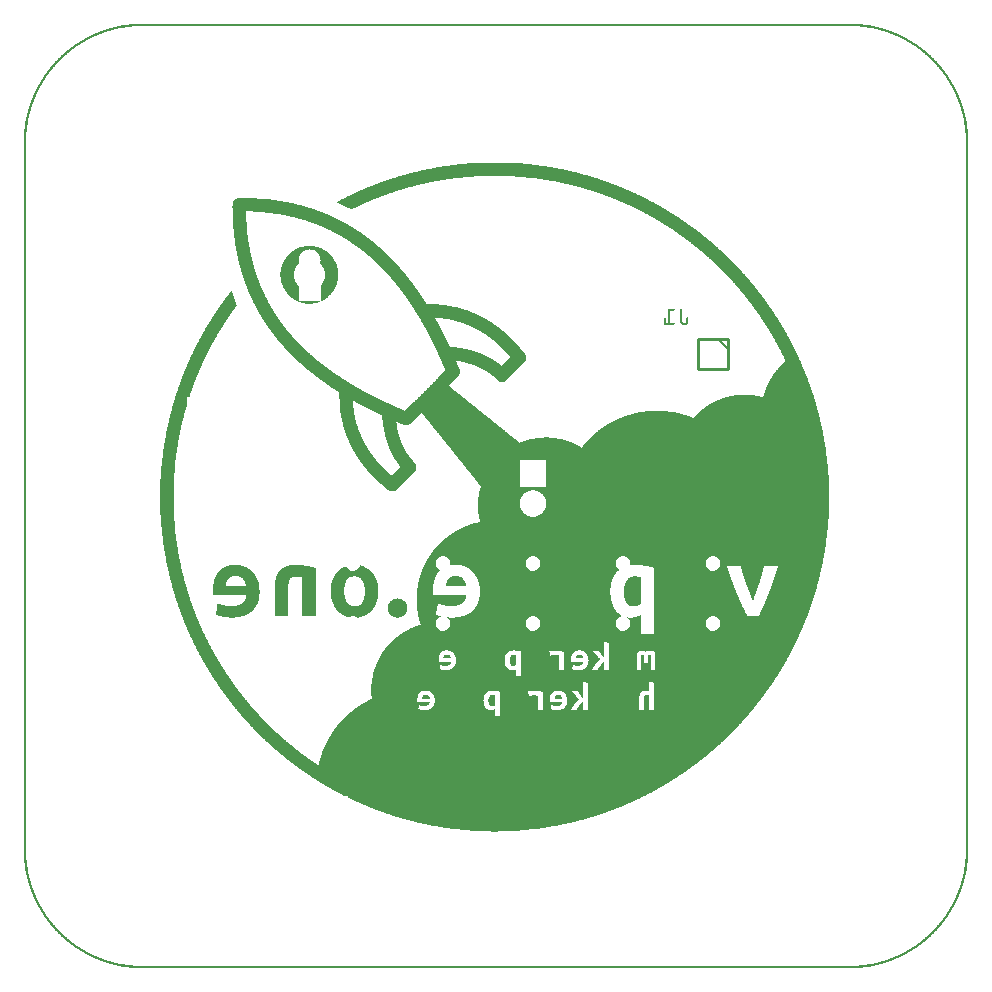
<source format=gbo>
G04 MADE WITH FRITZING*
G04 WWW.FRITZING.ORG*
G04 DOUBLE SIDED*
G04 HOLES PLATED*
G04 CONTOUR ON CENTER OF CONTOUR VECTOR*
%ASAXBY*%
%FSLAX23Y23*%
%MOIN*%
%OFA0B0*%
%SFA1.0B1.0*%
%ADD10C,0.010000*%
%ADD11C,0.005000*%
%ADD12R,0.001000X0.001000*%
%LNSILK0*%
G90*
G70*
G54D10*
X2348Y2100D02*
X2348Y2000D01*
X2348Y2000D02*
X2248Y2000D01*
X2248Y2000D02*
X2248Y2100D01*
X2248Y2100D02*
X2348Y2100D01*
G54D11*
D02*
X2348Y2065D02*
X2313Y2100D01*
G54D12*
X377Y3150D02*
X2771Y3150D01*
X362Y3149D02*
X2786Y3149D01*
X352Y3148D02*
X2796Y3148D01*
X344Y3147D02*
X2804Y3147D01*
X337Y3146D02*
X2811Y3146D01*
X331Y3145D02*
X2817Y3145D01*
X325Y3144D02*
X2823Y3144D01*
X320Y3143D02*
X2828Y3143D01*
X315Y3142D02*
X376Y3142D01*
X2772Y3142D02*
X2833Y3142D01*
X310Y3141D02*
X361Y3141D01*
X2787Y3141D02*
X2838Y3141D01*
X306Y3140D02*
X351Y3140D01*
X2797Y3140D02*
X2842Y3140D01*
X302Y3139D02*
X343Y3139D01*
X2805Y3139D02*
X2846Y3139D01*
X298Y3138D02*
X336Y3138D01*
X2812Y3138D02*
X2850Y3138D01*
X294Y3137D02*
X330Y3137D01*
X2818Y3137D02*
X2854Y3137D01*
X290Y3136D02*
X324Y3136D01*
X2824Y3136D02*
X2858Y3136D01*
X287Y3135D02*
X319Y3135D01*
X2829Y3135D02*
X2861Y3135D01*
X283Y3134D02*
X314Y3134D01*
X2834Y3134D02*
X2865Y3134D01*
X280Y3133D02*
X310Y3133D01*
X2838Y3133D02*
X2868Y3133D01*
X277Y3132D02*
X305Y3132D01*
X2843Y3132D02*
X2871Y3132D01*
X274Y3131D02*
X301Y3131D01*
X2847Y3131D02*
X2874Y3131D01*
X271Y3130D02*
X297Y3130D01*
X2851Y3130D02*
X2877Y3130D01*
X268Y3129D02*
X294Y3129D01*
X2854Y3129D02*
X2880Y3129D01*
X265Y3128D02*
X290Y3128D01*
X2858Y3128D02*
X2883Y3128D01*
X262Y3127D02*
X286Y3127D01*
X2862Y3127D02*
X2886Y3127D01*
X259Y3126D02*
X283Y3126D01*
X2865Y3126D02*
X2889Y3126D01*
X257Y3125D02*
X280Y3125D01*
X2868Y3125D02*
X2891Y3125D01*
X254Y3124D02*
X277Y3124D01*
X2871Y3124D02*
X2894Y3124D01*
X252Y3123D02*
X274Y3123D01*
X2874Y3123D02*
X2896Y3123D01*
X249Y3122D02*
X271Y3122D01*
X2877Y3122D02*
X2899Y3122D01*
X247Y3121D02*
X268Y3121D01*
X2880Y3121D02*
X2901Y3121D01*
X244Y3120D02*
X265Y3120D01*
X2883Y3120D02*
X2904Y3120D01*
X242Y3119D02*
X262Y3119D01*
X2886Y3119D02*
X2906Y3119D01*
X239Y3118D02*
X259Y3118D01*
X2889Y3118D02*
X2909Y3118D01*
X237Y3117D02*
X257Y3117D01*
X2891Y3117D02*
X2911Y3117D01*
X235Y3116D02*
X254Y3116D01*
X2894Y3116D02*
X2913Y3116D01*
X233Y3115D02*
X252Y3115D01*
X2896Y3115D02*
X2915Y3115D01*
X231Y3114D02*
X249Y3114D01*
X2899Y3114D02*
X2917Y3114D01*
X228Y3113D02*
X247Y3113D01*
X2901Y3113D02*
X2920Y3113D01*
X226Y3112D02*
X244Y3112D01*
X2904Y3112D02*
X2922Y3112D01*
X224Y3111D02*
X242Y3111D01*
X2906Y3111D02*
X2924Y3111D01*
X222Y3110D02*
X240Y3110D01*
X2908Y3110D02*
X2926Y3110D01*
X220Y3109D02*
X238Y3109D01*
X2910Y3109D02*
X2928Y3109D01*
X218Y3108D02*
X235Y3108D01*
X2913Y3108D02*
X2930Y3108D01*
X216Y3107D02*
X233Y3107D01*
X2915Y3107D02*
X2932Y3107D01*
X214Y3106D02*
X231Y3106D01*
X2917Y3106D02*
X2934Y3106D01*
X212Y3105D02*
X229Y3105D01*
X2919Y3105D02*
X2936Y3105D01*
X210Y3104D02*
X227Y3104D01*
X2921Y3104D02*
X2938Y3104D01*
X208Y3103D02*
X225Y3103D01*
X2923Y3103D02*
X2940Y3103D01*
X207Y3102D02*
X223Y3102D01*
X2925Y3102D02*
X2941Y3102D01*
X205Y3101D02*
X221Y3101D01*
X2927Y3101D02*
X2943Y3101D01*
X203Y3100D02*
X219Y3100D01*
X2929Y3100D02*
X2945Y3100D01*
X201Y3099D02*
X217Y3099D01*
X2931Y3099D02*
X2947Y3099D01*
X200Y3098D02*
X215Y3098D01*
X2933Y3098D02*
X2948Y3098D01*
X198Y3097D02*
X213Y3097D01*
X2935Y3097D02*
X2950Y3097D01*
X196Y3096D02*
X211Y3096D01*
X2937Y3096D02*
X2952Y3096D01*
X194Y3095D02*
X209Y3095D01*
X2939Y3095D02*
X2954Y3095D01*
X193Y3094D02*
X207Y3094D01*
X2941Y3094D02*
X2955Y3094D01*
X191Y3093D02*
X206Y3093D01*
X2942Y3093D02*
X2957Y3093D01*
X189Y3092D02*
X204Y3092D01*
X2944Y3092D02*
X2959Y3092D01*
X188Y3091D02*
X202Y3091D01*
X2946Y3091D02*
X2960Y3091D01*
X186Y3090D02*
X201Y3090D01*
X2947Y3090D02*
X2962Y3090D01*
X185Y3089D02*
X199Y3089D01*
X2949Y3089D02*
X2963Y3089D01*
X183Y3088D02*
X197Y3088D01*
X2951Y3088D02*
X2965Y3088D01*
X182Y3087D02*
X195Y3087D01*
X2953Y3087D02*
X2966Y3087D01*
X180Y3086D02*
X194Y3086D01*
X2954Y3086D02*
X2968Y3086D01*
X178Y3085D02*
X192Y3085D01*
X2956Y3085D02*
X2970Y3085D01*
X177Y3084D02*
X191Y3084D01*
X2957Y3084D02*
X2971Y3084D01*
X175Y3083D02*
X189Y3083D01*
X2959Y3083D02*
X2973Y3083D01*
X174Y3082D02*
X187Y3082D01*
X2961Y3082D02*
X2974Y3082D01*
X172Y3081D02*
X186Y3081D01*
X2962Y3081D02*
X2976Y3081D01*
X171Y3080D02*
X184Y3080D01*
X2964Y3080D02*
X2977Y3080D01*
X170Y3079D02*
X183Y3079D01*
X2965Y3079D02*
X2978Y3079D01*
X168Y3078D02*
X181Y3078D01*
X2967Y3078D02*
X2980Y3078D01*
X167Y3077D02*
X180Y3077D01*
X2968Y3077D02*
X2981Y3077D01*
X165Y3076D02*
X178Y3076D01*
X2970Y3076D02*
X2983Y3076D01*
X164Y3075D02*
X177Y3075D01*
X2971Y3075D02*
X2984Y3075D01*
X163Y3074D02*
X175Y3074D01*
X2973Y3074D02*
X2985Y3074D01*
X161Y3073D02*
X174Y3073D01*
X2974Y3073D02*
X2987Y3073D01*
X160Y3072D02*
X172Y3072D01*
X2976Y3072D02*
X2988Y3072D01*
X158Y3071D02*
X171Y3071D01*
X2977Y3071D02*
X2990Y3071D01*
X157Y3070D02*
X170Y3070D01*
X2978Y3070D02*
X2991Y3070D01*
X156Y3069D02*
X168Y3069D01*
X2980Y3069D02*
X2992Y3069D01*
X155Y3068D02*
X167Y3068D01*
X2981Y3068D02*
X2993Y3068D01*
X153Y3067D02*
X165Y3067D01*
X2983Y3067D02*
X2995Y3067D01*
X152Y3066D02*
X164Y3066D01*
X2984Y3066D02*
X2996Y3066D01*
X151Y3065D02*
X163Y3065D01*
X2985Y3065D02*
X2997Y3065D01*
X150Y3064D02*
X161Y3064D01*
X2987Y3064D02*
X2998Y3064D01*
X148Y3063D02*
X160Y3063D01*
X2988Y3063D02*
X3000Y3063D01*
X147Y3062D02*
X159Y3062D01*
X2989Y3062D02*
X3001Y3062D01*
X146Y3061D02*
X158Y3061D01*
X2990Y3061D02*
X3002Y3061D01*
X144Y3060D02*
X156Y3060D01*
X2992Y3060D02*
X3004Y3060D01*
X143Y3059D02*
X155Y3059D01*
X2993Y3059D02*
X3005Y3059D01*
X142Y3058D02*
X154Y3058D01*
X2994Y3058D02*
X3006Y3058D01*
X141Y3057D02*
X153Y3057D01*
X2995Y3057D02*
X3007Y3057D01*
X140Y3056D02*
X151Y3056D01*
X2997Y3056D02*
X3008Y3056D01*
X139Y3055D02*
X150Y3055D01*
X2998Y3055D02*
X3009Y3055D01*
X137Y3054D02*
X149Y3054D01*
X2999Y3054D02*
X3011Y3054D01*
X136Y3053D02*
X148Y3053D01*
X3000Y3053D02*
X3012Y3053D01*
X135Y3052D02*
X146Y3052D01*
X3002Y3052D02*
X3013Y3052D01*
X134Y3051D02*
X145Y3051D01*
X3003Y3051D02*
X3014Y3051D01*
X133Y3050D02*
X144Y3050D01*
X3004Y3050D02*
X3015Y3050D01*
X132Y3049D02*
X143Y3049D01*
X3005Y3049D02*
X3016Y3049D01*
X131Y3048D02*
X142Y3048D01*
X3006Y3048D02*
X3017Y3048D01*
X129Y3047D02*
X141Y3047D01*
X3007Y3047D02*
X3019Y3047D01*
X128Y3046D02*
X139Y3046D01*
X3009Y3046D02*
X3020Y3046D01*
X127Y3045D02*
X138Y3045D01*
X3010Y3045D02*
X3021Y3045D01*
X126Y3044D02*
X137Y3044D01*
X3011Y3044D02*
X3022Y3044D01*
X125Y3043D02*
X136Y3043D01*
X3012Y3043D02*
X3023Y3043D01*
X124Y3042D02*
X135Y3042D01*
X3013Y3042D02*
X3024Y3042D01*
X123Y3041D02*
X134Y3041D01*
X3014Y3041D02*
X3025Y3041D01*
X122Y3040D02*
X133Y3040D01*
X3015Y3040D02*
X3026Y3040D01*
X121Y3039D02*
X132Y3039D01*
X3016Y3039D02*
X3027Y3039D01*
X120Y3038D02*
X131Y3038D01*
X3017Y3038D02*
X3028Y3038D01*
X119Y3037D02*
X130Y3037D01*
X3018Y3037D02*
X3029Y3037D01*
X118Y3036D02*
X129Y3036D01*
X3019Y3036D02*
X3030Y3036D01*
X117Y3035D02*
X127Y3035D01*
X3021Y3035D02*
X3031Y3035D01*
X116Y3034D02*
X126Y3034D01*
X3022Y3034D02*
X3032Y3034D01*
X115Y3033D02*
X125Y3033D01*
X3023Y3033D02*
X3033Y3033D01*
X114Y3032D02*
X124Y3032D01*
X3024Y3032D02*
X3034Y3032D01*
X113Y3031D02*
X123Y3031D01*
X3025Y3031D02*
X3035Y3031D01*
X112Y3030D02*
X122Y3030D01*
X3026Y3030D02*
X3036Y3030D01*
X111Y3029D02*
X121Y3029D01*
X3027Y3029D02*
X3037Y3029D01*
X110Y3028D02*
X120Y3028D01*
X3028Y3028D02*
X3038Y3028D01*
X109Y3027D02*
X119Y3027D01*
X3029Y3027D02*
X3039Y3027D01*
X108Y3026D02*
X118Y3026D01*
X3030Y3026D02*
X3040Y3026D01*
X107Y3025D02*
X117Y3025D01*
X3031Y3025D02*
X3041Y3025D01*
X106Y3024D02*
X116Y3024D01*
X3032Y3024D02*
X3042Y3024D01*
X105Y3023D02*
X115Y3023D01*
X3033Y3023D02*
X3043Y3023D01*
X104Y3022D02*
X114Y3022D01*
X3034Y3022D02*
X3044Y3022D01*
X103Y3021D02*
X114Y3021D01*
X3034Y3021D02*
X3045Y3021D01*
X103Y3020D02*
X113Y3020D01*
X3035Y3020D02*
X3045Y3020D01*
X102Y3019D02*
X112Y3019D01*
X3036Y3019D02*
X3046Y3019D01*
X101Y3018D02*
X111Y3018D01*
X3037Y3018D02*
X3047Y3018D01*
X100Y3017D02*
X110Y3017D01*
X3038Y3017D02*
X3048Y3017D01*
X99Y3016D02*
X109Y3016D01*
X3039Y3016D02*
X3049Y3016D01*
X98Y3015D02*
X108Y3015D01*
X3040Y3015D02*
X3050Y3015D01*
X97Y3014D02*
X107Y3014D01*
X3041Y3014D02*
X3051Y3014D01*
X96Y3013D02*
X106Y3013D01*
X3042Y3013D02*
X3052Y3013D01*
X96Y3012D02*
X105Y3012D01*
X3043Y3012D02*
X3052Y3012D01*
X95Y3011D02*
X104Y3011D01*
X3044Y3011D02*
X3053Y3011D01*
X94Y3010D02*
X103Y3010D01*
X3045Y3010D02*
X3054Y3010D01*
X93Y3009D02*
X103Y3009D01*
X3045Y3009D02*
X3055Y3009D01*
X92Y3008D02*
X102Y3008D01*
X3046Y3008D02*
X3056Y3008D01*
X91Y3007D02*
X101Y3007D01*
X3047Y3007D02*
X3057Y3007D01*
X90Y3006D02*
X100Y3006D01*
X3048Y3006D02*
X3058Y3006D01*
X90Y3005D02*
X99Y3005D01*
X3049Y3005D02*
X3058Y3005D01*
X89Y3004D02*
X98Y3004D01*
X3050Y3004D02*
X3059Y3004D01*
X88Y3003D02*
X97Y3003D01*
X3051Y3003D02*
X3060Y3003D01*
X87Y3002D02*
X97Y3002D01*
X3051Y3002D02*
X3061Y3002D01*
X87Y3001D02*
X96Y3001D01*
X3052Y3001D02*
X3061Y3001D01*
X86Y3000D02*
X95Y3000D01*
X3053Y3000D02*
X3062Y3000D01*
X85Y2999D02*
X94Y2999D01*
X3054Y2999D02*
X3063Y2999D01*
X84Y2998D02*
X93Y2998D01*
X3055Y2998D02*
X3064Y2998D01*
X83Y2997D02*
X93Y2997D01*
X3055Y2997D02*
X3065Y2997D01*
X83Y2996D02*
X92Y2996D01*
X3056Y2996D02*
X3065Y2996D01*
X82Y2995D02*
X91Y2995D01*
X3057Y2995D02*
X3066Y2995D01*
X81Y2994D02*
X90Y2994D01*
X3058Y2994D02*
X3067Y2994D01*
X80Y2993D02*
X89Y2993D01*
X3059Y2993D02*
X3068Y2993D01*
X79Y2992D02*
X89Y2992D01*
X3059Y2992D02*
X3069Y2992D01*
X79Y2991D02*
X88Y2991D01*
X3060Y2991D02*
X3069Y2991D01*
X78Y2990D02*
X87Y2990D01*
X3061Y2990D02*
X3070Y2990D01*
X77Y2989D02*
X86Y2989D01*
X3062Y2989D02*
X3071Y2989D01*
X77Y2988D02*
X85Y2988D01*
X3063Y2988D02*
X3071Y2988D01*
X76Y2987D02*
X85Y2987D01*
X3063Y2987D02*
X3072Y2987D01*
X75Y2986D02*
X84Y2986D01*
X3064Y2986D02*
X3073Y2986D01*
X74Y2985D02*
X83Y2985D01*
X3065Y2985D02*
X3074Y2985D01*
X74Y2984D02*
X82Y2984D01*
X3066Y2984D02*
X3074Y2984D01*
X73Y2983D02*
X82Y2983D01*
X3066Y2983D02*
X3075Y2983D01*
X72Y2982D02*
X81Y2982D01*
X3067Y2982D02*
X3076Y2982D01*
X72Y2981D02*
X80Y2981D01*
X3068Y2981D02*
X3076Y2981D01*
X71Y2980D02*
X80Y2980D01*
X3068Y2980D02*
X3077Y2980D01*
X70Y2979D02*
X79Y2979D01*
X3069Y2979D02*
X3078Y2979D01*
X69Y2978D02*
X78Y2978D01*
X3070Y2978D02*
X3079Y2978D01*
X69Y2977D02*
X77Y2977D01*
X3071Y2977D02*
X3079Y2977D01*
X68Y2976D02*
X77Y2976D01*
X3071Y2976D02*
X3080Y2976D01*
X67Y2975D02*
X76Y2975D01*
X3072Y2975D02*
X3081Y2975D01*
X67Y2974D02*
X75Y2974D01*
X3073Y2974D02*
X3081Y2974D01*
X66Y2973D02*
X75Y2973D01*
X3073Y2973D02*
X3082Y2973D01*
X65Y2972D02*
X74Y2972D01*
X3074Y2972D02*
X3083Y2972D01*
X65Y2971D02*
X73Y2971D01*
X3075Y2971D02*
X3083Y2971D01*
X64Y2970D02*
X73Y2970D01*
X3075Y2970D02*
X3084Y2970D01*
X64Y2969D02*
X72Y2969D01*
X3076Y2969D02*
X3084Y2969D01*
X63Y2968D02*
X71Y2968D01*
X3077Y2968D02*
X3085Y2968D01*
X62Y2967D02*
X71Y2967D01*
X3077Y2967D02*
X3086Y2967D01*
X62Y2966D02*
X70Y2966D01*
X3078Y2966D02*
X3086Y2966D01*
X61Y2965D02*
X69Y2965D01*
X3079Y2965D02*
X3087Y2965D01*
X60Y2964D02*
X69Y2964D01*
X3079Y2964D02*
X3088Y2964D01*
X60Y2963D02*
X68Y2963D01*
X3080Y2963D02*
X3088Y2963D01*
X59Y2962D02*
X67Y2962D01*
X3081Y2962D02*
X3089Y2962D01*
X58Y2961D02*
X67Y2961D01*
X3081Y2961D02*
X3090Y2961D01*
X58Y2960D02*
X66Y2960D01*
X3082Y2960D02*
X3090Y2960D01*
X57Y2959D02*
X66Y2959D01*
X3082Y2959D02*
X3091Y2959D01*
X57Y2958D02*
X65Y2958D01*
X3083Y2958D02*
X3091Y2958D01*
X56Y2957D02*
X64Y2957D01*
X3084Y2957D02*
X3092Y2957D01*
X55Y2956D02*
X64Y2956D01*
X3084Y2956D02*
X3093Y2956D01*
X55Y2955D02*
X63Y2955D01*
X3085Y2955D02*
X3093Y2955D01*
X54Y2954D02*
X62Y2954D01*
X3086Y2954D02*
X3094Y2954D01*
X54Y2953D02*
X62Y2953D01*
X3086Y2953D02*
X3094Y2953D01*
X53Y2952D02*
X61Y2952D01*
X3087Y2952D02*
X3095Y2952D01*
X53Y2951D02*
X61Y2951D01*
X3087Y2951D02*
X3095Y2951D01*
X52Y2950D02*
X60Y2950D01*
X3088Y2950D02*
X3096Y2950D01*
X51Y2949D02*
X60Y2949D01*
X3088Y2949D02*
X3097Y2949D01*
X51Y2948D02*
X59Y2948D01*
X3089Y2948D02*
X3097Y2948D01*
X50Y2947D02*
X58Y2947D01*
X3090Y2947D02*
X3098Y2947D01*
X50Y2946D02*
X58Y2946D01*
X3090Y2946D02*
X3098Y2946D01*
X49Y2945D02*
X57Y2945D01*
X3091Y2945D02*
X3099Y2945D01*
X49Y2944D02*
X57Y2944D01*
X3091Y2944D02*
X3099Y2944D01*
X48Y2943D02*
X56Y2943D01*
X3092Y2943D02*
X3100Y2943D01*
X47Y2942D02*
X55Y2942D01*
X3093Y2942D02*
X3101Y2942D01*
X47Y2941D02*
X55Y2941D01*
X3093Y2941D02*
X3101Y2941D01*
X46Y2940D02*
X54Y2940D01*
X3094Y2940D02*
X3102Y2940D01*
X46Y2939D02*
X54Y2939D01*
X3094Y2939D02*
X3102Y2939D01*
X45Y2938D02*
X53Y2938D01*
X3095Y2938D02*
X3103Y2938D01*
X45Y2937D02*
X53Y2937D01*
X3095Y2937D02*
X3103Y2937D01*
X44Y2936D02*
X52Y2936D01*
X3096Y2936D02*
X3104Y2936D01*
X44Y2935D02*
X52Y2935D01*
X3096Y2935D02*
X3104Y2935D01*
X43Y2934D02*
X51Y2934D01*
X3097Y2934D02*
X3105Y2934D01*
X43Y2933D02*
X51Y2933D01*
X3097Y2933D02*
X3105Y2933D01*
X42Y2932D02*
X50Y2932D01*
X3098Y2932D02*
X3106Y2932D01*
X42Y2931D02*
X50Y2931D01*
X3098Y2931D02*
X3106Y2931D01*
X41Y2930D02*
X49Y2930D01*
X3099Y2930D02*
X3107Y2930D01*
X41Y2929D02*
X49Y2929D01*
X3099Y2929D02*
X3107Y2929D01*
X40Y2928D02*
X48Y2928D01*
X3100Y2928D02*
X3108Y2928D01*
X40Y2927D02*
X48Y2927D01*
X3100Y2927D02*
X3108Y2927D01*
X39Y2926D02*
X47Y2926D01*
X3101Y2926D02*
X3109Y2926D01*
X39Y2925D02*
X47Y2925D01*
X3101Y2925D02*
X3109Y2925D01*
X38Y2924D02*
X46Y2924D01*
X3102Y2924D02*
X3110Y2924D01*
X38Y2923D02*
X46Y2923D01*
X3102Y2923D02*
X3110Y2923D01*
X37Y2922D02*
X45Y2922D01*
X3103Y2922D02*
X3111Y2922D01*
X37Y2921D02*
X45Y2921D01*
X3103Y2921D02*
X3111Y2921D01*
X37Y2920D02*
X44Y2920D01*
X3104Y2920D02*
X3111Y2920D01*
X36Y2919D02*
X44Y2919D01*
X3104Y2919D02*
X3112Y2919D01*
X36Y2918D02*
X43Y2918D01*
X3105Y2918D02*
X3112Y2918D01*
X35Y2917D02*
X43Y2917D01*
X3105Y2917D02*
X3113Y2917D01*
X35Y2916D02*
X42Y2916D01*
X3106Y2916D02*
X3113Y2916D01*
X34Y2915D02*
X42Y2915D01*
X3106Y2915D02*
X3114Y2915D01*
X34Y2914D02*
X41Y2914D01*
X3107Y2914D02*
X3114Y2914D01*
X33Y2913D02*
X41Y2913D01*
X3107Y2913D02*
X3115Y2913D01*
X33Y2912D02*
X41Y2912D01*
X3107Y2912D02*
X3115Y2912D01*
X32Y2911D02*
X40Y2911D01*
X3108Y2911D02*
X3116Y2911D01*
X32Y2910D02*
X40Y2910D01*
X3108Y2910D02*
X3116Y2910D01*
X32Y2909D02*
X39Y2909D01*
X3109Y2909D02*
X3116Y2909D01*
X31Y2908D02*
X39Y2908D01*
X3109Y2908D02*
X3117Y2908D01*
X31Y2907D02*
X38Y2907D01*
X3110Y2907D02*
X3117Y2907D01*
X30Y2906D02*
X38Y2906D01*
X3110Y2906D02*
X3118Y2906D01*
X30Y2905D02*
X37Y2905D01*
X3111Y2905D02*
X3118Y2905D01*
X30Y2904D02*
X37Y2904D01*
X3111Y2904D02*
X3118Y2904D01*
X29Y2903D02*
X37Y2903D01*
X3111Y2903D02*
X3119Y2903D01*
X29Y2902D02*
X36Y2902D01*
X3112Y2902D02*
X3119Y2902D01*
X28Y2901D02*
X36Y2901D01*
X3112Y2901D02*
X3120Y2901D01*
X28Y2900D02*
X35Y2900D01*
X3113Y2900D02*
X3120Y2900D01*
X28Y2899D02*
X35Y2899D01*
X3113Y2899D02*
X3120Y2899D01*
X27Y2898D02*
X35Y2898D01*
X3113Y2898D02*
X3121Y2898D01*
X27Y2897D02*
X34Y2897D01*
X3114Y2897D02*
X3121Y2897D01*
X26Y2896D02*
X34Y2896D01*
X3114Y2896D02*
X3122Y2896D01*
X26Y2895D02*
X33Y2895D01*
X3115Y2895D02*
X3122Y2895D01*
X26Y2894D02*
X33Y2894D01*
X3115Y2894D02*
X3122Y2894D01*
X25Y2893D02*
X33Y2893D01*
X3115Y2893D02*
X3123Y2893D01*
X25Y2892D02*
X32Y2892D01*
X3116Y2892D02*
X3123Y2892D01*
X24Y2891D02*
X32Y2891D01*
X3116Y2891D02*
X3124Y2891D01*
X24Y2890D02*
X31Y2890D01*
X3117Y2890D02*
X3124Y2890D01*
X24Y2889D02*
X31Y2889D01*
X3117Y2889D02*
X3124Y2889D01*
X23Y2888D02*
X31Y2888D01*
X3117Y2888D02*
X3125Y2888D01*
X23Y2887D02*
X30Y2887D01*
X3118Y2887D02*
X3125Y2887D01*
X23Y2886D02*
X30Y2886D01*
X3118Y2886D02*
X3125Y2886D01*
X22Y2885D02*
X30Y2885D01*
X3118Y2885D02*
X3126Y2885D01*
X22Y2884D02*
X29Y2884D01*
X3119Y2884D02*
X3126Y2884D01*
X22Y2883D02*
X29Y2883D01*
X3119Y2883D02*
X3126Y2883D01*
X21Y2882D02*
X29Y2882D01*
X3119Y2882D02*
X3127Y2882D01*
X21Y2881D02*
X28Y2881D01*
X3120Y2881D02*
X3127Y2881D01*
X21Y2880D02*
X28Y2880D01*
X3120Y2880D02*
X3127Y2880D01*
X20Y2879D02*
X28Y2879D01*
X3120Y2879D02*
X3128Y2879D01*
X20Y2878D02*
X27Y2878D01*
X3121Y2878D02*
X3128Y2878D01*
X20Y2877D02*
X27Y2877D01*
X3121Y2877D02*
X3128Y2877D01*
X19Y2876D02*
X27Y2876D01*
X3121Y2876D02*
X3129Y2876D01*
X19Y2875D02*
X26Y2875D01*
X3122Y2875D02*
X3129Y2875D01*
X19Y2874D02*
X26Y2874D01*
X3122Y2874D02*
X3129Y2874D01*
X18Y2873D02*
X26Y2873D01*
X3122Y2873D02*
X3130Y2873D01*
X18Y2872D02*
X25Y2872D01*
X3123Y2872D02*
X3130Y2872D01*
X18Y2871D02*
X25Y2871D01*
X3123Y2871D02*
X3130Y2871D01*
X17Y2870D02*
X25Y2870D01*
X3123Y2870D02*
X3131Y2870D01*
X17Y2869D02*
X24Y2869D01*
X3124Y2869D02*
X3131Y2869D01*
X17Y2868D02*
X24Y2868D01*
X3124Y2868D02*
X3131Y2868D01*
X16Y2867D02*
X24Y2867D01*
X3124Y2867D02*
X3132Y2867D01*
X16Y2866D02*
X23Y2866D01*
X3125Y2866D02*
X3132Y2866D01*
X16Y2865D02*
X23Y2865D01*
X3125Y2865D02*
X3132Y2865D01*
X16Y2864D02*
X23Y2864D01*
X3125Y2864D02*
X3132Y2864D01*
X15Y2863D02*
X22Y2863D01*
X3126Y2863D02*
X3133Y2863D01*
X15Y2862D02*
X22Y2862D01*
X3126Y2862D02*
X3133Y2862D01*
X15Y2861D02*
X22Y2861D01*
X3126Y2861D02*
X3133Y2861D01*
X14Y2860D02*
X22Y2860D01*
X3126Y2860D02*
X3134Y2860D01*
X14Y2859D02*
X21Y2859D01*
X3127Y2859D02*
X3134Y2859D01*
X14Y2858D02*
X21Y2858D01*
X3127Y2858D02*
X3134Y2858D01*
X14Y2857D02*
X21Y2857D01*
X3127Y2857D02*
X3134Y2857D01*
X13Y2856D02*
X21Y2856D01*
X3127Y2856D02*
X3135Y2856D01*
X13Y2855D02*
X20Y2855D01*
X3128Y2855D02*
X3135Y2855D01*
X13Y2854D02*
X20Y2854D01*
X3128Y2854D02*
X3135Y2854D01*
X13Y2853D02*
X20Y2853D01*
X3128Y2853D02*
X3135Y2853D01*
X12Y2852D02*
X19Y2852D01*
X3129Y2852D02*
X3136Y2852D01*
X12Y2851D02*
X19Y2851D01*
X3129Y2851D02*
X3136Y2851D01*
X12Y2850D02*
X19Y2850D01*
X3129Y2850D02*
X3136Y2850D01*
X12Y2849D02*
X19Y2849D01*
X3129Y2849D02*
X3136Y2849D01*
X11Y2848D02*
X18Y2848D01*
X3130Y2848D02*
X3137Y2848D01*
X11Y2847D02*
X18Y2847D01*
X3130Y2847D02*
X3137Y2847D01*
X11Y2846D02*
X18Y2846D01*
X3130Y2846D02*
X3137Y2846D01*
X11Y2845D02*
X18Y2845D01*
X3130Y2845D02*
X3137Y2845D01*
X10Y2844D02*
X17Y2844D01*
X3131Y2844D02*
X3138Y2844D01*
X10Y2843D02*
X17Y2843D01*
X3131Y2843D02*
X3138Y2843D01*
X10Y2842D02*
X17Y2842D01*
X3131Y2842D02*
X3138Y2842D01*
X10Y2841D02*
X17Y2841D01*
X3131Y2841D02*
X3138Y2841D01*
X9Y2840D02*
X17Y2840D01*
X3131Y2840D02*
X3139Y2840D01*
X9Y2839D02*
X16Y2839D01*
X3132Y2839D02*
X3139Y2839D01*
X9Y2838D02*
X16Y2838D01*
X3132Y2838D02*
X3139Y2838D01*
X9Y2837D02*
X16Y2837D01*
X3132Y2837D02*
X3139Y2837D01*
X9Y2836D02*
X16Y2836D01*
X3132Y2836D02*
X3139Y2836D01*
X8Y2835D02*
X15Y2835D01*
X3133Y2835D02*
X3140Y2835D01*
X8Y2834D02*
X15Y2834D01*
X3133Y2834D02*
X3140Y2834D01*
X8Y2833D02*
X15Y2833D01*
X3133Y2833D02*
X3140Y2833D01*
X8Y2832D02*
X15Y2832D01*
X3133Y2832D02*
X3140Y2832D01*
X8Y2831D02*
X15Y2831D01*
X3133Y2831D02*
X3140Y2831D01*
X7Y2830D02*
X14Y2830D01*
X3134Y2830D02*
X3141Y2830D01*
X7Y2829D02*
X14Y2829D01*
X3134Y2829D02*
X3141Y2829D01*
X7Y2828D02*
X14Y2828D01*
X3134Y2828D02*
X3141Y2828D01*
X7Y2827D02*
X14Y2827D01*
X3134Y2827D02*
X3141Y2827D01*
X7Y2826D02*
X14Y2826D01*
X3134Y2826D02*
X3141Y2826D01*
X6Y2825D02*
X13Y2825D01*
X3135Y2825D02*
X3142Y2825D01*
X6Y2824D02*
X13Y2824D01*
X3135Y2824D02*
X3142Y2824D01*
X6Y2823D02*
X13Y2823D01*
X3135Y2823D02*
X3142Y2823D01*
X6Y2822D02*
X13Y2822D01*
X3135Y2822D02*
X3142Y2822D01*
X6Y2821D02*
X13Y2821D01*
X3135Y2821D02*
X3142Y2821D01*
X6Y2820D02*
X13Y2820D01*
X3135Y2820D02*
X3142Y2820D01*
X5Y2819D02*
X12Y2819D01*
X3136Y2819D02*
X3143Y2819D01*
X5Y2818D02*
X12Y2818D01*
X3136Y2818D02*
X3143Y2818D01*
X5Y2817D02*
X12Y2817D01*
X3136Y2817D02*
X3143Y2817D01*
X5Y2816D02*
X12Y2816D01*
X3136Y2816D02*
X3143Y2816D01*
X5Y2815D02*
X12Y2815D01*
X3136Y2815D02*
X3143Y2815D01*
X5Y2814D02*
X12Y2814D01*
X3136Y2814D02*
X3143Y2814D01*
X4Y2813D02*
X11Y2813D01*
X3137Y2813D02*
X3144Y2813D01*
X4Y2812D02*
X11Y2812D01*
X3137Y2812D02*
X3144Y2812D01*
X4Y2811D02*
X11Y2811D01*
X3137Y2811D02*
X3144Y2811D01*
X4Y2810D02*
X11Y2810D01*
X3137Y2810D02*
X3144Y2810D01*
X4Y2809D02*
X11Y2809D01*
X3137Y2809D02*
X3144Y2809D01*
X4Y2808D02*
X11Y2808D01*
X3137Y2808D02*
X3144Y2808D01*
X4Y2807D02*
X11Y2807D01*
X3137Y2807D02*
X3144Y2807D01*
X3Y2806D02*
X10Y2806D01*
X3138Y2806D02*
X3145Y2806D01*
X3Y2805D02*
X10Y2805D01*
X3138Y2805D02*
X3145Y2805D01*
X3Y2804D02*
X10Y2804D01*
X3138Y2804D02*
X3145Y2804D01*
X3Y2803D02*
X10Y2803D01*
X3138Y2803D02*
X3145Y2803D01*
X3Y2802D02*
X10Y2802D01*
X3138Y2802D02*
X3145Y2802D01*
X3Y2801D02*
X10Y2801D01*
X3138Y2801D02*
X3145Y2801D01*
X3Y2800D02*
X10Y2800D01*
X3138Y2800D02*
X3145Y2800D01*
X3Y2799D02*
X10Y2799D01*
X3138Y2799D02*
X3145Y2799D01*
X2Y2798D02*
X9Y2798D01*
X3139Y2798D02*
X3146Y2798D01*
X2Y2797D02*
X9Y2797D01*
X3139Y2797D02*
X3146Y2797D01*
X2Y2796D02*
X9Y2796D01*
X3139Y2796D02*
X3146Y2796D01*
X2Y2795D02*
X9Y2795D01*
X3139Y2795D02*
X3146Y2795D01*
X2Y2794D02*
X9Y2794D01*
X3139Y2794D02*
X3146Y2794D01*
X2Y2793D02*
X9Y2793D01*
X3139Y2793D02*
X3146Y2793D01*
X2Y2792D02*
X9Y2792D01*
X3139Y2792D02*
X3146Y2792D01*
X2Y2791D02*
X9Y2791D01*
X3139Y2791D02*
X3146Y2791D01*
X2Y2790D02*
X9Y2790D01*
X3139Y2790D02*
X3146Y2790D01*
X2Y2789D02*
X9Y2789D01*
X3139Y2789D02*
X3146Y2789D01*
X1Y2788D02*
X8Y2788D01*
X3139Y2788D02*
X3147Y2788D01*
X1Y2787D02*
X8Y2787D01*
X3140Y2787D02*
X3147Y2787D01*
X1Y2786D02*
X8Y2786D01*
X3140Y2786D02*
X3147Y2786D01*
X1Y2785D02*
X8Y2785D01*
X3140Y2785D02*
X3147Y2785D01*
X1Y2784D02*
X8Y2784D01*
X3140Y2784D02*
X3147Y2784D01*
X1Y2783D02*
X8Y2783D01*
X3140Y2783D02*
X3147Y2783D01*
X1Y2782D02*
X8Y2782D01*
X3140Y2782D02*
X3147Y2782D01*
X1Y2781D02*
X8Y2781D01*
X3140Y2781D02*
X3147Y2781D01*
X1Y2780D02*
X8Y2780D01*
X3140Y2780D02*
X3147Y2780D01*
X1Y2779D02*
X8Y2779D01*
X3140Y2779D02*
X3147Y2779D01*
X1Y2778D02*
X8Y2778D01*
X3140Y2778D02*
X3147Y2778D01*
X1Y2777D02*
X8Y2777D01*
X3140Y2777D02*
X3147Y2777D01*
X1Y2776D02*
X8Y2776D01*
X3140Y2776D02*
X3147Y2776D01*
X1Y2775D02*
X8Y2775D01*
X3140Y2775D02*
X3147Y2775D01*
X1Y2774D02*
X8Y2774D01*
X3140Y2774D02*
X3147Y2774D01*
X0Y2773D02*
X7Y2773D01*
X3141Y2773D02*
X3148Y2773D01*
X0Y2772D02*
X7Y2772D01*
X3141Y2772D02*
X3148Y2772D01*
X0Y2771D02*
X7Y2771D01*
X3141Y2771D02*
X3148Y2771D01*
X0Y2770D02*
X7Y2770D01*
X3141Y2770D02*
X3148Y2770D01*
X0Y2769D02*
X7Y2769D01*
X3141Y2769D02*
X3148Y2769D01*
X0Y2768D02*
X7Y2768D01*
X3141Y2768D02*
X3148Y2768D01*
X0Y2767D02*
X7Y2767D01*
X3141Y2767D02*
X3148Y2767D01*
X0Y2766D02*
X7Y2766D01*
X3141Y2766D02*
X3148Y2766D01*
X0Y2765D02*
X7Y2765D01*
X3141Y2765D02*
X3148Y2765D01*
X0Y2764D02*
X7Y2764D01*
X3141Y2764D02*
X3148Y2764D01*
X0Y2763D02*
X7Y2763D01*
X3141Y2763D02*
X3148Y2763D01*
X0Y2762D02*
X7Y2762D01*
X3141Y2762D02*
X3148Y2762D01*
X0Y2761D02*
X7Y2761D01*
X3141Y2761D02*
X3148Y2761D01*
X0Y2760D02*
X7Y2760D01*
X3141Y2760D02*
X3148Y2760D01*
X0Y2759D02*
X7Y2759D01*
X3141Y2759D02*
X3148Y2759D01*
X0Y2758D02*
X7Y2758D01*
X3141Y2758D02*
X3148Y2758D01*
X0Y2757D02*
X7Y2757D01*
X3141Y2757D02*
X3148Y2757D01*
X0Y2756D02*
X7Y2756D01*
X3141Y2756D02*
X3148Y2756D01*
X0Y2755D02*
X7Y2755D01*
X3141Y2755D02*
X3148Y2755D01*
X0Y2754D02*
X7Y2754D01*
X3141Y2754D02*
X3148Y2754D01*
X0Y2753D02*
X7Y2753D01*
X3141Y2753D02*
X3148Y2753D01*
X0Y2752D02*
X7Y2752D01*
X3141Y2752D02*
X3148Y2752D01*
X0Y2751D02*
X7Y2751D01*
X3141Y2751D02*
X3148Y2751D01*
X0Y2750D02*
X7Y2750D01*
X3141Y2750D02*
X3148Y2750D01*
X0Y2749D02*
X7Y2749D01*
X3141Y2749D02*
X3148Y2749D01*
X0Y2748D02*
X7Y2748D01*
X3141Y2748D02*
X3148Y2748D01*
X0Y2747D02*
X7Y2747D01*
X3141Y2747D02*
X3148Y2747D01*
X0Y2746D02*
X7Y2746D01*
X3141Y2746D02*
X3148Y2746D01*
X0Y2745D02*
X7Y2745D01*
X3141Y2745D02*
X3148Y2745D01*
X0Y2744D02*
X7Y2744D01*
X3141Y2744D02*
X3148Y2744D01*
X0Y2743D02*
X7Y2743D01*
X3141Y2743D02*
X3148Y2743D01*
X0Y2742D02*
X7Y2742D01*
X3141Y2742D02*
X3148Y2742D01*
X0Y2741D02*
X7Y2741D01*
X3141Y2741D02*
X3148Y2741D01*
X0Y2740D02*
X7Y2740D01*
X3141Y2740D02*
X3148Y2740D01*
X0Y2739D02*
X7Y2739D01*
X3141Y2739D02*
X3148Y2739D01*
X0Y2738D02*
X7Y2738D01*
X3141Y2738D02*
X3148Y2738D01*
X0Y2737D02*
X7Y2737D01*
X3141Y2737D02*
X3148Y2737D01*
X0Y2736D02*
X7Y2736D01*
X3141Y2736D02*
X3148Y2736D01*
X0Y2735D02*
X7Y2735D01*
X3141Y2735D02*
X3148Y2735D01*
X0Y2734D02*
X7Y2734D01*
X3141Y2734D02*
X3148Y2734D01*
X0Y2733D02*
X7Y2733D01*
X3141Y2733D02*
X3148Y2733D01*
X0Y2732D02*
X7Y2732D01*
X3141Y2732D02*
X3148Y2732D01*
X0Y2731D02*
X7Y2731D01*
X3141Y2731D02*
X3148Y2731D01*
X0Y2730D02*
X7Y2730D01*
X3141Y2730D02*
X3148Y2730D01*
X0Y2729D02*
X7Y2729D01*
X3141Y2729D02*
X3148Y2729D01*
X0Y2728D02*
X7Y2728D01*
X3141Y2728D02*
X3148Y2728D01*
X0Y2727D02*
X7Y2727D01*
X3141Y2727D02*
X3148Y2727D01*
X0Y2726D02*
X7Y2726D01*
X3141Y2726D02*
X3148Y2726D01*
X0Y2725D02*
X7Y2725D01*
X3141Y2725D02*
X3148Y2725D01*
X0Y2724D02*
X7Y2724D01*
X3141Y2724D02*
X3148Y2724D01*
X0Y2723D02*
X7Y2723D01*
X3141Y2723D02*
X3148Y2723D01*
X0Y2722D02*
X7Y2722D01*
X3141Y2722D02*
X3148Y2722D01*
X0Y2721D02*
X7Y2721D01*
X3141Y2721D02*
X3148Y2721D01*
X0Y2720D02*
X7Y2720D01*
X3141Y2720D02*
X3148Y2720D01*
X0Y2719D02*
X7Y2719D01*
X3141Y2719D02*
X3148Y2719D01*
X0Y2718D02*
X7Y2718D01*
X3141Y2718D02*
X3148Y2718D01*
X0Y2717D02*
X7Y2717D01*
X3141Y2717D02*
X3148Y2717D01*
X0Y2716D02*
X7Y2716D01*
X3141Y2716D02*
X3148Y2716D01*
X0Y2715D02*
X7Y2715D01*
X3141Y2715D02*
X3148Y2715D01*
X0Y2714D02*
X7Y2714D01*
X3141Y2714D02*
X3148Y2714D01*
X0Y2713D02*
X7Y2713D01*
X3141Y2713D02*
X3148Y2713D01*
X0Y2712D02*
X7Y2712D01*
X3141Y2712D02*
X3148Y2712D01*
X0Y2711D02*
X7Y2711D01*
X3141Y2711D02*
X3148Y2711D01*
X0Y2710D02*
X7Y2710D01*
X3141Y2710D02*
X3148Y2710D01*
X0Y2709D02*
X7Y2709D01*
X3141Y2709D02*
X3148Y2709D01*
X0Y2708D02*
X7Y2708D01*
X3141Y2708D02*
X3148Y2708D01*
X0Y2707D02*
X7Y2707D01*
X3141Y2707D02*
X3148Y2707D01*
X0Y2706D02*
X7Y2706D01*
X3141Y2706D02*
X3148Y2706D01*
X0Y2705D02*
X7Y2705D01*
X3141Y2705D02*
X3148Y2705D01*
X0Y2704D02*
X7Y2704D01*
X3141Y2704D02*
X3148Y2704D01*
X0Y2703D02*
X7Y2703D01*
X3141Y2703D02*
X3148Y2703D01*
X0Y2702D02*
X7Y2702D01*
X3141Y2702D02*
X3148Y2702D01*
X0Y2701D02*
X7Y2701D01*
X3141Y2701D02*
X3148Y2701D01*
X0Y2700D02*
X7Y2700D01*
X3141Y2700D02*
X3148Y2700D01*
X0Y2699D02*
X7Y2699D01*
X3141Y2699D02*
X3148Y2699D01*
X0Y2698D02*
X7Y2698D01*
X3141Y2698D02*
X3148Y2698D01*
X0Y2697D02*
X7Y2697D01*
X3141Y2697D02*
X3148Y2697D01*
X0Y2696D02*
X7Y2696D01*
X3141Y2696D02*
X3148Y2696D01*
X0Y2695D02*
X7Y2695D01*
X3141Y2695D02*
X3148Y2695D01*
X0Y2694D02*
X7Y2694D01*
X3141Y2694D02*
X3148Y2694D01*
X0Y2693D02*
X7Y2693D01*
X3141Y2693D02*
X3148Y2693D01*
X0Y2692D02*
X7Y2692D01*
X3141Y2692D02*
X3148Y2692D01*
X0Y2691D02*
X7Y2691D01*
X3141Y2691D02*
X3148Y2691D01*
X0Y2690D02*
X7Y2690D01*
X3141Y2690D02*
X3148Y2690D01*
X0Y2689D02*
X7Y2689D01*
X3141Y2689D02*
X3148Y2689D01*
X0Y2688D02*
X7Y2688D01*
X3141Y2688D02*
X3148Y2688D01*
X0Y2687D02*
X7Y2687D01*
X1526Y2687D02*
X1612Y2687D01*
X3141Y2687D02*
X3148Y2687D01*
X0Y2686D02*
X7Y2686D01*
X1505Y2686D02*
X1633Y2686D01*
X3141Y2686D02*
X3148Y2686D01*
X0Y2685D02*
X7Y2685D01*
X1491Y2685D02*
X1648Y2685D01*
X3141Y2685D02*
X3148Y2685D01*
X0Y2684D02*
X7Y2684D01*
X1477Y2684D02*
X1662Y2684D01*
X3141Y2684D02*
X3148Y2684D01*
X0Y2683D02*
X7Y2683D01*
X1466Y2683D02*
X1672Y2683D01*
X3141Y2683D02*
X3148Y2683D01*
X0Y2682D02*
X7Y2682D01*
X1456Y2682D02*
X1683Y2682D01*
X3141Y2682D02*
X3148Y2682D01*
X0Y2681D02*
X7Y2681D01*
X1446Y2681D02*
X1693Y2681D01*
X3141Y2681D02*
X3148Y2681D01*
X0Y2680D02*
X7Y2680D01*
X1438Y2680D02*
X1701Y2680D01*
X3141Y2680D02*
X3148Y2680D01*
X0Y2679D02*
X7Y2679D01*
X1430Y2679D02*
X1709Y2679D01*
X3141Y2679D02*
X3148Y2679D01*
X0Y2678D02*
X7Y2678D01*
X1422Y2678D02*
X1717Y2678D01*
X3141Y2678D02*
X3148Y2678D01*
X0Y2677D02*
X7Y2677D01*
X1414Y2677D02*
X1724Y2677D01*
X3141Y2677D02*
X3148Y2677D01*
X0Y2676D02*
X7Y2676D01*
X1408Y2676D02*
X1731Y2676D01*
X3141Y2676D02*
X3148Y2676D01*
X0Y2675D02*
X7Y2675D01*
X1401Y2675D02*
X1738Y2675D01*
X3141Y2675D02*
X3148Y2675D01*
X0Y2674D02*
X7Y2674D01*
X1394Y2674D02*
X1744Y2674D01*
X3141Y2674D02*
X3148Y2674D01*
X0Y2673D02*
X7Y2673D01*
X1388Y2673D02*
X1751Y2673D01*
X3141Y2673D02*
X3148Y2673D01*
X0Y2672D02*
X7Y2672D01*
X1382Y2672D02*
X1757Y2672D01*
X3141Y2672D02*
X3148Y2672D01*
X0Y2671D02*
X7Y2671D01*
X1376Y2671D02*
X1763Y2671D01*
X3141Y2671D02*
X3148Y2671D01*
X0Y2670D02*
X7Y2670D01*
X1370Y2670D02*
X1768Y2670D01*
X3141Y2670D02*
X3148Y2670D01*
X0Y2669D02*
X7Y2669D01*
X1365Y2669D02*
X1774Y2669D01*
X3141Y2669D02*
X3148Y2669D01*
X0Y2668D02*
X7Y2668D01*
X1360Y2668D02*
X1779Y2668D01*
X3141Y2668D02*
X3148Y2668D01*
X0Y2667D02*
X7Y2667D01*
X1355Y2667D02*
X1784Y2667D01*
X3141Y2667D02*
X3148Y2667D01*
X0Y2666D02*
X7Y2666D01*
X1350Y2666D02*
X1789Y2666D01*
X3141Y2666D02*
X3148Y2666D01*
X0Y2665D02*
X7Y2665D01*
X1345Y2665D02*
X1794Y2665D01*
X3141Y2665D02*
X3148Y2665D01*
X0Y2664D02*
X7Y2664D01*
X1340Y2664D02*
X1799Y2664D01*
X3141Y2664D02*
X3148Y2664D01*
X0Y2663D02*
X7Y2663D01*
X1335Y2663D02*
X1804Y2663D01*
X3141Y2663D02*
X3148Y2663D01*
X0Y2662D02*
X7Y2662D01*
X1331Y2662D02*
X1808Y2662D01*
X3141Y2662D02*
X3148Y2662D01*
X0Y2661D02*
X7Y2661D01*
X1326Y2661D02*
X1813Y2661D01*
X3141Y2661D02*
X3148Y2661D01*
X0Y2660D02*
X7Y2660D01*
X1321Y2660D02*
X1817Y2660D01*
X3141Y2660D02*
X3148Y2660D01*
X0Y2659D02*
X7Y2659D01*
X1317Y2659D02*
X1822Y2659D01*
X3141Y2659D02*
X3148Y2659D01*
X0Y2658D02*
X7Y2658D01*
X1313Y2658D02*
X1826Y2658D01*
X3141Y2658D02*
X3148Y2658D01*
X0Y2657D02*
X7Y2657D01*
X1309Y2657D02*
X1830Y2657D01*
X3141Y2657D02*
X3148Y2657D01*
X0Y2656D02*
X7Y2656D01*
X1305Y2656D02*
X1834Y2656D01*
X3141Y2656D02*
X3148Y2656D01*
X0Y2655D02*
X7Y2655D01*
X1301Y2655D02*
X1838Y2655D01*
X3141Y2655D02*
X3148Y2655D01*
X0Y2654D02*
X7Y2654D01*
X1297Y2654D02*
X1842Y2654D01*
X3141Y2654D02*
X3148Y2654D01*
X0Y2653D02*
X7Y2653D01*
X1293Y2653D02*
X1846Y2653D01*
X3141Y2653D02*
X3148Y2653D01*
X0Y2652D02*
X7Y2652D01*
X1289Y2652D02*
X1850Y2652D01*
X3141Y2652D02*
X3148Y2652D01*
X0Y2651D02*
X7Y2651D01*
X1285Y2651D02*
X1854Y2651D01*
X3141Y2651D02*
X3148Y2651D01*
X0Y2650D02*
X7Y2650D01*
X1281Y2650D02*
X1858Y2650D01*
X3141Y2650D02*
X3148Y2650D01*
X0Y2649D02*
X7Y2649D01*
X1278Y2649D02*
X1861Y2649D01*
X3141Y2649D02*
X3148Y2649D01*
X0Y2648D02*
X7Y2648D01*
X1274Y2648D02*
X1865Y2648D01*
X3141Y2648D02*
X3148Y2648D01*
X0Y2647D02*
X7Y2647D01*
X1270Y2647D02*
X1869Y2647D01*
X3141Y2647D02*
X3148Y2647D01*
X0Y2646D02*
X7Y2646D01*
X1267Y2646D02*
X1872Y2646D01*
X3141Y2646D02*
X3148Y2646D01*
X0Y2645D02*
X7Y2645D01*
X1263Y2645D02*
X1876Y2645D01*
X3141Y2645D02*
X3148Y2645D01*
X0Y2644D02*
X7Y2644D01*
X1260Y2644D02*
X1879Y2644D01*
X3141Y2644D02*
X3148Y2644D01*
X0Y2643D02*
X7Y2643D01*
X1256Y2643D02*
X1552Y2643D01*
X1588Y2643D02*
X1883Y2643D01*
X3141Y2643D02*
X3148Y2643D01*
X0Y2642D02*
X7Y2642D01*
X1253Y2642D02*
X1518Y2642D01*
X1620Y2642D02*
X1886Y2642D01*
X3141Y2642D02*
X3148Y2642D01*
X0Y2641D02*
X7Y2641D01*
X1249Y2641D02*
X1500Y2641D01*
X1638Y2641D02*
X1889Y2641D01*
X3141Y2641D02*
X3148Y2641D01*
X0Y2640D02*
X7Y2640D01*
X1246Y2640D02*
X1486Y2640D01*
X1653Y2640D02*
X1893Y2640D01*
X3141Y2640D02*
X3148Y2640D01*
X0Y2639D02*
X7Y2639D01*
X1243Y2639D02*
X1473Y2639D01*
X1665Y2639D02*
X1896Y2639D01*
X3141Y2639D02*
X3148Y2639D01*
X0Y2638D02*
X7Y2638D01*
X1240Y2638D02*
X1463Y2638D01*
X1675Y2638D02*
X1899Y2638D01*
X3141Y2638D02*
X3148Y2638D01*
X0Y2637D02*
X7Y2637D01*
X1236Y2637D02*
X1454Y2637D01*
X1686Y2637D02*
X1902Y2637D01*
X3141Y2637D02*
X3148Y2637D01*
X0Y2636D02*
X7Y2636D01*
X1233Y2636D02*
X1444Y2636D01*
X1694Y2636D02*
X1906Y2636D01*
X3141Y2636D02*
X3148Y2636D01*
X0Y2635D02*
X7Y2635D01*
X1230Y2635D02*
X1436Y2635D01*
X1702Y2635D02*
X1909Y2635D01*
X3141Y2635D02*
X3148Y2635D01*
X0Y2634D02*
X7Y2634D01*
X1227Y2634D02*
X1429Y2634D01*
X1711Y2634D02*
X1912Y2634D01*
X3141Y2634D02*
X3148Y2634D01*
X0Y2633D02*
X7Y2633D01*
X1224Y2633D02*
X1421Y2633D01*
X1718Y2633D02*
X1915Y2633D01*
X3141Y2633D02*
X3148Y2633D01*
X0Y2632D02*
X7Y2632D01*
X1221Y2632D02*
X1414Y2632D01*
X1725Y2632D02*
X1918Y2632D01*
X3141Y2632D02*
X3148Y2632D01*
X0Y2631D02*
X7Y2631D01*
X1218Y2631D02*
X1407Y2631D01*
X1731Y2631D02*
X1921Y2631D01*
X3141Y2631D02*
X3148Y2631D01*
X0Y2630D02*
X7Y2630D01*
X1215Y2630D02*
X1401Y2630D01*
X1738Y2630D02*
X1924Y2630D01*
X3141Y2630D02*
X3148Y2630D01*
X0Y2629D02*
X7Y2629D01*
X1212Y2629D02*
X1394Y2629D01*
X1745Y2629D02*
X1927Y2629D01*
X3141Y2629D02*
X3148Y2629D01*
X0Y2628D02*
X7Y2628D01*
X1209Y2628D02*
X1388Y2628D01*
X1750Y2628D02*
X1930Y2628D01*
X3141Y2628D02*
X3148Y2628D01*
X0Y2627D02*
X7Y2627D01*
X1206Y2627D02*
X1382Y2627D01*
X1756Y2627D02*
X1933Y2627D01*
X3141Y2627D02*
X3148Y2627D01*
X0Y2626D02*
X7Y2626D01*
X1203Y2626D02*
X1377Y2626D01*
X1762Y2626D02*
X1936Y2626D01*
X3141Y2626D02*
X3148Y2626D01*
X0Y2625D02*
X7Y2625D01*
X1200Y2625D02*
X1371Y2625D01*
X1767Y2625D02*
X1939Y2625D01*
X3141Y2625D02*
X3148Y2625D01*
X0Y2624D02*
X7Y2624D01*
X1197Y2624D02*
X1366Y2624D01*
X1773Y2624D02*
X1941Y2624D01*
X3141Y2624D02*
X3148Y2624D01*
X0Y2623D02*
X7Y2623D01*
X1195Y2623D02*
X1361Y2623D01*
X1778Y2623D02*
X1944Y2623D01*
X3141Y2623D02*
X3148Y2623D01*
X0Y2622D02*
X7Y2622D01*
X1192Y2622D02*
X1356Y2622D01*
X1783Y2622D02*
X1947Y2622D01*
X3141Y2622D02*
X3148Y2622D01*
X0Y2621D02*
X7Y2621D01*
X1189Y2621D02*
X1351Y2621D01*
X1788Y2621D02*
X1950Y2621D01*
X3141Y2621D02*
X3148Y2621D01*
X0Y2620D02*
X7Y2620D01*
X1186Y2620D02*
X1346Y2620D01*
X1792Y2620D02*
X1952Y2620D01*
X3141Y2620D02*
X3148Y2620D01*
X0Y2619D02*
X7Y2619D01*
X1184Y2619D02*
X1342Y2619D01*
X1797Y2619D02*
X1955Y2619D01*
X3141Y2619D02*
X3148Y2619D01*
X0Y2618D02*
X7Y2618D01*
X1181Y2618D02*
X1337Y2618D01*
X1802Y2618D02*
X1958Y2618D01*
X3141Y2618D02*
X3148Y2618D01*
X0Y2617D02*
X7Y2617D01*
X1178Y2617D02*
X1333Y2617D01*
X1806Y2617D02*
X1960Y2617D01*
X3141Y2617D02*
X3148Y2617D01*
X0Y2616D02*
X7Y2616D01*
X1176Y2616D02*
X1328Y2616D01*
X1811Y2616D02*
X1963Y2616D01*
X3141Y2616D02*
X3148Y2616D01*
X0Y2615D02*
X7Y2615D01*
X1173Y2615D02*
X1324Y2615D01*
X1815Y2615D02*
X1966Y2615D01*
X3141Y2615D02*
X3148Y2615D01*
X0Y2614D02*
X7Y2614D01*
X1170Y2614D02*
X1320Y2614D01*
X1819Y2614D02*
X1968Y2614D01*
X3141Y2614D02*
X3148Y2614D01*
X0Y2613D02*
X7Y2613D01*
X1168Y2613D02*
X1316Y2613D01*
X1823Y2613D02*
X1971Y2613D01*
X3141Y2613D02*
X3148Y2613D01*
X0Y2612D02*
X7Y2612D01*
X1165Y2612D02*
X1311Y2612D01*
X1827Y2612D02*
X1974Y2612D01*
X3141Y2612D02*
X3148Y2612D01*
X0Y2611D02*
X7Y2611D01*
X1163Y2611D02*
X1307Y2611D01*
X1831Y2611D02*
X1976Y2611D01*
X3141Y2611D02*
X3148Y2611D01*
X0Y2610D02*
X7Y2610D01*
X1160Y2610D02*
X1304Y2610D01*
X1835Y2610D02*
X1979Y2610D01*
X3141Y2610D02*
X3148Y2610D01*
X0Y2609D02*
X7Y2609D01*
X1158Y2609D02*
X1300Y2609D01*
X1839Y2609D02*
X1981Y2609D01*
X3141Y2609D02*
X3148Y2609D01*
X0Y2608D02*
X7Y2608D01*
X1155Y2608D02*
X1296Y2608D01*
X1843Y2608D02*
X1984Y2608D01*
X3141Y2608D02*
X3148Y2608D01*
X0Y2607D02*
X7Y2607D01*
X1153Y2607D02*
X1292Y2607D01*
X1847Y2607D02*
X1986Y2607D01*
X3141Y2607D02*
X3148Y2607D01*
X0Y2606D02*
X7Y2606D01*
X1150Y2606D02*
X1288Y2606D01*
X1850Y2606D02*
X1989Y2606D01*
X3141Y2606D02*
X3148Y2606D01*
X0Y2605D02*
X7Y2605D01*
X1148Y2605D02*
X1285Y2605D01*
X1854Y2605D02*
X1991Y2605D01*
X3141Y2605D02*
X3148Y2605D01*
X0Y2604D02*
X7Y2604D01*
X1145Y2604D02*
X1281Y2604D01*
X1858Y2604D02*
X1993Y2604D01*
X3141Y2604D02*
X3148Y2604D01*
X0Y2603D02*
X7Y2603D01*
X1143Y2603D02*
X1277Y2603D01*
X1861Y2603D02*
X1996Y2603D01*
X3141Y2603D02*
X3148Y2603D01*
X0Y2602D02*
X7Y2602D01*
X1141Y2602D02*
X1274Y2602D01*
X1865Y2602D02*
X1998Y2602D01*
X3141Y2602D02*
X3148Y2602D01*
X0Y2601D02*
X7Y2601D01*
X1138Y2601D02*
X1270Y2601D01*
X1868Y2601D02*
X2001Y2601D01*
X3141Y2601D02*
X3148Y2601D01*
X0Y2600D02*
X7Y2600D01*
X1136Y2600D02*
X1267Y2600D01*
X1872Y2600D02*
X2003Y2600D01*
X3141Y2600D02*
X3148Y2600D01*
X0Y2599D02*
X7Y2599D01*
X1133Y2599D02*
X1264Y2599D01*
X1875Y2599D02*
X2005Y2599D01*
X3141Y2599D02*
X3148Y2599D01*
X0Y2598D02*
X7Y2598D01*
X1131Y2598D02*
X1260Y2598D01*
X1878Y2598D02*
X2008Y2598D01*
X3141Y2598D02*
X3148Y2598D01*
X0Y2597D02*
X7Y2597D01*
X1129Y2597D02*
X1257Y2597D01*
X1882Y2597D02*
X2010Y2597D01*
X3141Y2597D02*
X3148Y2597D01*
X0Y2596D02*
X7Y2596D01*
X1126Y2596D02*
X1254Y2596D01*
X1885Y2596D02*
X2012Y2596D01*
X3141Y2596D02*
X3148Y2596D01*
X0Y2595D02*
X7Y2595D01*
X1124Y2595D02*
X1251Y2595D01*
X1888Y2595D02*
X2015Y2595D01*
X3141Y2595D02*
X3148Y2595D01*
X0Y2594D02*
X7Y2594D01*
X1122Y2594D02*
X1247Y2594D01*
X1891Y2594D02*
X2017Y2594D01*
X3141Y2594D02*
X3148Y2594D01*
X0Y2593D02*
X7Y2593D01*
X1120Y2593D02*
X1244Y2593D01*
X1895Y2593D02*
X2019Y2593D01*
X3141Y2593D02*
X3148Y2593D01*
X0Y2592D02*
X7Y2592D01*
X1117Y2592D02*
X1241Y2592D01*
X1898Y2592D02*
X2021Y2592D01*
X3141Y2592D02*
X3148Y2592D01*
X0Y2591D02*
X7Y2591D01*
X1115Y2591D02*
X1238Y2591D01*
X1901Y2591D02*
X2024Y2591D01*
X3141Y2591D02*
X3148Y2591D01*
X0Y2590D02*
X7Y2590D01*
X1113Y2590D02*
X1235Y2590D01*
X1904Y2590D02*
X2026Y2590D01*
X3141Y2590D02*
X3148Y2590D01*
X0Y2589D02*
X7Y2589D01*
X1111Y2589D02*
X1232Y2589D01*
X1907Y2589D02*
X2028Y2589D01*
X3141Y2589D02*
X3148Y2589D01*
X0Y2588D02*
X7Y2588D01*
X1109Y2588D02*
X1229Y2588D01*
X1910Y2588D02*
X2030Y2588D01*
X3141Y2588D02*
X3148Y2588D01*
X0Y2587D02*
X7Y2587D01*
X1106Y2587D02*
X1226Y2587D01*
X1913Y2587D02*
X2032Y2587D01*
X3141Y2587D02*
X3148Y2587D01*
X0Y2586D02*
X7Y2586D01*
X1104Y2586D02*
X1223Y2586D01*
X1916Y2586D02*
X2035Y2586D01*
X3141Y2586D02*
X3148Y2586D01*
X0Y2585D02*
X7Y2585D01*
X1102Y2585D02*
X1220Y2585D01*
X1919Y2585D02*
X2037Y2585D01*
X3141Y2585D02*
X3148Y2585D01*
X0Y2584D02*
X7Y2584D01*
X1100Y2584D02*
X1217Y2584D01*
X1922Y2584D02*
X2039Y2584D01*
X3141Y2584D02*
X3148Y2584D01*
X0Y2583D02*
X7Y2583D01*
X1098Y2583D02*
X1214Y2583D01*
X1924Y2583D02*
X2041Y2583D01*
X3141Y2583D02*
X3148Y2583D01*
X0Y2582D02*
X7Y2582D01*
X1095Y2582D02*
X1211Y2582D01*
X1927Y2582D02*
X2043Y2582D01*
X3141Y2582D02*
X3148Y2582D01*
X0Y2581D02*
X7Y2581D01*
X1093Y2581D02*
X1209Y2581D01*
X1930Y2581D02*
X2045Y2581D01*
X3141Y2581D02*
X3148Y2581D01*
X0Y2580D02*
X7Y2580D01*
X1091Y2580D02*
X1206Y2580D01*
X1933Y2580D02*
X2047Y2580D01*
X3141Y2580D02*
X3148Y2580D01*
X0Y2579D02*
X7Y2579D01*
X1089Y2579D02*
X1203Y2579D01*
X1936Y2579D02*
X2050Y2579D01*
X3141Y2579D02*
X3148Y2579D01*
X0Y2578D02*
X7Y2578D01*
X1087Y2578D02*
X1200Y2578D01*
X1938Y2578D02*
X2052Y2578D01*
X3141Y2578D02*
X3148Y2578D01*
X0Y2577D02*
X7Y2577D01*
X1085Y2577D02*
X1198Y2577D01*
X1941Y2577D02*
X2054Y2577D01*
X3141Y2577D02*
X3148Y2577D01*
X0Y2576D02*
X7Y2576D01*
X1083Y2576D02*
X1195Y2576D01*
X1944Y2576D02*
X2056Y2576D01*
X3141Y2576D02*
X3148Y2576D01*
X0Y2575D02*
X7Y2575D01*
X1081Y2575D02*
X1192Y2575D01*
X1946Y2575D02*
X2058Y2575D01*
X3141Y2575D02*
X3148Y2575D01*
X0Y2574D02*
X7Y2574D01*
X1079Y2574D02*
X1190Y2574D01*
X1949Y2574D02*
X2060Y2574D01*
X3141Y2574D02*
X3148Y2574D01*
X0Y2573D02*
X7Y2573D01*
X1077Y2573D02*
X1187Y2573D01*
X1952Y2573D02*
X2062Y2573D01*
X3141Y2573D02*
X3148Y2573D01*
X0Y2572D02*
X7Y2572D01*
X1075Y2572D02*
X1184Y2572D01*
X1954Y2572D02*
X2064Y2572D01*
X3141Y2572D02*
X3148Y2572D01*
X0Y2571D02*
X7Y2571D01*
X1073Y2571D02*
X1182Y2571D01*
X1957Y2571D02*
X2066Y2571D01*
X3141Y2571D02*
X3148Y2571D01*
X0Y2570D02*
X7Y2570D01*
X1071Y2570D02*
X1179Y2570D01*
X1959Y2570D02*
X2068Y2570D01*
X3141Y2570D02*
X3148Y2570D01*
X0Y2569D02*
X7Y2569D01*
X715Y2569D02*
X753Y2569D01*
X1069Y2569D02*
X1177Y2569D01*
X1962Y2569D02*
X2070Y2569D01*
X3141Y2569D02*
X3148Y2569D01*
X0Y2568D02*
X7Y2568D01*
X711Y2568D02*
X776Y2568D01*
X1067Y2568D02*
X1174Y2568D01*
X1964Y2568D02*
X2072Y2568D01*
X3141Y2568D02*
X3148Y2568D01*
X0Y2567D02*
X7Y2567D01*
X709Y2567D02*
X791Y2567D01*
X1065Y2567D02*
X1172Y2567D01*
X1967Y2567D02*
X2074Y2567D01*
X3141Y2567D02*
X3148Y2567D01*
X0Y2566D02*
X7Y2566D01*
X707Y2566D02*
X803Y2566D01*
X1063Y2566D02*
X1169Y2566D01*
X1970Y2566D02*
X2076Y2566D01*
X3141Y2566D02*
X3148Y2566D01*
X0Y2565D02*
X7Y2565D01*
X706Y2565D02*
X813Y2565D01*
X1061Y2565D02*
X1167Y2565D01*
X1972Y2565D02*
X2078Y2565D01*
X3141Y2565D02*
X3148Y2565D01*
X0Y2564D02*
X7Y2564D01*
X704Y2564D02*
X822Y2564D01*
X1059Y2564D02*
X1164Y2564D01*
X1974Y2564D02*
X2080Y2564D01*
X3141Y2564D02*
X3148Y2564D01*
X0Y2563D02*
X7Y2563D01*
X703Y2563D02*
X831Y2563D01*
X1057Y2563D02*
X1162Y2563D01*
X1977Y2563D02*
X2082Y2563D01*
X3141Y2563D02*
X3148Y2563D01*
X0Y2562D02*
X7Y2562D01*
X702Y2562D02*
X838Y2562D01*
X1055Y2562D02*
X1159Y2562D01*
X1979Y2562D02*
X2084Y2562D01*
X3141Y2562D02*
X3148Y2562D01*
X0Y2561D02*
X7Y2561D01*
X701Y2561D02*
X845Y2561D01*
X1053Y2561D02*
X1157Y2561D01*
X1982Y2561D02*
X2085Y2561D01*
X3141Y2561D02*
X3148Y2561D01*
X0Y2560D02*
X7Y2560D01*
X701Y2560D02*
X852Y2560D01*
X1051Y2560D02*
X1155Y2560D01*
X1984Y2560D02*
X2087Y2560D01*
X3141Y2560D02*
X3148Y2560D01*
X0Y2559D02*
X7Y2559D01*
X700Y2559D02*
X858Y2559D01*
X1050Y2559D02*
X1152Y2559D01*
X1986Y2559D02*
X2089Y2559D01*
X3141Y2559D02*
X3148Y2559D01*
X0Y2558D02*
X7Y2558D01*
X699Y2558D02*
X864Y2558D01*
X1048Y2558D02*
X1150Y2558D01*
X1989Y2558D02*
X2091Y2558D01*
X3141Y2558D02*
X3148Y2558D01*
X0Y2557D02*
X7Y2557D01*
X699Y2557D02*
X869Y2557D01*
X1046Y2557D02*
X1148Y2557D01*
X1991Y2557D02*
X2093Y2557D01*
X3141Y2557D02*
X3148Y2557D01*
X0Y2556D02*
X7Y2556D01*
X698Y2556D02*
X875Y2556D01*
X1044Y2556D02*
X1145Y2556D01*
X1993Y2556D02*
X2095Y2556D01*
X3141Y2556D02*
X3148Y2556D01*
X0Y2555D02*
X7Y2555D01*
X698Y2555D02*
X880Y2555D01*
X1043Y2555D02*
X1143Y2555D01*
X1996Y2555D02*
X2097Y2555D01*
X3141Y2555D02*
X3148Y2555D01*
X0Y2554D02*
X7Y2554D01*
X698Y2554D02*
X885Y2554D01*
X1045Y2554D02*
X1141Y2554D01*
X1998Y2554D02*
X2099Y2554D01*
X3141Y2554D02*
X3148Y2554D01*
X0Y2553D02*
X7Y2553D01*
X697Y2553D02*
X890Y2553D01*
X1047Y2553D02*
X1138Y2553D01*
X2000Y2553D02*
X2100Y2553D01*
X3141Y2553D02*
X3148Y2553D01*
X0Y2552D02*
X7Y2552D01*
X697Y2552D02*
X894Y2552D01*
X1049Y2552D02*
X1136Y2552D01*
X2003Y2552D02*
X2102Y2552D01*
X3141Y2552D02*
X3148Y2552D01*
X0Y2551D02*
X7Y2551D01*
X697Y2551D02*
X899Y2551D01*
X1052Y2551D02*
X1134Y2551D01*
X2005Y2551D02*
X2104Y2551D01*
X3141Y2551D02*
X3148Y2551D01*
X0Y2550D02*
X7Y2550D01*
X697Y2550D02*
X903Y2550D01*
X1054Y2550D02*
X1132Y2550D01*
X2007Y2550D02*
X2106Y2550D01*
X3141Y2550D02*
X3148Y2550D01*
X0Y2549D02*
X7Y2549D01*
X697Y2549D02*
X907Y2549D01*
X1056Y2549D02*
X1129Y2549D01*
X2009Y2549D02*
X2108Y2549D01*
X3141Y2549D02*
X3148Y2549D01*
X0Y2548D02*
X7Y2548D01*
X697Y2548D02*
X911Y2548D01*
X1058Y2548D02*
X1127Y2548D01*
X2011Y2548D02*
X2110Y2548D01*
X3141Y2548D02*
X3148Y2548D01*
X0Y2547D02*
X7Y2547D01*
X697Y2547D02*
X916Y2547D01*
X1060Y2547D02*
X1125Y2547D01*
X2014Y2547D02*
X2111Y2547D01*
X3141Y2547D02*
X3148Y2547D01*
X0Y2546D02*
X7Y2546D01*
X697Y2546D02*
X919Y2546D01*
X1062Y2546D02*
X1123Y2546D01*
X2016Y2546D02*
X2113Y2546D01*
X3141Y2546D02*
X3148Y2546D01*
X0Y2545D02*
X7Y2545D01*
X697Y2545D02*
X923Y2545D01*
X1064Y2545D02*
X1121Y2545D01*
X2018Y2545D02*
X2115Y2545D01*
X3141Y2545D02*
X3148Y2545D01*
X0Y2544D02*
X7Y2544D01*
X697Y2544D02*
X927Y2544D01*
X1066Y2544D02*
X1119Y2544D01*
X2020Y2544D02*
X2117Y2544D01*
X3141Y2544D02*
X3148Y2544D01*
X0Y2543D02*
X7Y2543D01*
X696Y2543D02*
X930Y2543D01*
X1068Y2543D02*
X1116Y2543D01*
X2022Y2543D02*
X2118Y2543D01*
X3141Y2543D02*
X3148Y2543D01*
X0Y2542D02*
X7Y2542D01*
X696Y2542D02*
X934Y2542D01*
X1070Y2542D02*
X1114Y2542D01*
X2024Y2542D02*
X2120Y2542D01*
X3141Y2542D02*
X3148Y2542D01*
X0Y2541D02*
X7Y2541D01*
X696Y2541D02*
X938Y2541D01*
X1072Y2541D02*
X1112Y2541D01*
X2027Y2541D02*
X2122Y2541D01*
X3141Y2541D02*
X3148Y2541D01*
X0Y2540D02*
X7Y2540D01*
X696Y2540D02*
X941Y2540D01*
X1074Y2540D02*
X1110Y2540D01*
X2029Y2540D02*
X2124Y2540D01*
X3141Y2540D02*
X3148Y2540D01*
X0Y2539D02*
X7Y2539D01*
X696Y2539D02*
X944Y2539D01*
X1076Y2539D02*
X1108Y2539D01*
X2031Y2539D02*
X2125Y2539D01*
X3141Y2539D02*
X3148Y2539D01*
X0Y2538D02*
X7Y2538D01*
X696Y2538D02*
X948Y2538D01*
X1078Y2538D02*
X1106Y2538D01*
X2033Y2538D02*
X2127Y2538D01*
X3141Y2538D02*
X3148Y2538D01*
X0Y2537D02*
X7Y2537D01*
X696Y2537D02*
X951Y2537D01*
X1081Y2537D02*
X1104Y2537D01*
X2035Y2537D02*
X2129Y2537D01*
X3141Y2537D02*
X3148Y2537D01*
X0Y2536D02*
X7Y2536D01*
X696Y2536D02*
X954Y2536D01*
X1083Y2536D02*
X1102Y2536D01*
X2037Y2536D02*
X2131Y2536D01*
X3141Y2536D02*
X3148Y2536D01*
X0Y2535D02*
X7Y2535D01*
X697Y2535D02*
X957Y2535D01*
X1085Y2535D02*
X1100Y2535D01*
X2039Y2535D02*
X2132Y2535D01*
X3141Y2535D02*
X3148Y2535D01*
X0Y2534D02*
X7Y2534D01*
X697Y2534D02*
X960Y2534D01*
X1087Y2534D02*
X1098Y2534D01*
X2041Y2534D02*
X2134Y2534D01*
X3141Y2534D02*
X3148Y2534D01*
X0Y2533D02*
X7Y2533D01*
X697Y2533D02*
X963Y2533D01*
X1089Y2533D02*
X1096Y2533D01*
X2043Y2533D02*
X2136Y2533D01*
X3141Y2533D02*
X3148Y2533D01*
X0Y2532D02*
X7Y2532D01*
X697Y2532D02*
X966Y2532D01*
X1091Y2532D02*
X1094Y2532D01*
X2045Y2532D02*
X2137Y2532D01*
X3141Y2532D02*
X3148Y2532D01*
X0Y2531D02*
X7Y2531D01*
X697Y2531D02*
X969Y2531D01*
X2047Y2531D02*
X2139Y2531D01*
X3141Y2531D02*
X3148Y2531D01*
X0Y2530D02*
X7Y2530D01*
X697Y2530D02*
X972Y2530D01*
X2049Y2530D02*
X2141Y2530D01*
X3141Y2530D02*
X3148Y2530D01*
X0Y2529D02*
X7Y2529D01*
X697Y2529D02*
X975Y2529D01*
X2051Y2529D02*
X2142Y2529D01*
X3141Y2529D02*
X3148Y2529D01*
X0Y2528D02*
X7Y2528D01*
X697Y2528D02*
X978Y2528D01*
X2053Y2528D02*
X2144Y2528D01*
X3141Y2528D02*
X3148Y2528D01*
X0Y2527D02*
X7Y2527D01*
X697Y2527D02*
X980Y2527D01*
X2055Y2527D02*
X2146Y2527D01*
X3141Y2527D02*
X3148Y2527D01*
X0Y2526D02*
X7Y2526D01*
X697Y2526D02*
X983Y2526D01*
X2057Y2526D02*
X2147Y2526D01*
X3141Y2526D02*
X3148Y2526D01*
X0Y2525D02*
X7Y2525D01*
X697Y2525D02*
X986Y2525D01*
X2059Y2525D02*
X2149Y2525D01*
X3141Y2525D02*
X3148Y2525D01*
X0Y2524D02*
X7Y2524D01*
X697Y2524D02*
X740Y2524D01*
X764Y2524D02*
X988Y2524D01*
X2061Y2524D02*
X2151Y2524D01*
X3141Y2524D02*
X3148Y2524D01*
X0Y2523D02*
X7Y2523D01*
X697Y2523D02*
X740Y2523D01*
X782Y2523D02*
X991Y2523D01*
X2063Y2523D02*
X2152Y2523D01*
X3141Y2523D02*
X3148Y2523D01*
X0Y2522D02*
X7Y2522D01*
X697Y2522D02*
X740Y2522D01*
X795Y2522D02*
X994Y2522D01*
X2065Y2522D02*
X2154Y2522D01*
X3141Y2522D02*
X3148Y2522D01*
X0Y2521D02*
X7Y2521D01*
X697Y2521D02*
X740Y2521D01*
X806Y2521D02*
X996Y2521D01*
X2067Y2521D02*
X2155Y2521D01*
X3141Y2521D02*
X3148Y2521D01*
X0Y2520D02*
X7Y2520D01*
X697Y2520D02*
X740Y2520D01*
X815Y2520D02*
X999Y2520D01*
X2069Y2520D02*
X2157Y2520D01*
X3141Y2520D02*
X3148Y2520D01*
X0Y2519D02*
X7Y2519D01*
X697Y2519D02*
X740Y2519D01*
X824Y2519D02*
X1001Y2519D01*
X2070Y2519D02*
X2159Y2519D01*
X3141Y2519D02*
X3148Y2519D01*
X0Y2518D02*
X7Y2518D01*
X697Y2518D02*
X740Y2518D01*
X832Y2518D02*
X1003Y2518D01*
X2072Y2518D02*
X2160Y2518D01*
X3141Y2518D02*
X3148Y2518D01*
X0Y2517D02*
X7Y2517D01*
X697Y2517D02*
X740Y2517D01*
X839Y2517D02*
X1006Y2517D01*
X2074Y2517D02*
X2162Y2517D01*
X3141Y2517D02*
X3148Y2517D01*
X0Y2516D02*
X7Y2516D01*
X697Y2516D02*
X740Y2516D01*
X845Y2516D02*
X1008Y2516D01*
X2076Y2516D02*
X2163Y2516D01*
X3141Y2516D02*
X3148Y2516D01*
X0Y2515D02*
X7Y2515D01*
X697Y2515D02*
X740Y2515D01*
X852Y2515D02*
X1011Y2515D01*
X2078Y2515D02*
X2165Y2515D01*
X3141Y2515D02*
X3148Y2515D01*
X0Y2514D02*
X7Y2514D01*
X697Y2514D02*
X740Y2514D01*
X857Y2514D02*
X1013Y2514D01*
X2080Y2514D02*
X2167Y2514D01*
X3141Y2514D02*
X3148Y2514D01*
X0Y2513D02*
X7Y2513D01*
X697Y2513D02*
X740Y2513D01*
X863Y2513D02*
X1015Y2513D01*
X2082Y2513D02*
X2168Y2513D01*
X3141Y2513D02*
X3148Y2513D01*
X0Y2512D02*
X7Y2512D01*
X697Y2512D02*
X740Y2512D01*
X868Y2512D02*
X1018Y2512D01*
X2083Y2512D02*
X2170Y2512D01*
X3141Y2512D02*
X3148Y2512D01*
X0Y2511D02*
X7Y2511D01*
X697Y2511D02*
X741Y2511D01*
X874Y2511D02*
X1020Y2511D01*
X2085Y2511D02*
X2171Y2511D01*
X3141Y2511D02*
X3148Y2511D01*
X0Y2510D02*
X7Y2510D01*
X697Y2510D02*
X741Y2510D01*
X878Y2510D02*
X1022Y2510D01*
X2087Y2510D02*
X2173Y2510D01*
X3141Y2510D02*
X3148Y2510D01*
X0Y2509D02*
X7Y2509D01*
X697Y2509D02*
X741Y2509D01*
X883Y2509D02*
X1024Y2509D01*
X2089Y2509D02*
X2174Y2509D01*
X3141Y2509D02*
X3148Y2509D01*
X0Y2508D02*
X7Y2508D01*
X697Y2508D02*
X741Y2508D01*
X888Y2508D02*
X1027Y2508D01*
X2091Y2508D02*
X2176Y2508D01*
X3141Y2508D02*
X3148Y2508D01*
X0Y2507D02*
X7Y2507D01*
X697Y2507D02*
X741Y2507D01*
X892Y2507D02*
X1029Y2507D01*
X2092Y2507D02*
X2177Y2507D01*
X3141Y2507D02*
X3148Y2507D01*
X0Y2506D02*
X7Y2506D01*
X697Y2506D02*
X741Y2506D01*
X896Y2506D02*
X1031Y2506D01*
X2094Y2506D02*
X2179Y2506D01*
X3141Y2506D02*
X3148Y2506D01*
X0Y2505D02*
X7Y2505D01*
X697Y2505D02*
X741Y2505D01*
X901Y2505D02*
X1033Y2505D01*
X2096Y2505D02*
X2180Y2505D01*
X3141Y2505D02*
X3148Y2505D01*
X0Y2504D02*
X7Y2504D01*
X697Y2504D02*
X741Y2504D01*
X905Y2504D02*
X1035Y2504D01*
X2098Y2504D02*
X2182Y2504D01*
X3141Y2504D02*
X3148Y2504D01*
X0Y2503D02*
X7Y2503D01*
X697Y2503D02*
X741Y2503D01*
X908Y2503D02*
X1037Y2503D01*
X2099Y2503D02*
X2184Y2503D01*
X3141Y2503D02*
X3148Y2503D01*
X0Y2502D02*
X7Y2502D01*
X697Y2502D02*
X741Y2502D01*
X912Y2502D02*
X1039Y2502D01*
X2101Y2502D02*
X2185Y2502D01*
X3141Y2502D02*
X3148Y2502D01*
X0Y2501D02*
X7Y2501D01*
X697Y2501D02*
X741Y2501D01*
X916Y2501D02*
X1041Y2501D01*
X2103Y2501D02*
X2187Y2501D01*
X3141Y2501D02*
X3148Y2501D01*
X0Y2500D02*
X7Y2500D01*
X697Y2500D02*
X741Y2500D01*
X920Y2500D02*
X1043Y2500D01*
X2105Y2500D02*
X2188Y2500D01*
X3141Y2500D02*
X3148Y2500D01*
X0Y2499D02*
X7Y2499D01*
X697Y2499D02*
X741Y2499D01*
X923Y2499D02*
X1045Y2499D01*
X2107Y2499D02*
X2189Y2499D01*
X3141Y2499D02*
X3148Y2499D01*
X0Y2498D02*
X7Y2498D01*
X697Y2498D02*
X741Y2498D01*
X927Y2498D02*
X1047Y2498D01*
X2108Y2498D02*
X2191Y2498D01*
X3141Y2498D02*
X3148Y2498D01*
X0Y2497D02*
X7Y2497D01*
X698Y2497D02*
X741Y2497D01*
X930Y2497D02*
X1049Y2497D01*
X2110Y2497D02*
X2192Y2497D01*
X3141Y2497D02*
X3148Y2497D01*
X0Y2496D02*
X7Y2496D01*
X698Y2496D02*
X741Y2496D01*
X933Y2496D02*
X1051Y2496D01*
X2112Y2496D02*
X2194Y2496D01*
X3141Y2496D02*
X3148Y2496D01*
X0Y2495D02*
X7Y2495D01*
X698Y2495D02*
X741Y2495D01*
X937Y2495D02*
X1053Y2495D01*
X2113Y2495D02*
X2195Y2495D01*
X3141Y2495D02*
X3148Y2495D01*
X0Y2494D02*
X7Y2494D01*
X698Y2494D02*
X741Y2494D01*
X940Y2494D02*
X1055Y2494D01*
X2115Y2494D02*
X2197Y2494D01*
X3141Y2494D02*
X3148Y2494D01*
X0Y2493D02*
X7Y2493D01*
X698Y2493D02*
X741Y2493D01*
X943Y2493D02*
X1057Y2493D01*
X2117Y2493D02*
X2198Y2493D01*
X3141Y2493D02*
X3148Y2493D01*
X0Y2492D02*
X7Y2492D01*
X698Y2492D02*
X741Y2492D01*
X946Y2492D02*
X1059Y2492D01*
X2118Y2492D02*
X2200Y2492D01*
X3141Y2492D02*
X3148Y2492D01*
X0Y2491D02*
X7Y2491D01*
X698Y2491D02*
X741Y2491D01*
X949Y2491D02*
X1061Y2491D01*
X2120Y2491D02*
X2201Y2491D01*
X3141Y2491D02*
X3148Y2491D01*
X0Y2490D02*
X7Y2490D01*
X698Y2490D02*
X741Y2490D01*
X952Y2490D02*
X1063Y2490D01*
X2122Y2490D02*
X2203Y2490D01*
X3141Y2490D02*
X3148Y2490D01*
X0Y2489D02*
X7Y2489D01*
X698Y2489D02*
X742Y2489D01*
X955Y2489D02*
X1065Y2489D01*
X2123Y2489D02*
X2204Y2489D01*
X3141Y2489D02*
X3148Y2489D01*
X0Y2488D02*
X7Y2488D01*
X698Y2488D02*
X742Y2488D01*
X958Y2488D02*
X1067Y2488D01*
X2125Y2488D02*
X2206Y2488D01*
X3141Y2488D02*
X3148Y2488D01*
X0Y2487D02*
X7Y2487D01*
X698Y2487D02*
X742Y2487D01*
X961Y2487D02*
X1068Y2487D01*
X2127Y2487D02*
X2207Y2487D01*
X3141Y2487D02*
X3148Y2487D01*
X0Y2486D02*
X7Y2486D01*
X698Y2486D02*
X742Y2486D01*
X964Y2486D02*
X1070Y2486D01*
X2128Y2486D02*
X2208Y2486D01*
X3141Y2486D02*
X3148Y2486D01*
X0Y2485D02*
X7Y2485D01*
X698Y2485D02*
X742Y2485D01*
X966Y2485D02*
X1072Y2485D01*
X2130Y2485D02*
X2210Y2485D01*
X3141Y2485D02*
X3148Y2485D01*
X0Y2484D02*
X7Y2484D01*
X698Y2484D02*
X742Y2484D01*
X969Y2484D02*
X1074Y2484D01*
X2131Y2484D02*
X2211Y2484D01*
X3141Y2484D02*
X3148Y2484D01*
X0Y2483D02*
X7Y2483D01*
X698Y2483D02*
X742Y2483D01*
X972Y2483D02*
X1075Y2483D01*
X2133Y2483D02*
X2213Y2483D01*
X3141Y2483D02*
X3148Y2483D01*
X0Y2482D02*
X7Y2482D01*
X698Y2482D02*
X742Y2482D01*
X974Y2482D02*
X1077Y2482D01*
X2135Y2482D02*
X2214Y2482D01*
X3141Y2482D02*
X3148Y2482D01*
X0Y2481D02*
X7Y2481D01*
X698Y2481D02*
X742Y2481D01*
X977Y2481D02*
X1079Y2481D01*
X2136Y2481D02*
X2215Y2481D01*
X3141Y2481D02*
X3148Y2481D01*
X0Y2480D02*
X7Y2480D01*
X698Y2480D02*
X742Y2480D01*
X979Y2480D02*
X1081Y2480D01*
X2138Y2480D02*
X2217Y2480D01*
X3141Y2480D02*
X3148Y2480D01*
X0Y2479D02*
X7Y2479D01*
X699Y2479D02*
X742Y2479D01*
X982Y2479D02*
X1082Y2479D01*
X2139Y2479D02*
X2218Y2479D01*
X3141Y2479D02*
X3148Y2479D01*
X0Y2478D02*
X7Y2478D01*
X699Y2478D02*
X742Y2478D01*
X985Y2478D02*
X1084Y2478D01*
X2141Y2478D02*
X2220Y2478D01*
X3141Y2478D02*
X3148Y2478D01*
X0Y2477D02*
X7Y2477D01*
X699Y2477D02*
X742Y2477D01*
X987Y2477D02*
X1086Y2477D01*
X2143Y2477D02*
X2221Y2477D01*
X3141Y2477D02*
X3148Y2477D01*
X0Y2476D02*
X7Y2476D01*
X699Y2476D02*
X742Y2476D01*
X989Y2476D02*
X1087Y2476D01*
X2144Y2476D02*
X2222Y2476D01*
X3141Y2476D02*
X3148Y2476D01*
X0Y2475D02*
X7Y2475D01*
X699Y2475D02*
X743Y2475D01*
X992Y2475D02*
X1089Y2475D01*
X2146Y2475D02*
X2224Y2475D01*
X3141Y2475D02*
X3148Y2475D01*
X0Y2474D02*
X7Y2474D01*
X699Y2474D02*
X743Y2474D01*
X994Y2474D02*
X1091Y2474D01*
X2147Y2474D02*
X2225Y2474D01*
X3141Y2474D02*
X3148Y2474D01*
X0Y2473D02*
X7Y2473D01*
X699Y2473D02*
X743Y2473D01*
X997Y2473D02*
X1092Y2473D01*
X2149Y2473D02*
X2227Y2473D01*
X3141Y2473D02*
X3148Y2473D01*
X0Y2472D02*
X7Y2472D01*
X699Y2472D02*
X743Y2472D01*
X999Y2472D02*
X1094Y2472D01*
X2150Y2472D02*
X2228Y2472D01*
X3141Y2472D02*
X3148Y2472D01*
X0Y2471D02*
X7Y2471D01*
X699Y2471D02*
X743Y2471D01*
X1001Y2471D02*
X1096Y2471D01*
X2152Y2471D02*
X2229Y2471D01*
X3141Y2471D02*
X3148Y2471D01*
X0Y2470D02*
X7Y2470D01*
X699Y2470D02*
X743Y2470D01*
X1003Y2470D02*
X1097Y2470D01*
X2153Y2470D02*
X2231Y2470D01*
X3141Y2470D02*
X3148Y2470D01*
X0Y2469D02*
X7Y2469D01*
X699Y2469D02*
X743Y2469D01*
X1006Y2469D02*
X1099Y2469D01*
X2155Y2469D02*
X2232Y2469D01*
X3141Y2469D02*
X3148Y2469D01*
X0Y2468D02*
X7Y2468D01*
X699Y2468D02*
X743Y2468D01*
X1008Y2468D02*
X1100Y2468D01*
X2157Y2468D02*
X2233Y2468D01*
X3141Y2468D02*
X3148Y2468D01*
X0Y2467D02*
X7Y2467D01*
X699Y2467D02*
X743Y2467D01*
X1010Y2467D02*
X1102Y2467D01*
X2158Y2467D02*
X2235Y2467D01*
X3141Y2467D02*
X3148Y2467D01*
X0Y2466D02*
X7Y2466D01*
X700Y2466D02*
X743Y2466D01*
X1012Y2466D02*
X1104Y2466D01*
X2160Y2466D02*
X2236Y2466D01*
X3141Y2466D02*
X3148Y2466D01*
X0Y2465D02*
X7Y2465D01*
X700Y2465D02*
X743Y2465D01*
X1014Y2465D02*
X1105Y2465D01*
X2161Y2465D02*
X2237Y2465D01*
X3141Y2465D02*
X3148Y2465D01*
X0Y2464D02*
X7Y2464D01*
X700Y2464D02*
X744Y2464D01*
X1016Y2464D02*
X1107Y2464D01*
X2163Y2464D02*
X2239Y2464D01*
X3141Y2464D02*
X3148Y2464D01*
X0Y2463D02*
X7Y2463D01*
X700Y2463D02*
X744Y2463D01*
X1019Y2463D02*
X1108Y2463D01*
X2164Y2463D02*
X2240Y2463D01*
X3141Y2463D02*
X3148Y2463D01*
X0Y2462D02*
X7Y2462D01*
X700Y2462D02*
X744Y2462D01*
X1021Y2462D02*
X1110Y2462D01*
X2166Y2462D02*
X2241Y2462D01*
X3141Y2462D02*
X3148Y2462D01*
X0Y2461D02*
X7Y2461D01*
X700Y2461D02*
X744Y2461D01*
X1023Y2461D02*
X1111Y2461D01*
X2167Y2461D02*
X2243Y2461D01*
X3141Y2461D02*
X3148Y2461D01*
X0Y2460D02*
X7Y2460D01*
X700Y2460D02*
X744Y2460D01*
X1025Y2460D02*
X1113Y2460D01*
X2169Y2460D02*
X2244Y2460D01*
X3141Y2460D02*
X3148Y2460D01*
X0Y2459D02*
X7Y2459D01*
X700Y2459D02*
X744Y2459D01*
X1027Y2459D02*
X1114Y2459D01*
X2170Y2459D02*
X2245Y2459D01*
X3141Y2459D02*
X3148Y2459D01*
X0Y2458D02*
X7Y2458D01*
X700Y2458D02*
X744Y2458D01*
X1029Y2458D02*
X1116Y2458D01*
X2171Y2458D02*
X2247Y2458D01*
X3141Y2458D02*
X3148Y2458D01*
X0Y2457D02*
X7Y2457D01*
X700Y2457D02*
X744Y2457D01*
X1031Y2457D02*
X1117Y2457D01*
X2173Y2457D02*
X2248Y2457D01*
X3141Y2457D02*
X3148Y2457D01*
X0Y2456D02*
X7Y2456D01*
X700Y2456D02*
X744Y2456D01*
X1033Y2456D02*
X1119Y2456D01*
X2174Y2456D02*
X2249Y2456D01*
X3141Y2456D02*
X3148Y2456D01*
X0Y2455D02*
X7Y2455D01*
X701Y2455D02*
X744Y2455D01*
X1034Y2455D02*
X1120Y2455D01*
X2176Y2455D02*
X2250Y2455D01*
X3141Y2455D02*
X3148Y2455D01*
X0Y2454D02*
X7Y2454D01*
X701Y2454D02*
X744Y2454D01*
X1036Y2454D02*
X1122Y2454D01*
X2177Y2454D02*
X2252Y2454D01*
X3141Y2454D02*
X3148Y2454D01*
X0Y2453D02*
X7Y2453D01*
X701Y2453D02*
X745Y2453D01*
X1038Y2453D02*
X1123Y2453D01*
X2179Y2453D02*
X2253Y2453D01*
X3141Y2453D02*
X3148Y2453D01*
X0Y2452D02*
X7Y2452D01*
X701Y2452D02*
X745Y2452D01*
X1040Y2452D02*
X1125Y2452D01*
X2180Y2452D02*
X2254Y2452D01*
X3141Y2452D02*
X3148Y2452D01*
X0Y2451D02*
X7Y2451D01*
X701Y2451D02*
X745Y2451D01*
X1042Y2451D02*
X1126Y2451D01*
X2182Y2451D02*
X2256Y2451D01*
X3141Y2451D02*
X3148Y2451D01*
X0Y2450D02*
X7Y2450D01*
X701Y2450D02*
X745Y2450D01*
X1044Y2450D02*
X1128Y2450D01*
X2183Y2450D02*
X2257Y2450D01*
X3141Y2450D02*
X3148Y2450D01*
X0Y2449D02*
X7Y2449D01*
X701Y2449D02*
X745Y2449D01*
X1046Y2449D02*
X1129Y2449D01*
X2185Y2449D02*
X2258Y2449D01*
X3141Y2449D02*
X3148Y2449D01*
X0Y2448D02*
X7Y2448D01*
X701Y2448D02*
X745Y2448D01*
X1048Y2448D02*
X1130Y2448D01*
X2186Y2448D02*
X2259Y2448D01*
X3141Y2448D02*
X3148Y2448D01*
X0Y2447D02*
X7Y2447D01*
X701Y2447D02*
X745Y2447D01*
X1049Y2447D02*
X1132Y2447D01*
X2187Y2447D02*
X2261Y2447D01*
X3141Y2447D02*
X3148Y2447D01*
X0Y2446D02*
X7Y2446D01*
X702Y2446D02*
X745Y2446D01*
X1051Y2446D02*
X1133Y2446D01*
X2189Y2446D02*
X2262Y2446D01*
X3141Y2446D02*
X3148Y2446D01*
X0Y2445D02*
X7Y2445D01*
X702Y2445D02*
X746Y2445D01*
X1053Y2445D02*
X1134Y2445D01*
X2190Y2445D02*
X2263Y2445D01*
X3141Y2445D02*
X3148Y2445D01*
X0Y2444D02*
X7Y2444D01*
X702Y2444D02*
X746Y2444D01*
X1055Y2444D02*
X1136Y2444D01*
X2192Y2444D02*
X2264Y2444D01*
X3141Y2444D02*
X3148Y2444D01*
X0Y2443D02*
X7Y2443D01*
X702Y2443D02*
X746Y2443D01*
X1057Y2443D02*
X1137Y2443D01*
X2193Y2443D02*
X2266Y2443D01*
X3141Y2443D02*
X3148Y2443D01*
X0Y2442D02*
X7Y2442D01*
X702Y2442D02*
X746Y2442D01*
X1058Y2442D02*
X1139Y2442D01*
X2194Y2442D02*
X2267Y2442D01*
X3141Y2442D02*
X3148Y2442D01*
X0Y2441D02*
X7Y2441D01*
X702Y2441D02*
X746Y2441D01*
X1060Y2441D02*
X1140Y2441D01*
X2196Y2441D02*
X2268Y2441D01*
X3141Y2441D02*
X3148Y2441D01*
X0Y2440D02*
X7Y2440D01*
X702Y2440D02*
X746Y2440D01*
X1062Y2440D02*
X1141Y2440D01*
X2197Y2440D02*
X2269Y2440D01*
X3141Y2440D02*
X3148Y2440D01*
X0Y2439D02*
X7Y2439D01*
X702Y2439D02*
X746Y2439D01*
X1063Y2439D02*
X1143Y2439D01*
X2199Y2439D02*
X2271Y2439D01*
X3141Y2439D02*
X3148Y2439D01*
X0Y2438D02*
X7Y2438D01*
X702Y2438D02*
X746Y2438D01*
X1065Y2438D02*
X1144Y2438D01*
X2200Y2438D02*
X2272Y2438D01*
X3141Y2438D02*
X3148Y2438D01*
X0Y2437D02*
X7Y2437D01*
X703Y2437D02*
X747Y2437D01*
X1067Y2437D02*
X1145Y2437D01*
X2201Y2437D02*
X2273Y2437D01*
X3141Y2437D02*
X3148Y2437D01*
X0Y2436D02*
X7Y2436D01*
X703Y2436D02*
X747Y2436D01*
X1068Y2436D02*
X1147Y2436D01*
X2203Y2436D02*
X2274Y2436D01*
X3141Y2436D02*
X3148Y2436D01*
X0Y2435D02*
X7Y2435D01*
X703Y2435D02*
X747Y2435D01*
X1070Y2435D02*
X1148Y2435D01*
X2204Y2435D02*
X2276Y2435D01*
X3141Y2435D02*
X3148Y2435D01*
X0Y2434D02*
X7Y2434D01*
X703Y2434D02*
X747Y2434D01*
X1072Y2434D02*
X1149Y2434D01*
X2205Y2434D02*
X2277Y2434D01*
X3141Y2434D02*
X3148Y2434D01*
X0Y2433D02*
X7Y2433D01*
X703Y2433D02*
X747Y2433D01*
X1073Y2433D02*
X1151Y2433D01*
X2207Y2433D02*
X2278Y2433D01*
X3141Y2433D02*
X3148Y2433D01*
X0Y2432D02*
X7Y2432D01*
X703Y2432D02*
X747Y2432D01*
X1075Y2432D02*
X1152Y2432D01*
X2208Y2432D02*
X2279Y2432D01*
X3141Y2432D02*
X3148Y2432D01*
X0Y2431D02*
X7Y2431D01*
X703Y2431D02*
X747Y2431D01*
X1077Y2431D02*
X1153Y2431D01*
X2209Y2431D02*
X2280Y2431D01*
X3141Y2431D02*
X3148Y2431D01*
X0Y2430D02*
X7Y2430D01*
X703Y2430D02*
X747Y2430D01*
X1078Y2430D02*
X1154Y2430D01*
X2211Y2430D02*
X2282Y2430D01*
X3141Y2430D02*
X3148Y2430D01*
X0Y2429D02*
X7Y2429D01*
X704Y2429D02*
X748Y2429D01*
X1080Y2429D02*
X1156Y2429D01*
X2212Y2429D02*
X2283Y2429D01*
X3141Y2429D02*
X3148Y2429D01*
X0Y2428D02*
X7Y2428D01*
X704Y2428D02*
X748Y2428D01*
X1081Y2428D02*
X1157Y2428D01*
X2213Y2428D02*
X2284Y2428D01*
X3141Y2428D02*
X3148Y2428D01*
X0Y2427D02*
X7Y2427D01*
X704Y2427D02*
X748Y2427D01*
X1083Y2427D02*
X1158Y2427D01*
X2215Y2427D02*
X2285Y2427D01*
X3141Y2427D02*
X3148Y2427D01*
X0Y2426D02*
X7Y2426D01*
X704Y2426D02*
X748Y2426D01*
X1084Y2426D02*
X1159Y2426D01*
X2216Y2426D02*
X2286Y2426D01*
X3141Y2426D02*
X3148Y2426D01*
X0Y2425D02*
X7Y2425D01*
X704Y2425D02*
X748Y2425D01*
X1086Y2425D02*
X1161Y2425D01*
X2217Y2425D02*
X2288Y2425D01*
X3141Y2425D02*
X3148Y2425D01*
X0Y2424D02*
X7Y2424D01*
X704Y2424D02*
X748Y2424D01*
X1087Y2424D02*
X1162Y2424D01*
X2219Y2424D02*
X2289Y2424D01*
X3141Y2424D02*
X3148Y2424D01*
X0Y2423D02*
X7Y2423D01*
X704Y2423D02*
X749Y2423D01*
X1089Y2423D02*
X1163Y2423D01*
X2220Y2423D02*
X2290Y2423D01*
X3141Y2423D02*
X3148Y2423D01*
X0Y2422D02*
X7Y2422D01*
X705Y2422D02*
X749Y2422D01*
X1090Y2422D02*
X1165Y2422D01*
X2221Y2422D02*
X2291Y2422D01*
X3141Y2422D02*
X3148Y2422D01*
X0Y2421D02*
X7Y2421D01*
X705Y2421D02*
X749Y2421D01*
X1092Y2421D02*
X1166Y2421D01*
X2223Y2421D02*
X2292Y2421D01*
X3141Y2421D02*
X3148Y2421D01*
X0Y2420D02*
X7Y2420D01*
X705Y2420D02*
X749Y2420D01*
X1093Y2420D02*
X1167Y2420D01*
X2224Y2420D02*
X2293Y2420D01*
X3141Y2420D02*
X3148Y2420D01*
X0Y2419D02*
X7Y2419D01*
X705Y2419D02*
X749Y2419D01*
X1095Y2419D02*
X1168Y2419D01*
X2225Y2419D02*
X2295Y2419D01*
X3141Y2419D02*
X3148Y2419D01*
X0Y2418D02*
X7Y2418D01*
X705Y2418D02*
X749Y2418D01*
X1096Y2418D02*
X1169Y2418D01*
X2226Y2418D02*
X2296Y2418D01*
X3141Y2418D02*
X3148Y2418D01*
X0Y2417D02*
X7Y2417D01*
X705Y2417D02*
X749Y2417D01*
X1098Y2417D02*
X1171Y2417D01*
X2228Y2417D02*
X2297Y2417D01*
X3141Y2417D02*
X3148Y2417D01*
X0Y2416D02*
X7Y2416D01*
X705Y2416D02*
X750Y2416D01*
X1099Y2416D02*
X1172Y2416D01*
X2229Y2416D02*
X2298Y2416D01*
X3141Y2416D02*
X3148Y2416D01*
X0Y2415D02*
X7Y2415D01*
X706Y2415D02*
X750Y2415D01*
X1101Y2415D02*
X1173Y2415D01*
X2230Y2415D02*
X2299Y2415D01*
X3141Y2415D02*
X3148Y2415D01*
X0Y2414D02*
X7Y2414D01*
X706Y2414D02*
X750Y2414D01*
X1102Y2414D02*
X1174Y2414D01*
X2231Y2414D02*
X2300Y2414D01*
X3141Y2414D02*
X3148Y2414D01*
X0Y2413D02*
X7Y2413D01*
X706Y2413D02*
X750Y2413D01*
X1104Y2413D02*
X1175Y2413D01*
X2233Y2413D02*
X2302Y2413D01*
X3141Y2413D02*
X3148Y2413D01*
X0Y2412D02*
X7Y2412D01*
X706Y2412D02*
X750Y2412D01*
X1105Y2412D02*
X1177Y2412D01*
X2234Y2412D02*
X2303Y2412D01*
X3141Y2412D02*
X3148Y2412D01*
X0Y2411D02*
X7Y2411D01*
X706Y2411D02*
X750Y2411D01*
X1106Y2411D02*
X1178Y2411D01*
X2235Y2411D02*
X2304Y2411D01*
X3141Y2411D02*
X3148Y2411D01*
X0Y2410D02*
X7Y2410D01*
X706Y2410D02*
X751Y2410D01*
X1108Y2410D02*
X1179Y2410D01*
X2237Y2410D02*
X2305Y2410D01*
X3141Y2410D02*
X3148Y2410D01*
X0Y2409D02*
X7Y2409D01*
X707Y2409D02*
X751Y2409D01*
X940Y2409D02*
X964Y2409D01*
X1109Y2409D02*
X1180Y2409D01*
X2238Y2409D02*
X2306Y2409D01*
X3141Y2409D02*
X3148Y2409D01*
X0Y2408D02*
X7Y2408D01*
X707Y2408D02*
X751Y2408D01*
X934Y2408D02*
X970Y2408D01*
X1111Y2408D02*
X1181Y2408D01*
X2239Y2408D02*
X2307Y2408D01*
X3141Y2408D02*
X3148Y2408D01*
X0Y2407D02*
X7Y2407D01*
X707Y2407D02*
X751Y2407D01*
X929Y2407D02*
X975Y2407D01*
X1112Y2407D02*
X1182Y2407D01*
X2240Y2407D02*
X2308Y2407D01*
X3141Y2407D02*
X3148Y2407D01*
X0Y2406D02*
X7Y2406D01*
X707Y2406D02*
X751Y2406D01*
X926Y2406D02*
X978Y2406D01*
X1113Y2406D02*
X1183Y2406D01*
X2242Y2406D02*
X2309Y2406D01*
X3141Y2406D02*
X3148Y2406D01*
X0Y2405D02*
X7Y2405D01*
X707Y2405D02*
X751Y2405D01*
X922Y2405D02*
X982Y2405D01*
X1115Y2405D02*
X1185Y2405D01*
X2243Y2405D02*
X2311Y2405D01*
X3141Y2405D02*
X3148Y2405D01*
X0Y2404D02*
X7Y2404D01*
X707Y2404D02*
X752Y2404D01*
X919Y2404D02*
X985Y2404D01*
X1116Y2404D02*
X1186Y2404D01*
X2244Y2404D02*
X2312Y2404D01*
X3141Y2404D02*
X3148Y2404D01*
X0Y2403D02*
X7Y2403D01*
X708Y2403D02*
X752Y2403D01*
X917Y2403D02*
X987Y2403D01*
X1117Y2403D02*
X1187Y2403D01*
X2245Y2403D02*
X2313Y2403D01*
X3141Y2403D02*
X3148Y2403D01*
X0Y2402D02*
X7Y2402D01*
X708Y2402D02*
X752Y2402D01*
X914Y2402D02*
X990Y2402D01*
X1119Y2402D02*
X1188Y2402D01*
X2246Y2402D02*
X2314Y2402D01*
X3141Y2402D02*
X3148Y2402D01*
X0Y2401D02*
X7Y2401D01*
X708Y2401D02*
X752Y2401D01*
X912Y2401D02*
X992Y2401D01*
X1120Y2401D02*
X1189Y2401D01*
X2248Y2401D02*
X2315Y2401D01*
X3141Y2401D02*
X3148Y2401D01*
X0Y2400D02*
X7Y2400D01*
X708Y2400D02*
X752Y2400D01*
X910Y2400D02*
X994Y2400D01*
X1121Y2400D02*
X1190Y2400D01*
X2249Y2400D02*
X2316Y2400D01*
X3141Y2400D02*
X3148Y2400D01*
X0Y2399D02*
X7Y2399D01*
X708Y2399D02*
X753Y2399D01*
X908Y2399D02*
X996Y2399D01*
X1123Y2399D02*
X1191Y2399D01*
X2250Y2399D02*
X2317Y2399D01*
X3141Y2399D02*
X3148Y2399D01*
X0Y2398D02*
X7Y2398D01*
X708Y2398D02*
X753Y2398D01*
X906Y2398D02*
X949Y2398D01*
X956Y2398D02*
X998Y2398D01*
X1124Y2398D02*
X1192Y2398D01*
X2251Y2398D02*
X2318Y2398D01*
X3141Y2398D02*
X3148Y2398D01*
X0Y2397D02*
X7Y2397D01*
X709Y2397D02*
X753Y2397D01*
X904Y2397D02*
X944Y2397D01*
X962Y2397D02*
X1000Y2397D01*
X1125Y2397D02*
X1194Y2397D01*
X2253Y2397D02*
X2319Y2397D01*
X3141Y2397D02*
X3148Y2397D01*
X0Y2396D02*
X7Y2396D01*
X709Y2396D02*
X753Y2396D01*
X903Y2396D02*
X940Y2396D01*
X965Y2396D02*
X1001Y2396D01*
X1127Y2396D02*
X1195Y2396D01*
X2254Y2396D02*
X2321Y2396D01*
X3141Y2396D02*
X3148Y2396D01*
X0Y2395D02*
X7Y2395D01*
X709Y2395D02*
X753Y2395D01*
X901Y2395D02*
X938Y2395D01*
X967Y2395D02*
X1003Y2395D01*
X1128Y2395D02*
X1196Y2395D01*
X2255Y2395D02*
X2322Y2395D01*
X3141Y2395D02*
X3148Y2395D01*
X0Y2394D02*
X7Y2394D01*
X709Y2394D02*
X754Y2394D01*
X900Y2394D02*
X936Y2394D01*
X970Y2394D02*
X1004Y2394D01*
X1129Y2394D02*
X1197Y2394D01*
X2256Y2394D02*
X2323Y2394D01*
X3141Y2394D02*
X3148Y2394D01*
X0Y2393D02*
X7Y2393D01*
X709Y2393D02*
X754Y2393D01*
X898Y2393D02*
X934Y2393D01*
X971Y2393D02*
X1006Y2393D01*
X1130Y2393D02*
X1198Y2393D01*
X2257Y2393D02*
X2324Y2393D01*
X3141Y2393D02*
X3148Y2393D01*
X0Y2392D02*
X7Y2392D01*
X710Y2392D02*
X754Y2392D01*
X897Y2392D02*
X932Y2392D01*
X973Y2392D02*
X1007Y2392D01*
X1132Y2392D02*
X1199Y2392D01*
X2259Y2392D02*
X2325Y2392D01*
X3141Y2392D02*
X3148Y2392D01*
X0Y2391D02*
X7Y2391D01*
X710Y2391D02*
X754Y2391D01*
X895Y2391D02*
X931Y2391D01*
X975Y2391D02*
X1009Y2391D01*
X1133Y2391D02*
X1200Y2391D01*
X2260Y2391D02*
X2326Y2391D01*
X3141Y2391D02*
X3148Y2391D01*
X0Y2390D02*
X7Y2390D01*
X710Y2390D02*
X754Y2390D01*
X894Y2390D02*
X929Y2390D01*
X976Y2390D02*
X1010Y2390D01*
X1134Y2390D02*
X1201Y2390D01*
X2261Y2390D02*
X2327Y2390D01*
X3141Y2390D02*
X3148Y2390D01*
X0Y2389D02*
X7Y2389D01*
X710Y2389D02*
X755Y2389D01*
X893Y2389D02*
X928Y2389D01*
X977Y2389D02*
X1011Y2389D01*
X1135Y2389D02*
X1202Y2389D01*
X2262Y2389D02*
X2328Y2389D01*
X3141Y2389D02*
X3148Y2389D01*
X0Y2388D02*
X7Y2388D01*
X710Y2388D02*
X755Y2388D01*
X892Y2388D02*
X927Y2388D01*
X978Y2388D02*
X1012Y2388D01*
X1137Y2388D02*
X1203Y2388D01*
X2263Y2388D02*
X2329Y2388D01*
X3141Y2388D02*
X3148Y2388D01*
X0Y2387D02*
X7Y2387D01*
X711Y2387D02*
X755Y2387D01*
X890Y2387D02*
X926Y2387D01*
X979Y2387D02*
X1014Y2387D01*
X1138Y2387D02*
X1204Y2387D01*
X2264Y2387D02*
X2330Y2387D01*
X3141Y2387D02*
X3148Y2387D01*
X0Y2386D02*
X7Y2386D01*
X711Y2386D02*
X755Y2386D01*
X889Y2386D02*
X925Y2386D01*
X980Y2386D02*
X1015Y2386D01*
X1139Y2386D02*
X1205Y2386D01*
X2266Y2386D02*
X2331Y2386D01*
X3141Y2386D02*
X3148Y2386D01*
X0Y2385D02*
X7Y2385D01*
X711Y2385D02*
X755Y2385D01*
X888Y2385D02*
X924Y2385D01*
X981Y2385D02*
X1016Y2385D01*
X1140Y2385D02*
X1206Y2385D01*
X2267Y2385D02*
X2332Y2385D01*
X3141Y2385D02*
X3148Y2385D01*
X0Y2384D02*
X7Y2384D01*
X711Y2384D02*
X756Y2384D01*
X887Y2384D02*
X923Y2384D01*
X982Y2384D02*
X1017Y2384D01*
X1141Y2384D02*
X1208Y2384D01*
X2268Y2384D02*
X2334Y2384D01*
X3141Y2384D02*
X3148Y2384D01*
X0Y2383D02*
X7Y2383D01*
X711Y2383D02*
X756Y2383D01*
X886Y2383D02*
X923Y2383D01*
X983Y2383D02*
X1018Y2383D01*
X1143Y2383D02*
X1209Y2383D01*
X2269Y2383D02*
X2335Y2383D01*
X3141Y2383D02*
X3148Y2383D01*
X0Y2382D02*
X7Y2382D01*
X711Y2382D02*
X756Y2382D01*
X885Y2382D02*
X922Y2382D01*
X983Y2382D02*
X1019Y2382D01*
X1144Y2382D02*
X1210Y2382D01*
X2270Y2382D02*
X2336Y2382D01*
X3141Y2382D02*
X3148Y2382D01*
X0Y2381D02*
X7Y2381D01*
X712Y2381D02*
X756Y2381D01*
X884Y2381D02*
X921Y2381D01*
X984Y2381D02*
X1020Y2381D01*
X1145Y2381D02*
X1211Y2381D01*
X2271Y2381D02*
X2337Y2381D01*
X3141Y2381D02*
X3148Y2381D01*
X0Y2380D02*
X7Y2380D01*
X712Y2380D02*
X756Y2380D01*
X883Y2380D02*
X921Y2380D01*
X984Y2380D02*
X1021Y2380D01*
X1146Y2380D02*
X1212Y2380D01*
X2273Y2380D02*
X2338Y2380D01*
X3141Y2380D02*
X3148Y2380D01*
X0Y2379D02*
X7Y2379D01*
X712Y2379D02*
X757Y2379D01*
X882Y2379D02*
X920Y2379D01*
X985Y2379D02*
X1022Y2379D01*
X1148Y2379D02*
X1213Y2379D01*
X2274Y2379D02*
X2339Y2379D01*
X3141Y2379D02*
X3148Y2379D01*
X0Y2378D02*
X7Y2378D01*
X712Y2378D02*
X757Y2378D01*
X881Y2378D02*
X920Y2378D01*
X985Y2378D02*
X1023Y2378D01*
X1149Y2378D02*
X1214Y2378D01*
X2275Y2378D02*
X2340Y2378D01*
X3141Y2378D02*
X3148Y2378D01*
X0Y2377D02*
X7Y2377D01*
X713Y2377D02*
X757Y2377D01*
X880Y2377D02*
X919Y2377D01*
X986Y2377D02*
X1024Y2377D01*
X1150Y2377D02*
X1215Y2377D01*
X2276Y2377D02*
X2341Y2377D01*
X3141Y2377D02*
X3148Y2377D01*
X0Y2376D02*
X7Y2376D01*
X713Y2376D02*
X757Y2376D01*
X879Y2376D02*
X919Y2376D01*
X986Y2376D02*
X1025Y2376D01*
X1151Y2376D02*
X1216Y2376D01*
X2277Y2376D02*
X2342Y2376D01*
X3141Y2376D02*
X3148Y2376D01*
X0Y2375D02*
X7Y2375D01*
X713Y2375D02*
X758Y2375D01*
X878Y2375D02*
X918Y2375D01*
X987Y2375D02*
X1026Y2375D01*
X1152Y2375D02*
X1217Y2375D01*
X2278Y2375D02*
X2343Y2375D01*
X3141Y2375D02*
X3148Y2375D01*
X0Y2374D02*
X7Y2374D01*
X713Y2374D02*
X758Y2374D01*
X877Y2374D02*
X918Y2374D01*
X987Y2374D02*
X1027Y2374D01*
X1153Y2374D02*
X1218Y2374D01*
X2279Y2374D02*
X2344Y2374D01*
X3141Y2374D02*
X3148Y2374D01*
X0Y2373D02*
X7Y2373D01*
X713Y2373D02*
X758Y2373D01*
X877Y2373D02*
X918Y2373D01*
X988Y2373D02*
X1027Y2373D01*
X1154Y2373D02*
X1219Y2373D01*
X2280Y2373D02*
X2345Y2373D01*
X3141Y2373D02*
X3148Y2373D01*
X0Y2372D02*
X7Y2372D01*
X714Y2372D02*
X758Y2372D01*
X876Y2372D02*
X917Y2372D01*
X988Y2372D02*
X1028Y2372D01*
X1156Y2372D02*
X1220Y2372D01*
X2282Y2372D02*
X2346Y2372D01*
X3141Y2372D02*
X3148Y2372D01*
X0Y2371D02*
X7Y2371D01*
X714Y2371D02*
X759Y2371D01*
X875Y2371D02*
X917Y2371D01*
X988Y2371D02*
X1029Y2371D01*
X1157Y2371D02*
X1221Y2371D01*
X2283Y2371D02*
X2347Y2371D01*
X3141Y2371D02*
X3148Y2371D01*
X0Y2370D02*
X7Y2370D01*
X714Y2370D02*
X759Y2370D01*
X874Y2370D02*
X917Y2370D01*
X988Y2370D02*
X1030Y2370D01*
X1158Y2370D02*
X1222Y2370D01*
X2284Y2370D02*
X2348Y2370D01*
X3141Y2370D02*
X3148Y2370D01*
X0Y2369D02*
X7Y2369D01*
X714Y2369D02*
X759Y2369D01*
X874Y2369D02*
X917Y2369D01*
X989Y2369D02*
X1030Y2369D01*
X1159Y2369D02*
X1223Y2369D01*
X2285Y2369D02*
X2349Y2369D01*
X3141Y2369D02*
X3148Y2369D01*
X0Y2368D02*
X7Y2368D01*
X714Y2368D02*
X759Y2368D01*
X873Y2368D02*
X916Y2368D01*
X989Y2368D02*
X1031Y2368D01*
X1160Y2368D02*
X1224Y2368D01*
X2286Y2368D02*
X2350Y2368D01*
X3141Y2368D02*
X3148Y2368D01*
X0Y2367D02*
X7Y2367D01*
X715Y2367D02*
X759Y2367D01*
X872Y2367D02*
X916Y2367D01*
X989Y2367D02*
X1032Y2367D01*
X1161Y2367D02*
X1225Y2367D01*
X2287Y2367D02*
X2351Y2367D01*
X3141Y2367D02*
X3148Y2367D01*
X0Y2366D02*
X7Y2366D01*
X715Y2366D02*
X760Y2366D01*
X872Y2366D02*
X916Y2366D01*
X989Y2366D02*
X1032Y2366D01*
X1162Y2366D02*
X1226Y2366D01*
X2288Y2366D02*
X2352Y2366D01*
X3141Y2366D02*
X3148Y2366D01*
X0Y2365D02*
X7Y2365D01*
X715Y2365D02*
X760Y2365D01*
X871Y2365D02*
X916Y2365D01*
X989Y2365D02*
X1033Y2365D01*
X1163Y2365D02*
X1227Y2365D01*
X2289Y2365D02*
X2353Y2365D01*
X3141Y2365D02*
X3148Y2365D01*
X0Y2364D02*
X7Y2364D01*
X715Y2364D02*
X760Y2364D01*
X870Y2364D02*
X916Y2364D01*
X989Y2364D02*
X1034Y2364D01*
X1165Y2364D02*
X1228Y2364D01*
X2291Y2364D02*
X2354Y2364D01*
X3141Y2364D02*
X3148Y2364D01*
X0Y2363D02*
X7Y2363D01*
X716Y2363D02*
X760Y2363D01*
X870Y2363D02*
X916Y2363D01*
X990Y2363D02*
X1034Y2363D01*
X1166Y2363D02*
X1229Y2363D01*
X2292Y2363D02*
X2355Y2363D01*
X3141Y2363D02*
X3148Y2363D01*
X0Y2362D02*
X7Y2362D01*
X716Y2362D02*
X761Y2362D01*
X869Y2362D02*
X916Y2362D01*
X990Y2362D02*
X1035Y2362D01*
X1167Y2362D02*
X1230Y2362D01*
X2293Y2362D02*
X2356Y2362D01*
X3141Y2362D02*
X3148Y2362D01*
X0Y2361D02*
X7Y2361D01*
X716Y2361D02*
X761Y2361D01*
X869Y2361D02*
X916Y2361D01*
X990Y2361D02*
X1035Y2361D01*
X1168Y2361D02*
X1230Y2361D01*
X2294Y2361D02*
X2357Y2361D01*
X3141Y2361D02*
X3148Y2361D01*
X0Y2360D02*
X7Y2360D01*
X716Y2360D02*
X761Y2360D01*
X868Y2360D02*
X916Y2360D01*
X989Y2360D02*
X1036Y2360D01*
X1169Y2360D02*
X1231Y2360D01*
X2295Y2360D02*
X2358Y2360D01*
X3141Y2360D02*
X3148Y2360D01*
X0Y2359D02*
X7Y2359D01*
X717Y2359D02*
X761Y2359D01*
X868Y2359D02*
X916Y2359D01*
X989Y2359D02*
X1036Y2359D01*
X1170Y2359D02*
X1232Y2359D01*
X2296Y2359D02*
X2359Y2359D01*
X3141Y2359D02*
X3148Y2359D01*
X0Y2358D02*
X7Y2358D01*
X717Y2358D02*
X762Y2358D01*
X867Y2358D02*
X916Y2358D01*
X989Y2358D02*
X1037Y2358D01*
X1171Y2358D02*
X1233Y2358D01*
X2297Y2358D02*
X2360Y2358D01*
X3141Y2358D02*
X3148Y2358D01*
X0Y2357D02*
X7Y2357D01*
X717Y2357D02*
X762Y2357D01*
X867Y2357D02*
X916Y2357D01*
X989Y2357D02*
X1037Y2357D01*
X1172Y2357D02*
X1234Y2357D01*
X2298Y2357D02*
X2361Y2357D01*
X3141Y2357D02*
X3148Y2357D01*
X0Y2356D02*
X7Y2356D01*
X717Y2356D02*
X762Y2356D01*
X866Y2356D02*
X916Y2356D01*
X989Y2356D02*
X1038Y2356D01*
X1173Y2356D02*
X1235Y2356D01*
X2299Y2356D02*
X2362Y2356D01*
X3141Y2356D02*
X3148Y2356D01*
X0Y2355D02*
X7Y2355D01*
X717Y2355D02*
X763Y2355D01*
X866Y2355D02*
X916Y2355D01*
X989Y2355D02*
X1039Y2355D01*
X1174Y2355D02*
X1236Y2355D01*
X2300Y2355D02*
X2363Y2355D01*
X3141Y2355D02*
X3148Y2355D01*
X0Y2354D02*
X7Y2354D01*
X718Y2354D02*
X763Y2354D01*
X865Y2354D02*
X917Y2354D01*
X989Y2354D02*
X1039Y2354D01*
X1175Y2354D02*
X1237Y2354D01*
X2301Y2354D02*
X2364Y2354D01*
X3141Y2354D02*
X3148Y2354D01*
X0Y2353D02*
X7Y2353D01*
X718Y2353D02*
X763Y2353D01*
X865Y2353D02*
X917Y2353D01*
X988Y2353D02*
X1039Y2353D01*
X1176Y2353D02*
X1238Y2353D01*
X2302Y2353D02*
X2365Y2353D01*
X3141Y2353D02*
X3148Y2353D01*
X0Y2352D02*
X7Y2352D01*
X718Y2352D02*
X763Y2352D01*
X864Y2352D02*
X917Y2352D01*
X988Y2352D02*
X1040Y2352D01*
X1177Y2352D02*
X1239Y2352D01*
X2303Y2352D02*
X2366Y2352D01*
X3141Y2352D02*
X3148Y2352D01*
X0Y2351D02*
X7Y2351D01*
X719Y2351D02*
X764Y2351D01*
X864Y2351D02*
X916Y2351D01*
X988Y2351D02*
X1040Y2351D01*
X1178Y2351D02*
X1240Y2351D01*
X2305Y2351D02*
X2367Y2351D01*
X3141Y2351D02*
X3148Y2351D01*
X0Y2350D02*
X7Y2350D01*
X719Y2350D02*
X764Y2350D01*
X863Y2350D02*
X915Y2350D01*
X989Y2350D02*
X1041Y2350D01*
X1180Y2350D02*
X1241Y2350D01*
X2306Y2350D02*
X2368Y2350D01*
X3141Y2350D02*
X3148Y2350D01*
X0Y2349D02*
X7Y2349D01*
X719Y2349D02*
X764Y2349D01*
X863Y2349D02*
X914Y2349D01*
X990Y2349D02*
X1041Y2349D01*
X1181Y2349D02*
X1242Y2349D01*
X2307Y2349D02*
X2369Y2349D01*
X3141Y2349D02*
X3148Y2349D01*
X0Y2348D02*
X7Y2348D01*
X719Y2348D02*
X764Y2348D01*
X862Y2348D02*
X913Y2348D01*
X991Y2348D02*
X1042Y2348D01*
X1182Y2348D02*
X1243Y2348D01*
X2308Y2348D02*
X2370Y2348D01*
X3141Y2348D02*
X3148Y2348D01*
X0Y2347D02*
X7Y2347D01*
X720Y2347D02*
X765Y2347D01*
X862Y2347D02*
X912Y2347D01*
X992Y2347D02*
X1042Y2347D01*
X1183Y2347D02*
X1244Y2347D01*
X2309Y2347D02*
X2371Y2347D01*
X3141Y2347D02*
X3148Y2347D01*
X0Y2346D02*
X7Y2346D01*
X720Y2346D02*
X765Y2346D01*
X862Y2346D02*
X911Y2346D01*
X993Y2346D02*
X1042Y2346D01*
X1184Y2346D02*
X1245Y2346D01*
X2310Y2346D02*
X2372Y2346D01*
X3141Y2346D02*
X3148Y2346D01*
X0Y2345D02*
X7Y2345D01*
X720Y2345D02*
X765Y2345D01*
X861Y2345D02*
X910Y2345D01*
X994Y2345D02*
X1043Y2345D01*
X1185Y2345D02*
X1245Y2345D01*
X2311Y2345D02*
X2373Y2345D01*
X3141Y2345D02*
X3148Y2345D01*
X0Y2344D02*
X7Y2344D01*
X720Y2344D02*
X766Y2344D01*
X861Y2344D02*
X910Y2344D01*
X994Y2344D02*
X1043Y2344D01*
X1186Y2344D02*
X1246Y2344D01*
X2312Y2344D02*
X2374Y2344D01*
X3141Y2344D02*
X3148Y2344D01*
X0Y2343D02*
X7Y2343D01*
X721Y2343D02*
X766Y2343D01*
X861Y2343D02*
X909Y2343D01*
X995Y2343D02*
X1043Y2343D01*
X1187Y2343D02*
X1247Y2343D01*
X2313Y2343D02*
X2375Y2343D01*
X3141Y2343D02*
X3148Y2343D01*
X0Y2342D02*
X7Y2342D01*
X721Y2342D02*
X766Y2342D01*
X860Y2342D02*
X908Y2342D01*
X996Y2342D02*
X1044Y2342D01*
X1188Y2342D02*
X1248Y2342D01*
X2314Y2342D02*
X2376Y2342D01*
X3141Y2342D02*
X3148Y2342D01*
X0Y2341D02*
X7Y2341D01*
X721Y2341D02*
X766Y2341D01*
X860Y2341D02*
X908Y2341D01*
X996Y2341D02*
X1044Y2341D01*
X1189Y2341D02*
X1249Y2341D01*
X2315Y2341D02*
X2377Y2341D01*
X3141Y2341D02*
X3148Y2341D01*
X0Y2340D02*
X7Y2340D01*
X721Y2340D02*
X767Y2340D01*
X860Y2340D02*
X907Y2340D01*
X997Y2340D02*
X1044Y2340D01*
X1190Y2340D02*
X1250Y2340D01*
X2316Y2340D02*
X2378Y2340D01*
X3141Y2340D02*
X3148Y2340D01*
X0Y2339D02*
X7Y2339D01*
X722Y2339D02*
X767Y2339D01*
X860Y2339D02*
X906Y2339D01*
X998Y2339D02*
X1044Y2339D01*
X1191Y2339D02*
X1251Y2339D01*
X2317Y2339D02*
X2379Y2339D01*
X3141Y2339D02*
X3148Y2339D01*
X0Y2338D02*
X7Y2338D01*
X722Y2338D02*
X767Y2338D01*
X859Y2338D02*
X906Y2338D01*
X998Y2338D02*
X1045Y2338D01*
X1192Y2338D02*
X1252Y2338D01*
X2318Y2338D02*
X2379Y2338D01*
X3141Y2338D02*
X3148Y2338D01*
X0Y2337D02*
X7Y2337D01*
X722Y2337D02*
X768Y2337D01*
X859Y2337D02*
X905Y2337D01*
X999Y2337D02*
X1045Y2337D01*
X1193Y2337D02*
X1253Y2337D01*
X2319Y2337D02*
X2380Y2337D01*
X3141Y2337D02*
X3148Y2337D01*
X0Y2336D02*
X7Y2336D01*
X722Y2336D02*
X768Y2336D01*
X859Y2336D02*
X905Y2336D01*
X999Y2336D02*
X1045Y2336D01*
X1194Y2336D02*
X1253Y2336D01*
X2320Y2336D02*
X2381Y2336D01*
X3141Y2336D02*
X3148Y2336D01*
X0Y2335D02*
X7Y2335D01*
X723Y2335D02*
X768Y2335D01*
X859Y2335D02*
X904Y2335D01*
X1000Y2335D02*
X1045Y2335D01*
X1195Y2335D02*
X1254Y2335D01*
X2321Y2335D02*
X2382Y2335D01*
X3141Y2335D02*
X3148Y2335D01*
X0Y2334D02*
X7Y2334D01*
X723Y2334D02*
X768Y2334D01*
X858Y2334D02*
X904Y2334D01*
X1000Y2334D02*
X1046Y2334D01*
X1196Y2334D02*
X1255Y2334D01*
X2322Y2334D02*
X2383Y2334D01*
X3141Y2334D02*
X3148Y2334D01*
X0Y2333D02*
X7Y2333D01*
X723Y2333D02*
X769Y2333D01*
X858Y2333D02*
X904Y2333D01*
X1001Y2333D02*
X1046Y2333D01*
X1197Y2333D02*
X1256Y2333D01*
X2323Y2333D02*
X2384Y2333D01*
X3141Y2333D02*
X3148Y2333D01*
X0Y2332D02*
X7Y2332D01*
X724Y2332D02*
X769Y2332D01*
X858Y2332D02*
X903Y2332D01*
X1001Y2332D02*
X1046Y2332D01*
X1198Y2332D02*
X1257Y2332D01*
X2324Y2332D02*
X2385Y2332D01*
X3141Y2332D02*
X3148Y2332D01*
X0Y2331D02*
X7Y2331D01*
X724Y2331D02*
X769Y2331D01*
X858Y2331D02*
X903Y2331D01*
X1001Y2331D02*
X1046Y2331D01*
X1198Y2331D02*
X1258Y2331D01*
X2325Y2331D02*
X2386Y2331D01*
X3141Y2331D02*
X3148Y2331D01*
X0Y2330D02*
X7Y2330D01*
X724Y2330D02*
X770Y2330D01*
X858Y2330D02*
X902Y2330D01*
X1002Y2330D02*
X1046Y2330D01*
X1199Y2330D02*
X1259Y2330D01*
X2326Y2330D02*
X2387Y2330D01*
X3141Y2330D02*
X3148Y2330D01*
X0Y2329D02*
X7Y2329D01*
X724Y2329D02*
X770Y2329D01*
X857Y2329D02*
X902Y2329D01*
X1002Y2329D02*
X1047Y2329D01*
X1200Y2329D02*
X1259Y2329D01*
X2327Y2329D02*
X2388Y2329D01*
X3141Y2329D02*
X3148Y2329D01*
X0Y2328D02*
X7Y2328D01*
X725Y2328D02*
X770Y2328D01*
X857Y2328D02*
X902Y2328D01*
X1002Y2328D02*
X1047Y2328D01*
X1201Y2328D02*
X1260Y2328D01*
X2328Y2328D02*
X2389Y2328D01*
X3141Y2328D02*
X3148Y2328D01*
X0Y2327D02*
X7Y2327D01*
X725Y2327D02*
X771Y2327D01*
X857Y2327D02*
X901Y2327D01*
X1003Y2327D02*
X1047Y2327D01*
X1202Y2327D02*
X1261Y2327D01*
X2329Y2327D02*
X2390Y2327D01*
X3141Y2327D02*
X3148Y2327D01*
X0Y2326D02*
X7Y2326D01*
X725Y2326D02*
X771Y2326D01*
X857Y2326D02*
X901Y2326D01*
X1003Y2326D02*
X1047Y2326D01*
X1203Y2326D02*
X1262Y2326D01*
X2330Y2326D02*
X2391Y2326D01*
X3141Y2326D02*
X3148Y2326D01*
X0Y2325D02*
X7Y2325D01*
X726Y2325D02*
X771Y2325D01*
X857Y2325D02*
X901Y2325D01*
X1003Y2325D02*
X1047Y2325D01*
X1204Y2325D02*
X1263Y2325D01*
X2331Y2325D02*
X2392Y2325D01*
X3141Y2325D02*
X3148Y2325D01*
X0Y2324D02*
X7Y2324D01*
X726Y2324D02*
X771Y2324D01*
X857Y2324D02*
X901Y2324D01*
X1003Y2324D02*
X1047Y2324D01*
X1205Y2324D02*
X1264Y2324D01*
X2332Y2324D02*
X2392Y2324D01*
X3141Y2324D02*
X3148Y2324D01*
X0Y2323D02*
X7Y2323D01*
X726Y2323D02*
X772Y2323D01*
X857Y2323D02*
X901Y2323D01*
X1003Y2323D02*
X1047Y2323D01*
X1206Y2323D02*
X1265Y2323D01*
X2333Y2323D02*
X2393Y2323D01*
X3141Y2323D02*
X3148Y2323D01*
X0Y2322D02*
X7Y2322D01*
X727Y2322D02*
X772Y2322D01*
X856Y2322D02*
X900Y2322D01*
X1004Y2322D02*
X1047Y2322D01*
X1207Y2322D02*
X1265Y2322D01*
X2334Y2322D02*
X2394Y2322D01*
X3141Y2322D02*
X3148Y2322D01*
X0Y2321D02*
X7Y2321D01*
X727Y2321D02*
X772Y2321D01*
X856Y2321D02*
X900Y2321D01*
X1004Y2321D02*
X1048Y2321D01*
X1208Y2321D02*
X1266Y2321D01*
X2335Y2321D02*
X2395Y2321D01*
X3141Y2321D02*
X3148Y2321D01*
X0Y2320D02*
X7Y2320D01*
X727Y2320D02*
X773Y2320D01*
X856Y2320D02*
X900Y2320D01*
X1004Y2320D02*
X1048Y2320D01*
X1209Y2320D02*
X1267Y2320D01*
X2336Y2320D02*
X2396Y2320D01*
X3141Y2320D02*
X3148Y2320D01*
X0Y2319D02*
X7Y2319D01*
X727Y2319D02*
X773Y2319D01*
X856Y2319D02*
X900Y2319D01*
X1004Y2319D02*
X1048Y2319D01*
X1210Y2319D02*
X1268Y2319D01*
X2337Y2319D02*
X2397Y2319D01*
X3141Y2319D02*
X3148Y2319D01*
X0Y2318D02*
X7Y2318D01*
X728Y2318D02*
X773Y2318D01*
X856Y2318D02*
X900Y2318D01*
X1004Y2318D02*
X1048Y2318D01*
X1211Y2318D02*
X1269Y2318D01*
X2338Y2318D02*
X2398Y2318D01*
X3141Y2318D02*
X3148Y2318D01*
X0Y2317D02*
X7Y2317D01*
X728Y2317D02*
X774Y2317D01*
X856Y2317D02*
X900Y2317D01*
X1004Y2317D02*
X1048Y2317D01*
X1212Y2317D02*
X1270Y2317D01*
X2339Y2317D02*
X2399Y2317D01*
X3141Y2317D02*
X3148Y2317D01*
X0Y2316D02*
X7Y2316D01*
X728Y2316D02*
X774Y2316D01*
X856Y2316D02*
X900Y2316D01*
X1004Y2316D02*
X1048Y2316D01*
X1213Y2316D02*
X1270Y2316D01*
X2340Y2316D02*
X2400Y2316D01*
X3141Y2316D02*
X3148Y2316D01*
X0Y2315D02*
X7Y2315D01*
X729Y2315D02*
X774Y2315D01*
X856Y2315D02*
X900Y2315D01*
X1004Y2315D02*
X1048Y2315D01*
X1213Y2315D02*
X1271Y2315D01*
X2341Y2315D02*
X2401Y2315D01*
X3141Y2315D02*
X3148Y2315D01*
X0Y2314D02*
X7Y2314D01*
X729Y2314D02*
X775Y2314D01*
X856Y2314D02*
X900Y2314D01*
X1004Y2314D02*
X1048Y2314D01*
X1214Y2314D02*
X1272Y2314D01*
X2342Y2314D02*
X2402Y2314D01*
X3141Y2314D02*
X3148Y2314D01*
X0Y2313D02*
X7Y2313D01*
X729Y2313D02*
X775Y2313D01*
X856Y2313D02*
X900Y2313D01*
X1004Y2313D02*
X1048Y2313D01*
X1215Y2313D02*
X1273Y2313D01*
X2343Y2313D02*
X2402Y2313D01*
X3141Y2313D02*
X3148Y2313D01*
X0Y2312D02*
X7Y2312D01*
X729Y2312D02*
X775Y2312D01*
X856Y2312D02*
X900Y2312D01*
X1004Y2312D02*
X1048Y2312D01*
X1216Y2312D02*
X1274Y2312D01*
X2344Y2312D02*
X2403Y2312D01*
X3141Y2312D02*
X3148Y2312D01*
X0Y2311D02*
X7Y2311D01*
X730Y2311D02*
X776Y2311D01*
X856Y2311D02*
X900Y2311D01*
X1004Y2311D02*
X1048Y2311D01*
X1217Y2311D02*
X1275Y2311D01*
X2345Y2311D02*
X2404Y2311D01*
X3141Y2311D02*
X3148Y2311D01*
X0Y2310D02*
X7Y2310D01*
X730Y2310D02*
X776Y2310D01*
X856Y2310D02*
X900Y2310D01*
X1004Y2310D02*
X1048Y2310D01*
X1218Y2310D02*
X1275Y2310D01*
X2346Y2310D02*
X2405Y2310D01*
X3141Y2310D02*
X3148Y2310D01*
X0Y2309D02*
X7Y2309D01*
X730Y2309D02*
X776Y2309D01*
X856Y2309D02*
X900Y2309D01*
X1004Y2309D02*
X1048Y2309D01*
X1219Y2309D02*
X1276Y2309D01*
X2347Y2309D02*
X2406Y2309D01*
X3141Y2309D02*
X3148Y2309D01*
X0Y2308D02*
X7Y2308D01*
X731Y2308D02*
X777Y2308D01*
X856Y2308D02*
X900Y2308D01*
X1004Y2308D02*
X1048Y2308D01*
X1220Y2308D02*
X1277Y2308D01*
X2347Y2308D02*
X2407Y2308D01*
X3141Y2308D02*
X3148Y2308D01*
X0Y2307D02*
X7Y2307D01*
X731Y2307D02*
X777Y2307D01*
X856Y2307D02*
X900Y2307D01*
X1004Y2307D02*
X1048Y2307D01*
X1221Y2307D02*
X1278Y2307D01*
X2348Y2307D02*
X2408Y2307D01*
X3141Y2307D02*
X3148Y2307D01*
X0Y2306D02*
X7Y2306D01*
X732Y2306D02*
X778Y2306D01*
X856Y2306D02*
X900Y2306D01*
X1004Y2306D02*
X1048Y2306D01*
X1221Y2306D02*
X1279Y2306D01*
X2349Y2306D02*
X2409Y2306D01*
X3141Y2306D02*
X3148Y2306D01*
X0Y2305D02*
X7Y2305D01*
X732Y2305D02*
X778Y2305D01*
X856Y2305D02*
X900Y2305D01*
X1004Y2305D02*
X1047Y2305D01*
X1222Y2305D02*
X1279Y2305D01*
X2350Y2305D02*
X2409Y2305D01*
X3141Y2305D02*
X3148Y2305D01*
X0Y2304D02*
X7Y2304D01*
X732Y2304D02*
X778Y2304D01*
X857Y2304D02*
X901Y2304D01*
X1003Y2304D02*
X1047Y2304D01*
X1223Y2304D02*
X1280Y2304D01*
X2351Y2304D02*
X2410Y2304D01*
X3141Y2304D02*
X3148Y2304D01*
X0Y2303D02*
X7Y2303D01*
X733Y2303D02*
X779Y2303D01*
X857Y2303D02*
X901Y2303D01*
X1003Y2303D02*
X1047Y2303D01*
X1224Y2303D02*
X1281Y2303D01*
X2352Y2303D02*
X2411Y2303D01*
X3141Y2303D02*
X3148Y2303D01*
X0Y2302D02*
X7Y2302D01*
X733Y2302D02*
X779Y2302D01*
X857Y2302D02*
X901Y2302D01*
X1003Y2302D02*
X1047Y2302D01*
X1225Y2302D02*
X1282Y2302D01*
X2353Y2302D02*
X2412Y2302D01*
X3141Y2302D02*
X3148Y2302D01*
X0Y2301D02*
X7Y2301D01*
X733Y2301D02*
X779Y2301D01*
X857Y2301D02*
X901Y2301D01*
X1003Y2301D02*
X1047Y2301D01*
X1226Y2301D02*
X1283Y2301D01*
X2354Y2301D02*
X2413Y2301D01*
X3141Y2301D02*
X3148Y2301D01*
X0Y2300D02*
X7Y2300D01*
X734Y2300D02*
X780Y2300D01*
X857Y2300D02*
X901Y2300D01*
X1003Y2300D02*
X1047Y2300D01*
X1227Y2300D02*
X1283Y2300D01*
X2355Y2300D02*
X2414Y2300D01*
X3141Y2300D02*
X3148Y2300D01*
X0Y2299D02*
X7Y2299D01*
X734Y2299D02*
X780Y2299D01*
X857Y2299D02*
X902Y2299D01*
X1002Y2299D02*
X1047Y2299D01*
X1227Y2299D02*
X1284Y2299D01*
X2356Y2299D02*
X2415Y2299D01*
X3141Y2299D02*
X3148Y2299D01*
X0Y2298D02*
X7Y2298D01*
X734Y2298D02*
X780Y2298D01*
X857Y2298D02*
X902Y2298D01*
X1002Y2298D02*
X1047Y2298D01*
X1228Y2298D02*
X1285Y2298D01*
X2357Y2298D02*
X2416Y2298D01*
X3141Y2298D02*
X3148Y2298D01*
X0Y2297D02*
X7Y2297D01*
X735Y2297D02*
X781Y2297D01*
X858Y2297D02*
X902Y2297D01*
X1002Y2297D02*
X1046Y2297D01*
X1229Y2297D02*
X1286Y2297D01*
X2358Y2297D02*
X2416Y2297D01*
X3141Y2297D02*
X3148Y2297D01*
X0Y2296D02*
X7Y2296D01*
X735Y2296D02*
X781Y2296D01*
X858Y2296D02*
X903Y2296D01*
X1001Y2296D02*
X1046Y2296D01*
X1230Y2296D02*
X1286Y2296D01*
X2359Y2296D02*
X2417Y2296D01*
X3141Y2296D02*
X3148Y2296D01*
X0Y2295D02*
X7Y2295D01*
X735Y2295D02*
X782Y2295D01*
X858Y2295D02*
X903Y2295D01*
X1001Y2295D02*
X1046Y2295D01*
X1231Y2295D02*
X1287Y2295D01*
X2360Y2295D02*
X2418Y2295D01*
X3141Y2295D02*
X3148Y2295D01*
X0Y2294D02*
X7Y2294D01*
X736Y2294D02*
X782Y2294D01*
X858Y2294D02*
X903Y2294D01*
X1001Y2294D02*
X1046Y2294D01*
X1232Y2294D02*
X1288Y2294D01*
X2360Y2294D02*
X2419Y2294D01*
X3141Y2294D02*
X3148Y2294D01*
X0Y2293D02*
X7Y2293D01*
X736Y2293D02*
X782Y2293D01*
X858Y2293D02*
X904Y2293D01*
X1000Y2293D02*
X1046Y2293D01*
X1233Y2293D02*
X1289Y2293D01*
X2361Y2293D02*
X2420Y2293D01*
X3141Y2293D02*
X3148Y2293D01*
X0Y2292D02*
X7Y2292D01*
X736Y2292D02*
X783Y2292D01*
X858Y2292D02*
X904Y2292D01*
X1000Y2292D02*
X1046Y2292D01*
X1233Y2292D02*
X1290Y2292D01*
X2362Y2292D02*
X2421Y2292D01*
X3141Y2292D02*
X3148Y2292D01*
X0Y2291D02*
X7Y2291D01*
X737Y2291D02*
X783Y2291D01*
X859Y2291D02*
X905Y2291D01*
X999Y2291D02*
X1045Y2291D01*
X1234Y2291D02*
X1290Y2291D01*
X2363Y2291D02*
X2421Y2291D01*
X3141Y2291D02*
X3148Y2291D01*
X0Y2290D02*
X7Y2290D01*
X737Y2290D02*
X783Y2290D01*
X859Y2290D02*
X905Y2290D01*
X999Y2290D02*
X1045Y2290D01*
X1235Y2290D02*
X1291Y2290D01*
X2364Y2290D02*
X2422Y2290D01*
X3141Y2290D02*
X3148Y2290D01*
X0Y2289D02*
X7Y2289D01*
X737Y2289D02*
X784Y2289D01*
X859Y2289D02*
X906Y2289D01*
X998Y2289D02*
X1045Y2289D01*
X1236Y2289D02*
X1292Y2289D01*
X2365Y2289D02*
X2423Y2289D01*
X3141Y2289D02*
X3148Y2289D01*
X0Y2288D02*
X7Y2288D01*
X738Y2288D02*
X784Y2288D01*
X859Y2288D02*
X906Y2288D01*
X998Y2288D02*
X1045Y2288D01*
X1237Y2288D02*
X1293Y2288D01*
X2366Y2288D02*
X2424Y2288D01*
X3141Y2288D02*
X3148Y2288D01*
X0Y2287D02*
X7Y2287D01*
X738Y2287D02*
X785Y2287D01*
X860Y2287D02*
X907Y2287D01*
X997Y2287D02*
X1044Y2287D01*
X1238Y2287D02*
X1293Y2287D01*
X2367Y2287D02*
X2425Y2287D01*
X3141Y2287D02*
X3148Y2287D01*
X0Y2286D02*
X7Y2286D01*
X738Y2286D02*
X785Y2286D01*
X860Y2286D02*
X907Y2286D01*
X997Y2286D02*
X1044Y2286D01*
X1238Y2286D02*
X1294Y2286D01*
X2368Y2286D02*
X2426Y2286D01*
X3141Y2286D02*
X3148Y2286D01*
X0Y2285D02*
X7Y2285D01*
X739Y2285D02*
X785Y2285D01*
X860Y2285D02*
X908Y2285D01*
X996Y2285D02*
X1044Y2285D01*
X1239Y2285D02*
X1295Y2285D01*
X2369Y2285D02*
X2426Y2285D01*
X3141Y2285D02*
X3148Y2285D01*
X0Y2284D02*
X7Y2284D01*
X739Y2284D02*
X786Y2284D01*
X861Y2284D02*
X909Y2284D01*
X995Y2284D02*
X1043Y2284D01*
X1240Y2284D02*
X1296Y2284D01*
X2370Y2284D02*
X2427Y2284D01*
X3141Y2284D02*
X3148Y2284D01*
X0Y2283D02*
X7Y2283D01*
X740Y2283D02*
X786Y2283D01*
X861Y2283D02*
X910Y2283D01*
X994Y2283D02*
X1043Y2283D01*
X1241Y2283D02*
X1296Y2283D01*
X2370Y2283D02*
X2428Y2283D01*
X3141Y2283D02*
X3148Y2283D01*
X0Y2282D02*
X7Y2282D01*
X740Y2282D02*
X787Y2282D01*
X861Y2282D02*
X910Y2282D01*
X994Y2282D02*
X1043Y2282D01*
X1242Y2282D02*
X1297Y2282D01*
X2371Y2282D02*
X2429Y2282D01*
X3141Y2282D02*
X3148Y2282D01*
X0Y2281D02*
X7Y2281D01*
X740Y2281D02*
X787Y2281D01*
X862Y2281D02*
X911Y2281D01*
X993Y2281D02*
X1042Y2281D01*
X1242Y2281D02*
X1298Y2281D01*
X2372Y2281D02*
X2430Y2281D01*
X3141Y2281D02*
X3148Y2281D01*
X0Y2280D02*
X7Y2280D01*
X741Y2280D02*
X787Y2280D01*
X862Y2280D02*
X912Y2280D01*
X992Y2280D02*
X1042Y2280D01*
X1243Y2280D02*
X1298Y2280D01*
X2373Y2280D02*
X2431Y2280D01*
X3141Y2280D02*
X3148Y2280D01*
X0Y2279D02*
X7Y2279D01*
X741Y2279D02*
X788Y2279D01*
X862Y2279D02*
X913Y2279D01*
X991Y2279D02*
X1042Y2279D01*
X1244Y2279D02*
X1299Y2279D01*
X2374Y2279D02*
X2431Y2279D01*
X3141Y2279D02*
X3148Y2279D01*
X0Y2278D02*
X7Y2278D01*
X741Y2278D02*
X788Y2278D01*
X863Y2278D02*
X914Y2278D01*
X990Y2278D02*
X1041Y2278D01*
X1245Y2278D02*
X1300Y2278D01*
X2375Y2278D02*
X2432Y2278D01*
X3141Y2278D02*
X3148Y2278D01*
X0Y2277D02*
X7Y2277D01*
X742Y2277D02*
X789Y2277D01*
X863Y2277D02*
X915Y2277D01*
X990Y2277D02*
X1041Y2277D01*
X1246Y2277D02*
X1301Y2277D01*
X2376Y2277D02*
X2433Y2277D01*
X3141Y2277D02*
X3148Y2277D01*
X0Y2276D02*
X7Y2276D01*
X742Y2276D02*
X789Y2276D01*
X864Y2276D02*
X916Y2276D01*
X990Y2276D02*
X1040Y2276D01*
X1246Y2276D02*
X1301Y2276D01*
X2377Y2276D02*
X2434Y2276D01*
X3141Y2276D02*
X3148Y2276D01*
X0Y2275D02*
X7Y2275D01*
X743Y2275D02*
X790Y2275D01*
X864Y2275D02*
X916Y2275D01*
X990Y2275D02*
X1040Y2275D01*
X1247Y2275D02*
X1302Y2275D01*
X2377Y2275D02*
X2435Y2275D01*
X3141Y2275D02*
X3148Y2275D01*
X0Y2274D02*
X7Y2274D01*
X743Y2274D02*
X790Y2274D01*
X864Y2274D02*
X916Y2274D01*
X990Y2274D02*
X1040Y2274D01*
X1248Y2274D02*
X1303Y2274D01*
X2378Y2274D02*
X2436Y2274D01*
X3141Y2274D02*
X3148Y2274D01*
X0Y2273D02*
X7Y2273D01*
X743Y2273D02*
X790Y2273D01*
X865Y2273D02*
X916Y2273D01*
X990Y2273D02*
X1039Y2273D01*
X1249Y2273D02*
X1304Y2273D01*
X2379Y2273D02*
X2436Y2273D01*
X3141Y2273D02*
X3148Y2273D01*
X0Y2272D02*
X7Y2272D01*
X744Y2272D02*
X791Y2272D01*
X865Y2272D02*
X916Y2272D01*
X990Y2272D02*
X1039Y2272D01*
X1249Y2272D02*
X1304Y2272D01*
X2380Y2272D02*
X2437Y2272D01*
X3141Y2272D02*
X3148Y2272D01*
X0Y2271D02*
X7Y2271D01*
X744Y2271D02*
X791Y2271D01*
X866Y2271D02*
X916Y2271D01*
X990Y2271D02*
X1038Y2271D01*
X1250Y2271D02*
X1305Y2271D01*
X2381Y2271D02*
X2438Y2271D01*
X3141Y2271D02*
X3148Y2271D01*
X0Y2270D02*
X7Y2270D01*
X744Y2270D02*
X792Y2270D01*
X866Y2270D02*
X916Y2270D01*
X990Y2270D02*
X1038Y2270D01*
X1251Y2270D02*
X1306Y2270D01*
X2382Y2270D02*
X2439Y2270D01*
X3141Y2270D02*
X3148Y2270D01*
X0Y2269D02*
X7Y2269D01*
X745Y2269D02*
X792Y2269D01*
X867Y2269D02*
X916Y2269D01*
X990Y2269D02*
X1037Y2269D01*
X1252Y2269D02*
X1307Y2269D01*
X2383Y2269D02*
X2440Y2269D01*
X3141Y2269D02*
X3148Y2269D01*
X0Y2268D02*
X7Y2268D01*
X745Y2268D02*
X792Y2268D01*
X867Y2268D02*
X916Y2268D01*
X990Y2268D02*
X1037Y2268D01*
X1253Y2268D02*
X1307Y2268D01*
X2384Y2268D02*
X2440Y2268D01*
X3141Y2268D02*
X3148Y2268D01*
X0Y2267D02*
X7Y2267D01*
X746Y2267D02*
X793Y2267D01*
X868Y2267D02*
X916Y2267D01*
X990Y2267D02*
X1036Y2267D01*
X1253Y2267D02*
X1308Y2267D01*
X2384Y2267D02*
X2441Y2267D01*
X3141Y2267D02*
X3148Y2267D01*
X0Y2266D02*
X7Y2266D01*
X746Y2266D02*
X793Y2266D01*
X869Y2266D02*
X916Y2266D01*
X990Y2266D02*
X1035Y2266D01*
X1254Y2266D02*
X1309Y2266D01*
X2385Y2266D02*
X2442Y2266D01*
X3141Y2266D02*
X3148Y2266D01*
X0Y2265D02*
X7Y2265D01*
X746Y2265D02*
X794Y2265D01*
X869Y2265D02*
X916Y2265D01*
X990Y2265D02*
X1035Y2265D01*
X1255Y2265D02*
X1309Y2265D01*
X2386Y2265D02*
X2443Y2265D01*
X3141Y2265D02*
X3148Y2265D01*
X0Y2264D02*
X7Y2264D01*
X747Y2264D02*
X794Y2264D01*
X870Y2264D02*
X916Y2264D01*
X990Y2264D02*
X1034Y2264D01*
X1256Y2264D02*
X1310Y2264D01*
X2387Y2264D02*
X2444Y2264D01*
X3141Y2264D02*
X3148Y2264D01*
X0Y2263D02*
X7Y2263D01*
X747Y2263D02*
X795Y2263D01*
X870Y2263D02*
X916Y2263D01*
X990Y2263D02*
X1034Y2263D01*
X1256Y2263D02*
X1311Y2263D01*
X2388Y2263D02*
X2444Y2263D01*
X3141Y2263D02*
X3148Y2263D01*
X0Y2262D02*
X7Y2262D01*
X748Y2262D02*
X795Y2262D01*
X871Y2262D02*
X916Y2262D01*
X990Y2262D02*
X1033Y2262D01*
X1257Y2262D02*
X1312Y2262D01*
X2389Y2262D02*
X2445Y2262D01*
X3141Y2262D02*
X3148Y2262D01*
X0Y2261D02*
X7Y2261D01*
X748Y2261D02*
X796Y2261D01*
X872Y2261D02*
X916Y2261D01*
X990Y2261D02*
X1032Y2261D01*
X1258Y2261D02*
X1312Y2261D01*
X2389Y2261D02*
X2446Y2261D01*
X3141Y2261D02*
X3148Y2261D01*
X0Y2260D02*
X7Y2260D01*
X692Y2260D02*
X693Y2260D01*
X749Y2260D02*
X796Y2260D01*
X872Y2260D02*
X916Y2260D01*
X990Y2260D02*
X1032Y2260D01*
X1259Y2260D02*
X1313Y2260D01*
X2390Y2260D02*
X2447Y2260D01*
X3141Y2260D02*
X3148Y2260D01*
X0Y2259D02*
X7Y2259D01*
X691Y2259D02*
X693Y2259D01*
X749Y2259D02*
X796Y2259D01*
X873Y2259D02*
X916Y2259D01*
X990Y2259D02*
X1031Y2259D01*
X1260Y2259D02*
X1314Y2259D01*
X2391Y2259D02*
X2448Y2259D01*
X3141Y2259D02*
X3148Y2259D01*
X0Y2258D02*
X7Y2258D01*
X690Y2258D02*
X693Y2258D01*
X749Y2258D02*
X797Y2258D01*
X874Y2258D02*
X916Y2258D01*
X990Y2258D02*
X1030Y2258D01*
X1260Y2258D02*
X1314Y2258D01*
X2392Y2258D02*
X2448Y2258D01*
X3141Y2258D02*
X3148Y2258D01*
X0Y2257D02*
X7Y2257D01*
X690Y2257D02*
X694Y2257D01*
X750Y2257D02*
X797Y2257D01*
X874Y2257D02*
X916Y2257D01*
X990Y2257D02*
X1030Y2257D01*
X1261Y2257D02*
X1315Y2257D01*
X2393Y2257D02*
X2449Y2257D01*
X3141Y2257D02*
X3148Y2257D01*
X0Y2256D02*
X7Y2256D01*
X689Y2256D02*
X694Y2256D01*
X750Y2256D02*
X798Y2256D01*
X875Y2256D02*
X916Y2256D01*
X990Y2256D02*
X1029Y2256D01*
X1262Y2256D02*
X1316Y2256D01*
X2394Y2256D02*
X2450Y2256D01*
X3141Y2256D02*
X3148Y2256D01*
X0Y2255D02*
X7Y2255D01*
X688Y2255D02*
X694Y2255D01*
X751Y2255D02*
X798Y2255D01*
X876Y2255D02*
X916Y2255D01*
X990Y2255D02*
X1028Y2255D01*
X1263Y2255D02*
X1316Y2255D01*
X2394Y2255D02*
X2451Y2255D01*
X3141Y2255D02*
X3148Y2255D01*
X0Y2254D02*
X7Y2254D01*
X687Y2254D02*
X695Y2254D01*
X751Y2254D02*
X799Y2254D01*
X877Y2254D02*
X916Y2254D01*
X990Y2254D02*
X1027Y2254D01*
X1263Y2254D02*
X1317Y2254D01*
X2395Y2254D02*
X2451Y2254D01*
X3141Y2254D02*
X3148Y2254D01*
X0Y2253D02*
X7Y2253D01*
X687Y2253D02*
X695Y2253D01*
X751Y2253D02*
X799Y2253D01*
X877Y2253D02*
X916Y2253D01*
X990Y2253D02*
X1027Y2253D01*
X1264Y2253D02*
X1318Y2253D01*
X2396Y2253D02*
X2452Y2253D01*
X3141Y2253D02*
X3148Y2253D01*
X0Y2252D02*
X7Y2252D01*
X686Y2252D02*
X695Y2252D01*
X752Y2252D02*
X800Y2252D01*
X878Y2252D02*
X916Y2252D01*
X990Y2252D02*
X1026Y2252D01*
X1265Y2252D02*
X1319Y2252D01*
X2397Y2252D02*
X2453Y2252D01*
X3141Y2252D02*
X3148Y2252D01*
X0Y2251D02*
X7Y2251D01*
X685Y2251D02*
X696Y2251D01*
X752Y2251D02*
X800Y2251D01*
X879Y2251D02*
X916Y2251D01*
X990Y2251D02*
X1025Y2251D01*
X1265Y2251D02*
X1319Y2251D01*
X2398Y2251D02*
X2454Y2251D01*
X3141Y2251D02*
X3148Y2251D01*
X0Y2250D02*
X7Y2250D01*
X684Y2250D02*
X696Y2250D01*
X753Y2250D02*
X801Y2250D01*
X880Y2250D02*
X916Y2250D01*
X990Y2250D02*
X1024Y2250D01*
X1266Y2250D02*
X1320Y2250D01*
X2399Y2250D02*
X2454Y2250D01*
X3141Y2250D02*
X3148Y2250D01*
X0Y2249D02*
X7Y2249D01*
X684Y2249D02*
X696Y2249D01*
X753Y2249D02*
X801Y2249D01*
X881Y2249D02*
X916Y2249D01*
X990Y2249D02*
X1023Y2249D01*
X1267Y2249D02*
X1321Y2249D01*
X2399Y2249D02*
X2455Y2249D01*
X3141Y2249D02*
X3148Y2249D01*
X0Y2248D02*
X7Y2248D01*
X683Y2248D02*
X697Y2248D01*
X754Y2248D02*
X802Y2248D01*
X882Y2248D02*
X916Y2248D01*
X990Y2248D02*
X1022Y2248D01*
X1268Y2248D02*
X1321Y2248D01*
X2400Y2248D02*
X2456Y2248D01*
X3141Y2248D02*
X3148Y2248D01*
X0Y2247D02*
X7Y2247D01*
X682Y2247D02*
X697Y2247D01*
X754Y2247D02*
X802Y2247D01*
X883Y2247D02*
X916Y2247D01*
X990Y2247D02*
X1021Y2247D01*
X1268Y2247D02*
X1322Y2247D01*
X2401Y2247D02*
X2457Y2247D01*
X3141Y2247D02*
X3148Y2247D01*
X0Y2246D02*
X7Y2246D01*
X681Y2246D02*
X697Y2246D01*
X754Y2246D02*
X803Y2246D01*
X884Y2246D02*
X916Y2246D01*
X990Y2246D02*
X1020Y2246D01*
X1269Y2246D02*
X1323Y2246D01*
X2402Y2246D02*
X2457Y2246D01*
X3141Y2246D02*
X3148Y2246D01*
X0Y2245D02*
X7Y2245D01*
X681Y2245D02*
X698Y2245D01*
X755Y2245D02*
X803Y2245D01*
X885Y2245D02*
X916Y2245D01*
X990Y2245D02*
X1019Y2245D01*
X1270Y2245D02*
X1323Y2245D01*
X2403Y2245D02*
X2458Y2245D01*
X3141Y2245D02*
X3148Y2245D01*
X0Y2244D02*
X7Y2244D01*
X680Y2244D02*
X698Y2244D01*
X755Y2244D02*
X804Y2244D01*
X886Y2244D02*
X916Y2244D01*
X990Y2244D02*
X1018Y2244D01*
X1271Y2244D02*
X1324Y2244D01*
X2403Y2244D02*
X2459Y2244D01*
X3141Y2244D02*
X3148Y2244D01*
X0Y2243D02*
X7Y2243D01*
X679Y2243D02*
X698Y2243D01*
X756Y2243D02*
X804Y2243D01*
X887Y2243D02*
X916Y2243D01*
X990Y2243D02*
X1017Y2243D01*
X1271Y2243D02*
X1325Y2243D01*
X2404Y2243D02*
X2460Y2243D01*
X3141Y2243D02*
X3148Y2243D01*
X0Y2242D02*
X7Y2242D01*
X678Y2242D02*
X699Y2242D01*
X756Y2242D02*
X804Y2242D01*
X888Y2242D02*
X916Y2242D01*
X990Y2242D02*
X1016Y2242D01*
X1272Y2242D02*
X1325Y2242D01*
X2405Y2242D02*
X2461Y2242D01*
X3141Y2242D02*
X3148Y2242D01*
X0Y2241D02*
X7Y2241D01*
X677Y2241D02*
X699Y2241D01*
X757Y2241D02*
X805Y2241D01*
X889Y2241D02*
X916Y2241D01*
X990Y2241D02*
X1015Y2241D01*
X1273Y2241D02*
X1326Y2241D01*
X2406Y2241D02*
X2461Y2241D01*
X3141Y2241D02*
X3148Y2241D01*
X0Y2240D02*
X7Y2240D01*
X677Y2240D02*
X699Y2240D01*
X757Y2240D02*
X805Y2240D01*
X890Y2240D02*
X916Y2240D01*
X990Y2240D02*
X1014Y2240D01*
X1273Y2240D02*
X1327Y2240D01*
X2407Y2240D02*
X2462Y2240D01*
X3141Y2240D02*
X3148Y2240D01*
X0Y2239D02*
X7Y2239D01*
X676Y2239D02*
X700Y2239D01*
X758Y2239D02*
X806Y2239D01*
X891Y2239D02*
X916Y2239D01*
X990Y2239D02*
X1013Y2239D01*
X1274Y2239D02*
X1327Y2239D01*
X2407Y2239D02*
X2463Y2239D01*
X3141Y2239D02*
X3148Y2239D01*
X0Y2238D02*
X7Y2238D01*
X675Y2238D02*
X700Y2238D01*
X758Y2238D02*
X807Y2238D01*
X892Y2238D02*
X916Y2238D01*
X990Y2238D02*
X1012Y2238D01*
X1275Y2238D02*
X1328Y2238D01*
X2408Y2238D02*
X2464Y2238D01*
X3141Y2238D02*
X3148Y2238D01*
X0Y2237D02*
X7Y2237D01*
X674Y2237D02*
X700Y2237D01*
X759Y2237D02*
X807Y2237D01*
X894Y2237D02*
X916Y2237D01*
X990Y2237D02*
X1010Y2237D01*
X1276Y2237D02*
X1329Y2237D01*
X2409Y2237D02*
X2464Y2237D01*
X3141Y2237D02*
X3148Y2237D01*
X0Y2236D02*
X7Y2236D01*
X674Y2236D02*
X701Y2236D01*
X759Y2236D02*
X808Y2236D01*
X895Y2236D02*
X916Y2236D01*
X990Y2236D02*
X1009Y2236D01*
X1276Y2236D02*
X1329Y2236D01*
X2410Y2236D02*
X2465Y2236D01*
X3141Y2236D02*
X3148Y2236D01*
X0Y2235D02*
X7Y2235D01*
X673Y2235D02*
X701Y2235D01*
X759Y2235D02*
X808Y2235D01*
X896Y2235D02*
X916Y2235D01*
X990Y2235D02*
X1008Y2235D01*
X1277Y2235D02*
X1330Y2235D01*
X2411Y2235D02*
X2466Y2235D01*
X3141Y2235D02*
X3148Y2235D01*
X0Y2234D02*
X7Y2234D01*
X672Y2234D02*
X701Y2234D01*
X760Y2234D02*
X809Y2234D01*
X898Y2234D02*
X916Y2234D01*
X990Y2234D02*
X1006Y2234D01*
X1278Y2234D02*
X1331Y2234D01*
X2411Y2234D02*
X2466Y2234D01*
X3141Y2234D02*
X3148Y2234D01*
X0Y2233D02*
X7Y2233D01*
X672Y2233D02*
X702Y2233D01*
X760Y2233D02*
X809Y2233D01*
X899Y2233D02*
X916Y2233D01*
X990Y2233D02*
X1005Y2233D01*
X1278Y2233D02*
X1331Y2233D01*
X2412Y2233D02*
X2467Y2233D01*
X3141Y2233D02*
X3148Y2233D01*
X0Y2232D02*
X7Y2232D01*
X671Y2232D02*
X702Y2232D01*
X761Y2232D02*
X810Y2232D01*
X901Y2232D02*
X916Y2232D01*
X990Y2232D02*
X1003Y2232D01*
X1279Y2232D02*
X1332Y2232D01*
X2413Y2232D02*
X2468Y2232D01*
X3141Y2232D02*
X3148Y2232D01*
X0Y2231D02*
X7Y2231D01*
X670Y2231D02*
X702Y2231D01*
X761Y2231D02*
X810Y2231D01*
X902Y2231D02*
X916Y2231D01*
X990Y2231D02*
X1002Y2231D01*
X1280Y2231D02*
X1333Y2231D01*
X2414Y2231D02*
X2469Y2231D01*
X3141Y2231D02*
X3148Y2231D01*
X0Y2230D02*
X7Y2230D01*
X669Y2230D02*
X703Y2230D01*
X762Y2230D02*
X811Y2230D01*
X904Y2230D02*
X916Y2230D01*
X990Y2230D02*
X1000Y2230D01*
X1280Y2230D02*
X1333Y2230D01*
X2415Y2230D02*
X2469Y2230D01*
X3141Y2230D02*
X3148Y2230D01*
X0Y2229D02*
X7Y2229D01*
X669Y2229D02*
X703Y2229D01*
X762Y2229D02*
X811Y2229D01*
X906Y2229D02*
X916Y2229D01*
X990Y2229D02*
X998Y2229D01*
X1281Y2229D02*
X1334Y2229D01*
X2415Y2229D02*
X2470Y2229D01*
X3141Y2229D02*
X3148Y2229D01*
X0Y2228D02*
X7Y2228D01*
X668Y2228D02*
X703Y2228D01*
X763Y2228D02*
X812Y2228D01*
X908Y2228D02*
X916Y2228D01*
X990Y2228D02*
X996Y2228D01*
X1282Y2228D02*
X1335Y2228D01*
X2416Y2228D02*
X2471Y2228D01*
X3141Y2228D02*
X3148Y2228D01*
X0Y2227D02*
X7Y2227D01*
X667Y2227D02*
X704Y2227D01*
X763Y2227D02*
X812Y2227D01*
X910Y2227D02*
X916Y2227D01*
X989Y2227D02*
X994Y2227D01*
X1283Y2227D02*
X1335Y2227D01*
X2417Y2227D02*
X2472Y2227D01*
X3141Y2227D02*
X3148Y2227D01*
X0Y2226D02*
X7Y2226D01*
X666Y2226D02*
X704Y2226D01*
X764Y2226D02*
X813Y2226D01*
X912Y2226D02*
X992Y2226D01*
X1283Y2226D02*
X1336Y2226D01*
X2418Y2226D02*
X2472Y2226D01*
X3141Y2226D02*
X3148Y2226D01*
X0Y2225D02*
X7Y2225D01*
X666Y2225D02*
X704Y2225D01*
X764Y2225D02*
X813Y2225D01*
X914Y2225D02*
X990Y2225D01*
X1284Y2225D02*
X1337Y2225D01*
X2418Y2225D02*
X2473Y2225D01*
X3141Y2225D02*
X3148Y2225D01*
X0Y2224D02*
X7Y2224D01*
X665Y2224D02*
X705Y2224D01*
X765Y2224D02*
X814Y2224D01*
X916Y2224D02*
X988Y2224D01*
X1285Y2224D02*
X1337Y2224D01*
X2419Y2224D02*
X2474Y2224D01*
X3141Y2224D02*
X3148Y2224D01*
X0Y2223D02*
X7Y2223D01*
X664Y2223D02*
X705Y2223D01*
X765Y2223D02*
X814Y2223D01*
X919Y2223D02*
X985Y2223D01*
X1285Y2223D02*
X1338Y2223D01*
X2420Y2223D02*
X2475Y2223D01*
X3141Y2223D02*
X3148Y2223D01*
X0Y2222D02*
X7Y2222D01*
X664Y2222D02*
X705Y2222D01*
X766Y2222D02*
X815Y2222D01*
X922Y2222D02*
X982Y2222D01*
X1286Y2222D02*
X1338Y2222D01*
X2421Y2222D02*
X2475Y2222D01*
X3141Y2222D02*
X3148Y2222D01*
X0Y2221D02*
X7Y2221D01*
X663Y2221D02*
X706Y2221D01*
X766Y2221D02*
X815Y2221D01*
X925Y2221D02*
X979Y2221D01*
X1287Y2221D02*
X1339Y2221D01*
X2421Y2221D02*
X2476Y2221D01*
X3141Y2221D02*
X3148Y2221D01*
X0Y2220D02*
X7Y2220D01*
X662Y2220D02*
X706Y2220D01*
X767Y2220D02*
X816Y2220D01*
X929Y2220D02*
X975Y2220D01*
X1287Y2220D02*
X1340Y2220D01*
X2422Y2220D02*
X2477Y2220D01*
X3141Y2220D02*
X3148Y2220D01*
X0Y2219D02*
X7Y2219D01*
X661Y2219D02*
X706Y2219D01*
X767Y2219D02*
X817Y2219D01*
X933Y2219D02*
X971Y2219D01*
X1288Y2219D02*
X1340Y2219D01*
X2423Y2219D02*
X2477Y2219D01*
X3141Y2219D02*
X3148Y2219D01*
X0Y2218D02*
X7Y2218D01*
X661Y2218D02*
X707Y2218D01*
X768Y2218D02*
X817Y2218D01*
X939Y2218D02*
X965Y2218D01*
X1289Y2218D02*
X1341Y2218D01*
X2424Y2218D02*
X2478Y2218D01*
X3141Y2218D02*
X3148Y2218D01*
X0Y2217D02*
X7Y2217D01*
X660Y2217D02*
X707Y2217D01*
X768Y2217D02*
X818Y2217D01*
X950Y2217D02*
X954Y2217D01*
X1289Y2217D02*
X1342Y2217D01*
X2424Y2217D02*
X2479Y2217D01*
X3141Y2217D02*
X3148Y2217D01*
X0Y2216D02*
X7Y2216D01*
X659Y2216D02*
X707Y2216D01*
X769Y2216D02*
X818Y2216D01*
X1290Y2216D02*
X1342Y2216D01*
X2425Y2216D02*
X2479Y2216D01*
X3141Y2216D02*
X3148Y2216D01*
X0Y2215D02*
X7Y2215D01*
X659Y2215D02*
X708Y2215D01*
X769Y2215D02*
X819Y2215D01*
X1291Y2215D02*
X1367Y2215D01*
X2426Y2215D02*
X2480Y2215D01*
X3141Y2215D02*
X3148Y2215D01*
X0Y2214D02*
X7Y2214D01*
X658Y2214D02*
X708Y2214D01*
X770Y2214D02*
X819Y2214D01*
X1291Y2214D02*
X1385Y2214D01*
X2427Y2214D02*
X2481Y2214D01*
X3141Y2214D02*
X3148Y2214D01*
X0Y2213D02*
X7Y2213D01*
X657Y2213D02*
X708Y2213D01*
X770Y2213D02*
X820Y2213D01*
X1292Y2213D02*
X1395Y2213D01*
X2428Y2213D02*
X2482Y2213D01*
X3141Y2213D02*
X3148Y2213D01*
X0Y2212D02*
X7Y2212D01*
X656Y2212D02*
X709Y2212D01*
X771Y2212D02*
X820Y2212D01*
X1293Y2212D02*
X1404Y2212D01*
X2428Y2212D02*
X2482Y2212D01*
X3141Y2212D02*
X3148Y2212D01*
X0Y2211D02*
X7Y2211D01*
X656Y2211D02*
X709Y2211D01*
X771Y2211D02*
X821Y2211D01*
X1293Y2211D02*
X1410Y2211D01*
X2429Y2211D02*
X2483Y2211D01*
X3141Y2211D02*
X3148Y2211D01*
X0Y2210D02*
X7Y2210D01*
X655Y2210D02*
X709Y2210D01*
X772Y2210D02*
X822Y2210D01*
X1294Y2210D02*
X1417Y2210D01*
X2430Y2210D02*
X2484Y2210D01*
X3141Y2210D02*
X3148Y2210D01*
X0Y2209D02*
X7Y2209D01*
X654Y2209D02*
X708Y2209D01*
X772Y2209D02*
X822Y2209D01*
X1295Y2209D02*
X1423Y2209D01*
X2430Y2209D02*
X2484Y2209D01*
X3141Y2209D02*
X3148Y2209D01*
X0Y2208D02*
X7Y2208D01*
X654Y2208D02*
X708Y2208D01*
X773Y2208D02*
X823Y2208D01*
X1295Y2208D02*
X1428Y2208D01*
X2431Y2208D02*
X2485Y2208D01*
X3141Y2208D02*
X3148Y2208D01*
X0Y2207D02*
X7Y2207D01*
X653Y2207D02*
X707Y2207D01*
X773Y2207D02*
X823Y2207D01*
X1296Y2207D02*
X1433Y2207D01*
X2432Y2207D02*
X2486Y2207D01*
X3141Y2207D02*
X3148Y2207D01*
X0Y2206D02*
X7Y2206D01*
X652Y2206D02*
X706Y2206D01*
X774Y2206D02*
X824Y2206D01*
X1297Y2206D02*
X1438Y2206D01*
X2433Y2206D02*
X2486Y2206D01*
X3141Y2206D02*
X3148Y2206D01*
X0Y2205D02*
X7Y2205D01*
X652Y2205D02*
X705Y2205D01*
X774Y2205D02*
X824Y2205D01*
X1297Y2205D02*
X1442Y2205D01*
X2433Y2205D02*
X2487Y2205D01*
X3141Y2205D02*
X3148Y2205D01*
X0Y2204D02*
X7Y2204D01*
X651Y2204D02*
X705Y2204D01*
X775Y2204D02*
X825Y2204D01*
X1298Y2204D02*
X1446Y2204D01*
X2434Y2204D02*
X2488Y2204D01*
X3141Y2204D02*
X3148Y2204D01*
X0Y2203D02*
X7Y2203D01*
X650Y2203D02*
X704Y2203D01*
X775Y2203D02*
X826Y2203D01*
X1299Y2203D02*
X1449Y2203D01*
X2435Y2203D02*
X2489Y2203D01*
X3141Y2203D02*
X3148Y2203D01*
X0Y2202D02*
X7Y2202D01*
X649Y2202D02*
X703Y2202D01*
X776Y2202D02*
X826Y2202D01*
X1299Y2202D02*
X1453Y2202D01*
X2436Y2202D02*
X2489Y2202D01*
X3141Y2202D02*
X3148Y2202D01*
X0Y2201D02*
X7Y2201D01*
X649Y2201D02*
X702Y2201D01*
X777Y2201D02*
X827Y2201D01*
X1300Y2201D02*
X1457Y2201D01*
X2436Y2201D02*
X2490Y2201D01*
X3141Y2201D02*
X3148Y2201D01*
X0Y2200D02*
X7Y2200D01*
X648Y2200D02*
X702Y2200D01*
X777Y2200D02*
X827Y2200D01*
X1300Y2200D02*
X1460Y2200D01*
X2149Y2200D02*
X2167Y2200D01*
X2190Y2200D02*
X2193Y2200D01*
X2437Y2200D02*
X2491Y2200D01*
X3141Y2200D02*
X3148Y2200D01*
X0Y2199D02*
X7Y2199D01*
X647Y2199D02*
X701Y2199D01*
X778Y2199D02*
X828Y2199D01*
X1301Y2199D02*
X1464Y2199D01*
X2149Y2199D02*
X2168Y2199D01*
X2189Y2199D02*
X2194Y2199D01*
X2438Y2199D02*
X2491Y2199D01*
X3141Y2199D02*
X3148Y2199D01*
X0Y2198D02*
X7Y2198D01*
X647Y2198D02*
X700Y2198D01*
X778Y2198D02*
X829Y2198D01*
X1302Y2198D02*
X1467Y2198D01*
X2149Y2198D02*
X2169Y2198D01*
X2189Y2198D02*
X2194Y2198D01*
X2439Y2198D02*
X2492Y2198D01*
X3141Y2198D02*
X3148Y2198D01*
X0Y2197D02*
X7Y2197D01*
X646Y2197D02*
X700Y2197D01*
X779Y2197D02*
X829Y2197D01*
X1302Y2197D02*
X1470Y2197D01*
X2149Y2197D02*
X2169Y2197D01*
X2189Y2197D02*
X2195Y2197D01*
X2439Y2197D02*
X2493Y2197D01*
X3141Y2197D02*
X3148Y2197D01*
X0Y2196D02*
X7Y2196D01*
X645Y2196D02*
X699Y2196D01*
X779Y2196D02*
X830Y2196D01*
X1303Y2196D02*
X1473Y2196D01*
X2149Y2196D02*
X2169Y2196D01*
X2189Y2196D02*
X2195Y2196D01*
X2440Y2196D02*
X2493Y2196D01*
X3141Y2196D02*
X3148Y2196D01*
X0Y2195D02*
X7Y2195D01*
X645Y2195D02*
X698Y2195D01*
X780Y2195D02*
X830Y2195D01*
X1304Y2195D02*
X1476Y2195D01*
X2149Y2195D02*
X2168Y2195D01*
X2189Y2195D02*
X2195Y2195D01*
X2441Y2195D02*
X2494Y2195D01*
X3141Y2195D02*
X3148Y2195D01*
X0Y2194D02*
X7Y2194D01*
X644Y2194D02*
X697Y2194D01*
X780Y2194D02*
X831Y2194D01*
X1304Y2194D02*
X1479Y2194D01*
X2149Y2194D02*
X2167Y2194D01*
X2189Y2194D02*
X2195Y2194D01*
X2441Y2194D02*
X2495Y2194D01*
X3141Y2194D02*
X3148Y2194D01*
X0Y2193D02*
X7Y2193D01*
X643Y2193D02*
X697Y2193D01*
X781Y2193D02*
X832Y2193D01*
X1305Y2193D02*
X1482Y2193D01*
X2149Y2193D02*
X2155Y2193D01*
X2189Y2193D02*
X2195Y2193D01*
X2442Y2193D02*
X2495Y2193D01*
X3141Y2193D02*
X3148Y2193D01*
X0Y2192D02*
X7Y2192D01*
X643Y2192D02*
X696Y2192D01*
X781Y2192D02*
X832Y2192D01*
X1306Y2192D02*
X1484Y2192D01*
X2149Y2192D02*
X2155Y2192D01*
X2189Y2192D02*
X2195Y2192D01*
X2443Y2192D02*
X2496Y2192D01*
X3141Y2192D02*
X3148Y2192D01*
X0Y2191D02*
X7Y2191D01*
X642Y2191D02*
X695Y2191D01*
X782Y2191D02*
X833Y2191D01*
X1306Y2191D02*
X1487Y2191D01*
X2149Y2191D02*
X2155Y2191D01*
X2189Y2191D02*
X2195Y2191D01*
X2444Y2191D02*
X2497Y2191D01*
X3141Y2191D02*
X3148Y2191D01*
X0Y2190D02*
X7Y2190D01*
X641Y2190D02*
X695Y2190D01*
X783Y2190D02*
X833Y2190D01*
X1307Y2190D02*
X1490Y2190D01*
X2149Y2190D02*
X2155Y2190D01*
X2189Y2190D02*
X2195Y2190D01*
X2444Y2190D02*
X2497Y2190D01*
X3141Y2190D02*
X3148Y2190D01*
X0Y2189D02*
X7Y2189D01*
X641Y2189D02*
X694Y2189D01*
X783Y2189D02*
X834Y2189D01*
X1308Y2189D02*
X1492Y2189D01*
X2149Y2189D02*
X2155Y2189D01*
X2189Y2189D02*
X2195Y2189D01*
X2445Y2189D02*
X2498Y2189D01*
X3141Y2189D02*
X3148Y2189D01*
X0Y2188D02*
X7Y2188D01*
X640Y2188D02*
X693Y2188D01*
X784Y2188D02*
X835Y2188D01*
X1308Y2188D02*
X1495Y2188D01*
X2149Y2188D02*
X2155Y2188D01*
X2189Y2188D02*
X2195Y2188D01*
X2446Y2188D02*
X2499Y2188D01*
X3141Y2188D02*
X3148Y2188D01*
X0Y2187D02*
X7Y2187D01*
X639Y2187D02*
X692Y2187D01*
X784Y2187D02*
X835Y2187D01*
X1309Y2187D02*
X1497Y2187D01*
X2149Y2187D02*
X2155Y2187D01*
X2189Y2187D02*
X2195Y2187D01*
X2446Y2187D02*
X2499Y2187D01*
X3141Y2187D02*
X3148Y2187D01*
X0Y2186D02*
X7Y2186D01*
X639Y2186D02*
X692Y2186D01*
X785Y2186D02*
X836Y2186D01*
X1309Y2186D02*
X1499Y2186D01*
X2149Y2186D02*
X2155Y2186D01*
X2189Y2186D02*
X2195Y2186D01*
X2447Y2186D02*
X2500Y2186D01*
X3141Y2186D02*
X3148Y2186D01*
X0Y2185D02*
X7Y2185D01*
X638Y2185D02*
X691Y2185D01*
X786Y2185D02*
X837Y2185D01*
X1310Y2185D02*
X1502Y2185D01*
X2149Y2185D02*
X2155Y2185D01*
X2189Y2185D02*
X2195Y2185D01*
X2448Y2185D02*
X2501Y2185D01*
X3141Y2185D02*
X3148Y2185D01*
X0Y2184D02*
X7Y2184D01*
X637Y2184D02*
X690Y2184D01*
X786Y2184D02*
X837Y2184D01*
X1311Y2184D02*
X1504Y2184D01*
X2149Y2184D02*
X2155Y2184D01*
X2189Y2184D02*
X2195Y2184D01*
X2448Y2184D02*
X2501Y2184D01*
X3141Y2184D02*
X3148Y2184D01*
X0Y2183D02*
X7Y2183D01*
X637Y2183D02*
X690Y2183D01*
X787Y2183D02*
X838Y2183D01*
X1311Y2183D02*
X1506Y2183D01*
X2149Y2183D02*
X2155Y2183D01*
X2189Y2183D02*
X2195Y2183D01*
X2449Y2183D02*
X2502Y2183D01*
X3141Y2183D02*
X3148Y2183D01*
X0Y2182D02*
X7Y2182D01*
X636Y2182D02*
X689Y2182D01*
X787Y2182D02*
X839Y2182D01*
X1312Y2182D02*
X1508Y2182D01*
X2149Y2182D02*
X2155Y2182D01*
X2189Y2182D02*
X2195Y2182D01*
X2450Y2182D02*
X2503Y2182D01*
X3141Y2182D02*
X3148Y2182D01*
X0Y2181D02*
X7Y2181D01*
X635Y2181D02*
X688Y2181D01*
X788Y2181D02*
X839Y2181D01*
X1312Y2181D02*
X1511Y2181D01*
X2149Y2181D02*
X2155Y2181D01*
X2189Y2181D02*
X2195Y2181D01*
X2451Y2181D02*
X2503Y2181D01*
X3141Y2181D02*
X3148Y2181D01*
X0Y2180D02*
X7Y2180D01*
X635Y2180D02*
X688Y2180D01*
X788Y2180D02*
X840Y2180D01*
X1313Y2180D02*
X1513Y2180D01*
X2149Y2180D02*
X2155Y2180D01*
X2189Y2180D02*
X2195Y2180D01*
X2451Y2180D02*
X2504Y2180D01*
X3141Y2180D02*
X3148Y2180D01*
X0Y2179D02*
X7Y2179D01*
X634Y2179D02*
X687Y2179D01*
X789Y2179D02*
X841Y2179D01*
X1314Y2179D02*
X1515Y2179D01*
X2149Y2179D02*
X2155Y2179D01*
X2189Y2179D02*
X2195Y2179D01*
X2452Y2179D02*
X2505Y2179D01*
X3141Y2179D02*
X3148Y2179D01*
X0Y2178D02*
X7Y2178D01*
X634Y2178D02*
X686Y2178D01*
X790Y2178D02*
X841Y2178D01*
X1314Y2178D02*
X1517Y2178D01*
X2149Y2178D02*
X2155Y2178D01*
X2189Y2178D02*
X2195Y2178D01*
X2453Y2178D02*
X2505Y2178D01*
X3141Y2178D02*
X3148Y2178D01*
X0Y2177D02*
X7Y2177D01*
X633Y2177D02*
X685Y2177D01*
X790Y2177D02*
X842Y2177D01*
X1315Y2177D02*
X1519Y2177D01*
X2149Y2177D02*
X2155Y2177D01*
X2189Y2177D02*
X2195Y2177D01*
X2453Y2177D02*
X2506Y2177D01*
X3141Y2177D02*
X3148Y2177D01*
X0Y2176D02*
X7Y2176D01*
X632Y2176D02*
X685Y2176D01*
X791Y2176D02*
X843Y2176D01*
X1315Y2176D02*
X1521Y2176D01*
X2149Y2176D02*
X2155Y2176D01*
X2189Y2176D02*
X2195Y2176D01*
X2454Y2176D02*
X2507Y2176D01*
X3141Y2176D02*
X3148Y2176D01*
X0Y2175D02*
X7Y2175D01*
X632Y2175D02*
X684Y2175D01*
X791Y2175D02*
X843Y2175D01*
X1316Y2175D02*
X1523Y2175D01*
X2149Y2175D02*
X2155Y2175D01*
X2189Y2175D02*
X2195Y2175D01*
X2455Y2175D02*
X2507Y2175D01*
X3141Y2175D02*
X3148Y2175D01*
X0Y2174D02*
X7Y2174D01*
X631Y2174D02*
X683Y2174D01*
X792Y2174D02*
X844Y2174D01*
X1317Y2174D02*
X1525Y2174D01*
X2149Y2174D02*
X2155Y2174D01*
X2189Y2174D02*
X2195Y2174D01*
X2455Y2174D02*
X2508Y2174D01*
X3141Y2174D02*
X3148Y2174D01*
X0Y2173D02*
X7Y2173D01*
X630Y2173D02*
X683Y2173D01*
X793Y2173D02*
X845Y2173D01*
X1317Y2173D02*
X1527Y2173D01*
X2149Y2173D02*
X2155Y2173D01*
X2189Y2173D02*
X2195Y2173D01*
X2456Y2173D02*
X2508Y2173D01*
X3141Y2173D02*
X3148Y2173D01*
X0Y2172D02*
X7Y2172D01*
X630Y2172D02*
X682Y2172D01*
X793Y2172D02*
X845Y2172D01*
X1318Y2172D02*
X1529Y2172D01*
X2149Y2172D02*
X2155Y2172D01*
X2189Y2172D02*
X2195Y2172D01*
X2457Y2172D02*
X2509Y2172D01*
X3141Y2172D02*
X3148Y2172D01*
X0Y2171D02*
X7Y2171D01*
X629Y2171D02*
X681Y2171D01*
X794Y2171D02*
X846Y2171D01*
X1319Y2171D02*
X1531Y2171D01*
X2138Y2171D02*
X2138Y2171D01*
X2149Y2171D02*
X2155Y2171D01*
X2189Y2171D02*
X2195Y2171D01*
X2212Y2171D02*
X2212Y2171D01*
X2457Y2171D02*
X2510Y2171D01*
X3141Y2171D02*
X3148Y2171D01*
X0Y2170D02*
X7Y2170D01*
X628Y2170D02*
X681Y2170D01*
X794Y2170D02*
X847Y2170D01*
X1319Y2170D02*
X1370Y2170D01*
X1375Y2170D02*
X1533Y2170D01*
X2136Y2170D02*
X2140Y2170D01*
X2149Y2170D02*
X2155Y2170D01*
X2189Y2170D02*
X2195Y2170D01*
X2210Y2170D02*
X2214Y2170D01*
X2458Y2170D02*
X2510Y2170D01*
X3141Y2170D02*
X3148Y2170D01*
X0Y2169D02*
X7Y2169D01*
X628Y2169D02*
X680Y2169D01*
X795Y2169D02*
X847Y2169D01*
X1320Y2169D02*
X1370Y2169D01*
X1388Y2169D02*
X1534Y2169D01*
X2136Y2169D02*
X2141Y2169D01*
X2149Y2169D02*
X2155Y2169D01*
X2189Y2169D02*
X2195Y2169D01*
X2210Y2169D02*
X2215Y2169D01*
X2459Y2169D02*
X2511Y2169D01*
X3141Y2169D02*
X3148Y2169D01*
X0Y2168D02*
X7Y2168D01*
X627Y2168D02*
X679Y2168D01*
X796Y2168D02*
X848Y2168D01*
X1320Y2168D02*
X1371Y2168D01*
X1397Y2168D02*
X1536Y2168D01*
X2135Y2168D02*
X2141Y2168D01*
X2149Y2168D02*
X2155Y2168D01*
X2189Y2168D02*
X2195Y2168D01*
X2209Y2168D02*
X2215Y2168D01*
X2459Y2168D02*
X2512Y2168D01*
X3141Y2168D02*
X3148Y2168D01*
X0Y2167D02*
X7Y2167D01*
X626Y2167D02*
X679Y2167D01*
X796Y2167D02*
X849Y2167D01*
X1321Y2167D02*
X1372Y2167D01*
X1404Y2167D02*
X1538Y2167D01*
X2135Y2167D02*
X2141Y2167D01*
X2149Y2167D02*
X2155Y2167D01*
X2189Y2167D02*
X2195Y2167D01*
X2209Y2167D02*
X2215Y2167D01*
X2460Y2167D02*
X2512Y2167D01*
X3141Y2167D02*
X3148Y2167D01*
X0Y2166D02*
X7Y2166D01*
X626Y2166D02*
X678Y2166D01*
X797Y2166D02*
X849Y2166D01*
X1321Y2166D02*
X1372Y2166D01*
X1411Y2166D02*
X1540Y2166D01*
X2135Y2166D02*
X2141Y2166D01*
X2149Y2166D02*
X2155Y2166D01*
X2189Y2166D02*
X2195Y2166D01*
X2209Y2166D02*
X2215Y2166D01*
X2461Y2166D02*
X2513Y2166D01*
X3141Y2166D02*
X3148Y2166D01*
X0Y2165D02*
X7Y2165D01*
X625Y2165D02*
X677Y2165D01*
X798Y2165D02*
X850Y2165D01*
X1322Y2165D02*
X1373Y2165D01*
X1416Y2165D02*
X1541Y2165D01*
X2135Y2165D02*
X2141Y2165D01*
X2149Y2165D02*
X2155Y2165D01*
X2189Y2165D02*
X2195Y2165D01*
X2209Y2165D02*
X2215Y2165D01*
X2461Y2165D02*
X2514Y2165D01*
X3141Y2165D02*
X3148Y2165D01*
X0Y2164D02*
X7Y2164D01*
X625Y2164D02*
X677Y2164D01*
X798Y2164D02*
X851Y2164D01*
X1323Y2164D02*
X1373Y2164D01*
X1422Y2164D02*
X1543Y2164D01*
X2135Y2164D02*
X2141Y2164D01*
X2149Y2164D02*
X2155Y2164D01*
X2189Y2164D02*
X2195Y2164D01*
X2209Y2164D02*
X2215Y2164D01*
X2462Y2164D02*
X2514Y2164D01*
X3141Y2164D02*
X3148Y2164D01*
X0Y2163D02*
X7Y2163D01*
X624Y2163D02*
X676Y2163D01*
X799Y2163D02*
X852Y2163D01*
X1323Y2163D02*
X1374Y2163D01*
X1426Y2163D02*
X1545Y2163D01*
X2135Y2163D02*
X2141Y2163D01*
X2149Y2163D02*
X2155Y2163D01*
X2189Y2163D02*
X2195Y2163D01*
X2209Y2163D02*
X2215Y2163D01*
X2463Y2163D02*
X2515Y2163D01*
X3141Y2163D02*
X3148Y2163D01*
X0Y2162D02*
X7Y2162D01*
X623Y2162D02*
X675Y2162D01*
X799Y2162D02*
X852Y2162D01*
X1324Y2162D02*
X1374Y2162D01*
X1431Y2162D02*
X1546Y2162D01*
X2135Y2162D02*
X2141Y2162D01*
X2149Y2162D02*
X2155Y2162D01*
X2189Y2162D02*
X2195Y2162D01*
X2209Y2162D02*
X2215Y2162D01*
X2463Y2162D02*
X2515Y2162D01*
X3141Y2162D02*
X3148Y2162D01*
X0Y2161D02*
X7Y2161D01*
X623Y2161D02*
X675Y2161D01*
X800Y2161D02*
X853Y2161D01*
X1324Y2161D02*
X1375Y2161D01*
X1435Y2161D02*
X1548Y2161D01*
X2135Y2161D02*
X2141Y2161D01*
X2149Y2161D02*
X2155Y2161D01*
X2189Y2161D02*
X2195Y2161D01*
X2209Y2161D02*
X2215Y2161D01*
X2464Y2161D02*
X2516Y2161D01*
X3141Y2161D02*
X3148Y2161D01*
X0Y2160D02*
X7Y2160D01*
X622Y2160D02*
X674Y2160D01*
X801Y2160D02*
X854Y2160D01*
X1325Y2160D02*
X1375Y2160D01*
X1439Y2160D02*
X1550Y2160D01*
X2135Y2160D02*
X2141Y2160D01*
X2149Y2160D02*
X2155Y2160D01*
X2189Y2160D02*
X2195Y2160D01*
X2209Y2160D02*
X2215Y2160D01*
X2465Y2160D02*
X2517Y2160D01*
X3141Y2160D02*
X3148Y2160D01*
X0Y2159D02*
X7Y2159D01*
X621Y2159D02*
X673Y2159D01*
X801Y2159D02*
X854Y2159D01*
X1326Y2159D02*
X1376Y2159D01*
X1443Y2159D02*
X1551Y2159D01*
X2135Y2159D02*
X2141Y2159D01*
X2149Y2159D02*
X2155Y2159D01*
X2189Y2159D02*
X2195Y2159D01*
X2209Y2159D02*
X2215Y2159D01*
X2465Y2159D02*
X2517Y2159D01*
X3141Y2159D02*
X3148Y2159D01*
X0Y2158D02*
X7Y2158D01*
X621Y2158D02*
X673Y2158D01*
X802Y2158D02*
X855Y2158D01*
X1326Y2158D02*
X1377Y2158D01*
X1446Y2158D02*
X1553Y2158D01*
X2135Y2158D02*
X2141Y2158D01*
X2149Y2158D02*
X2155Y2158D01*
X2189Y2158D02*
X2195Y2158D01*
X2209Y2158D02*
X2215Y2158D01*
X2466Y2158D02*
X2518Y2158D01*
X3141Y2158D02*
X3148Y2158D01*
X0Y2157D02*
X7Y2157D01*
X620Y2157D02*
X672Y2157D01*
X803Y2157D02*
X856Y2157D01*
X1327Y2157D02*
X1377Y2157D01*
X1449Y2157D02*
X1555Y2157D01*
X2135Y2157D02*
X2141Y2157D01*
X2149Y2157D02*
X2155Y2157D01*
X2189Y2157D02*
X2195Y2157D01*
X2209Y2157D02*
X2215Y2157D01*
X2467Y2157D02*
X2519Y2157D01*
X3141Y2157D02*
X3148Y2157D01*
X0Y2156D02*
X7Y2156D01*
X620Y2156D02*
X671Y2156D01*
X803Y2156D02*
X856Y2156D01*
X1327Y2156D02*
X1378Y2156D01*
X1453Y2156D02*
X1556Y2156D01*
X2135Y2156D02*
X2141Y2156D01*
X2149Y2156D02*
X2155Y2156D01*
X2189Y2156D02*
X2195Y2156D01*
X2209Y2156D02*
X2215Y2156D01*
X2467Y2156D02*
X2519Y2156D01*
X3141Y2156D02*
X3148Y2156D01*
X0Y2155D02*
X7Y2155D01*
X619Y2155D02*
X671Y2155D01*
X804Y2155D02*
X857Y2155D01*
X1328Y2155D02*
X1378Y2155D01*
X1456Y2155D02*
X1558Y2155D01*
X2135Y2155D02*
X2141Y2155D01*
X2149Y2155D02*
X2155Y2155D01*
X2189Y2155D02*
X2195Y2155D01*
X2209Y2155D02*
X2215Y2155D01*
X2468Y2155D02*
X2520Y2155D01*
X3141Y2155D02*
X3148Y2155D01*
X0Y2154D02*
X7Y2154D01*
X618Y2154D02*
X670Y2154D01*
X805Y2154D02*
X858Y2154D01*
X1328Y2154D02*
X1379Y2154D01*
X1459Y2154D02*
X1559Y2154D01*
X2135Y2154D02*
X2141Y2154D01*
X2149Y2154D02*
X2155Y2154D01*
X2189Y2154D02*
X2196Y2154D01*
X2208Y2154D02*
X2215Y2154D01*
X2469Y2154D02*
X2520Y2154D01*
X3141Y2154D02*
X3148Y2154D01*
X0Y2153D02*
X7Y2153D01*
X618Y2153D02*
X669Y2153D01*
X805Y2153D02*
X859Y2153D01*
X1329Y2153D02*
X1379Y2153D01*
X1462Y2153D02*
X1561Y2153D01*
X2135Y2153D02*
X2167Y2153D01*
X2189Y2153D02*
X2215Y2153D01*
X2469Y2153D02*
X2521Y2153D01*
X3141Y2153D02*
X3148Y2153D01*
X0Y2152D02*
X7Y2152D01*
X617Y2152D02*
X669Y2152D01*
X806Y2152D02*
X859Y2152D01*
X1330Y2152D02*
X1380Y2152D01*
X1465Y2152D02*
X1562Y2152D01*
X2135Y2152D02*
X2168Y2152D01*
X2190Y2152D02*
X2214Y2152D01*
X2470Y2152D02*
X2522Y2152D01*
X3141Y2152D02*
X3148Y2152D01*
X0Y2151D02*
X7Y2151D01*
X617Y2151D02*
X668Y2151D01*
X807Y2151D02*
X860Y2151D01*
X1330Y2151D02*
X1380Y2151D01*
X1467Y2151D02*
X1564Y2151D01*
X2135Y2151D02*
X2169Y2151D01*
X2190Y2151D02*
X2213Y2151D01*
X2471Y2151D02*
X2522Y2151D01*
X3141Y2151D02*
X3148Y2151D01*
X0Y2150D02*
X7Y2150D01*
X616Y2150D02*
X668Y2150D01*
X807Y2150D02*
X861Y2150D01*
X1331Y2150D02*
X1381Y2150D01*
X1470Y2150D02*
X1565Y2150D01*
X2135Y2150D02*
X2169Y2150D01*
X2191Y2150D02*
X2213Y2150D01*
X2471Y2150D02*
X2523Y2150D01*
X3141Y2150D02*
X3148Y2150D01*
X0Y2149D02*
X7Y2149D01*
X615Y2149D02*
X667Y2149D01*
X808Y2149D02*
X862Y2149D01*
X1331Y2149D02*
X1382Y2149D01*
X1473Y2149D02*
X1567Y2149D01*
X2135Y2149D02*
X2169Y2149D01*
X2192Y2149D02*
X2212Y2149D01*
X2472Y2149D02*
X2523Y2149D01*
X3141Y2149D02*
X3148Y2149D01*
X0Y2148D02*
X7Y2148D01*
X615Y2148D02*
X666Y2148D01*
X809Y2148D02*
X862Y2148D01*
X1332Y2148D02*
X1382Y2148D01*
X1476Y2148D02*
X1568Y2148D01*
X2136Y2148D02*
X2168Y2148D01*
X2194Y2148D02*
X2210Y2148D01*
X2472Y2148D02*
X2524Y2148D01*
X3141Y2148D02*
X3148Y2148D01*
X0Y2147D02*
X7Y2147D01*
X614Y2147D02*
X666Y2147D01*
X809Y2147D02*
X863Y2147D01*
X1332Y2147D02*
X1383Y2147D01*
X1478Y2147D02*
X1570Y2147D01*
X2137Y2147D02*
X2167Y2147D01*
X2196Y2147D02*
X2208Y2147D01*
X2473Y2147D02*
X2525Y2147D01*
X3141Y2147D02*
X3148Y2147D01*
X0Y2146D02*
X7Y2146D01*
X614Y2146D02*
X665Y2146D01*
X810Y2146D02*
X864Y2146D01*
X1333Y2146D02*
X1383Y2146D01*
X1480Y2146D02*
X1571Y2146D01*
X2474Y2146D02*
X2525Y2146D01*
X3141Y2146D02*
X3148Y2146D01*
X0Y2145D02*
X7Y2145D01*
X613Y2145D02*
X664Y2145D01*
X811Y2145D02*
X865Y2145D01*
X1333Y2145D02*
X1384Y2145D01*
X1483Y2145D02*
X1572Y2145D01*
X2474Y2145D02*
X2526Y2145D01*
X3141Y2145D02*
X3148Y2145D01*
X0Y2144D02*
X7Y2144D01*
X612Y2144D02*
X664Y2144D01*
X811Y2144D02*
X865Y2144D01*
X1334Y2144D02*
X1384Y2144D01*
X1485Y2144D02*
X1574Y2144D01*
X2475Y2144D02*
X2526Y2144D01*
X3141Y2144D02*
X3148Y2144D01*
X0Y2143D02*
X7Y2143D01*
X612Y2143D02*
X663Y2143D01*
X812Y2143D02*
X866Y2143D01*
X1335Y2143D02*
X1385Y2143D01*
X1488Y2143D02*
X1575Y2143D01*
X2476Y2143D02*
X2527Y2143D01*
X3141Y2143D02*
X3148Y2143D01*
X0Y2142D02*
X7Y2142D01*
X611Y2142D02*
X662Y2142D01*
X813Y2142D02*
X867Y2142D01*
X1335Y2142D02*
X1385Y2142D01*
X1490Y2142D02*
X1577Y2142D01*
X2476Y2142D02*
X2528Y2142D01*
X3141Y2142D02*
X3148Y2142D01*
X0Y2141D02*
X7Y2141D01*
X611Y2141D02*
X662Y2141D01*
X813Y2141D02*
X868Y2141D01*
X1336Y2141D02*
X1386Y2141D01*
X1492Y2141D02*
X1578Y2141D01*
X2477Y2141D02*
X2528Y2141D01*
X3141Y2141D02*
X3148Y2141D01*
X0Y2140D02*
X7Y2140D01*
X610Y2140D02*
X661Y2140D01*
X814Y2140D02*
X868Y2140D01*
X1336Y2140D02*
X1386Y2140D01*
X1494Y2140D02*
X1579Y2140D01*
X2478Y2140D02*
X2529Y2140D01*
X3141Y2140D02*
X3148Y2140D01*
X0Y2139D02*
X7Y2139D01*
X609Y2139D02*
X661Y2139D01*
X815Y2139D02*
X869Y2139D01*
X1337Y2139D02*
X1387Y2139D01*
X1496Y2139D02*
X1581Y2139D01*
X2478Y2139D02*
X2529Y2139D01*
X3141Y2139D02*
X3148Y2139D01*
X0Y2138D02*
X7Y2138D01*
X609Y2138D02*
X660Y2138D01*
X816Y2138D02*
X870Y2138D01*
X1337Y2138D02*
X1387Y2138D01*
X1498Y2138D02*
X1582Y2138D01*
X2479Y2138D02*
X2530Y2138D01*
X3141Y2138D02*
X3148Y2138D01*
X0Y2137D02*
X7Y2137D01*
X608Y2137D02*
X659Y2137D01*
X816Y2137D02*
X871Y2137D01*
X1338Y2137D02*
X1388Y2137D01*
X1500Y2137D02*
X1583Y2137D01*
X2479Y2137D02*
X2531Y2137D01*
X3141Y2137D02*
X3148Y2137D01*
X0Y2136D02*
X7Y2136D01*
X608Y2136D02*
X659Y2136D01*
X817Y2136D02*
X872Y2136D01*
X1339Y2136D02*
X1388Y2136D01*
X1502Y2136D02*
X1584Y2136D01*
X2480Y2136D02*
X2531Y2136D01*
X3141Y2136D02*
X3148Y2136D01*
X0Y2135D02*
X7Y2135D01*
X607Y2135D02*
X658Y2135D01*
X818Y2135D02*
X872Y2135D01*
X1339Y2135D02*
X1389Y2135D01*
X1504Y2135D02*
X1586Y2135D01*
X2481Y2135D02*
X2532Y2135D01*
X3141Y2135D02*
X3148Y2135D01*
X0Y2134D02*
X7Y2134D01*
X606Y2134D02*
X657Y2134D01*
X818Y2134D02*
X873Y2134D01*
X1340Y2134D02*
X1390Y2134D01*
X1506Y2134D02*
X1587Y2134D01*
X2481Y2134D02*
X2532Y2134D01*
X3141Y2134D02*
X3148Y2134D01*
X0Y2133D02*
X7Y2133D01*
X606Y2133D02*
X657Y2133D01*
X819Y2133D02*
X874Y2133D01*
X1340Y2133D02*
X1390Y2133D01*
X1508Y2133D02*
X1588Y2133D01*
X2482Y2133D02*
X2533Y2133D01*
X3141Y2133D02*
X3148Y2133D01*
X0Y2132D02*
X7Y2132D01*
X605Y2132D02*
X656Y2132D01*
X820Y2132D02*
X875Y2132D01*
X1341Y2132D02*
X1391Y2132D01*
X1510Y2132D02*
X1590Y2132D01*
X2483Y2132D02*
X2533Y2132D01*
X3141Y2132D02*
X3148Y2132D01*
X0Y2131D02*
X7Y2131D01*
X605Y2131D02*
X656Y2131D01*
X821Y2131D02*
X875Y2131D01*
X1341Y2131D02*
X1391Y2131D01*
X1512Y2131D02*
X1591Y2131D01*
X2483Y2131D02*
X2534Y2131D01*
X3141Y2131D02*
X3148Y2131D01*
X0Y2130D02*
X7Y2130D01*
X604Y2130D02*
X655Y2130D01*
X821Y2130D02*
X876Y2130D01*
X1342Y2130D02*
X1392Y2130D01*
X1514Y2130D02*
X1592Y2130D01*
X2484Y2130D02*
X2535Y2130D01*
X3141Y2130D02*
X3148Y2130D01*
X0Y2129D02*
X7Y2129D01*
X604Y2129D02*
X654Y2129D01*
X822Y2129D02*
X877Y2129D01*
X1342Y2129D02*
X1392Y2129D01*
X1516Y2129D02*
X1593Y2129D01*
X2484Y2129D02*
X2535Y2129D01*
X3141Y2129D02*
X3148Y2129D01*
X0Y2128D02*
X7Y2128D01*
X603Y2128D02*
X654Y2128D01*
X823Y2128D02*
X878Y2128D01*
X1343Y2128D02*
X1393Y2128D01*
X1517Y2128D02*
X1595Y2128D01*
X2485Y2128D02*
X2536Y2128D01*
X3141Y2128D02*
X3148Y2128D01*
X0Y2127D02*
X7Y2127D01*
X602Y2127D02*
X653Y2127D01*
X823Y2127D02*
X879Y2127D01*
X1343Y2127D02*
X1393Y2127D01*
X1519Y2127D02*
X1596Y2127D01*
X2486Y2127D02*
X2536Y2127D01*
X3141Y2127D02*
X3148Y2127D01*
X0Y2126D02*
X7Y2126D01*
X602Y2126D02*
X653Y2126D01*
X824Y2126D02*
X880Y2126D01*
X1344Y2126D02*
X1394Y2126D01*
X1521Y2126D02*
X1597Y2126D01*
X2486Y2126D02*
X2537Y2126D01*
X3141Y2126D02*
X3148Y2126D01*
X0Y2125D02*
X7Y2125D01*
X601Y2125D02*
X652Y2125D01*
X825Y2125D02*
X880Y2125D01*
X1344Y2125D02*
X1394Y2125D01*
X1522Y2125D02*
X1598Y2125D01*
X2487Y2125D02*
X2538Y2125D01*
X3141Y2125D02*
X3148Y2125D01*
X0Y2124D02*
X7Y2124D01*
X601Y2124D02*
X651Y2124D01*
X826Y2124D02*
X881Y2124D01*
X1345Y2124D02*
X1395Y2124D01*
X1524Y2124D02*
X1599Y2124D01*
X2487Y2124D02*
X2538Y2124D01*
X3141Y2124D02*
X3148Y2124D01*
X0Y2123D02*
X7Y2123D01*
X600Y2123D02*
X651Y2123D01*
X826Y2123D02*
X882Y2123D01*
X1346Y2123D02*
X1395Y2123D01*
X1526Y2123D02*
X1601Y2123D01*
X2488Y2123D02*
X2539Y2123D01*
X3141Y2123D02*
X3148Y2123D01*
X0Y2122D02*
X7Y2122D01*
X600Y2122D02*
X650Y2122D01*
X827Y2122D02*
X883Y2122D01*
X1346Y2122D02*
X1396Y2122D01*
X1527Y2122D02*
X1602Y2122D01*
X2489Y2122D02*
X2539Y2122D01*
X3141Y2122D02*
X3148Y2122D01*
X0Y2121D02*
X7Y2121D01*
X599Y2121D02*
X650Y2121D01*
X828Y2121D02*
X884Y2121D01*
X1347Y2121D02*
X1396Y2121D01*
X1529Y2121D02*
X1603Y2121D01*
X2489Y2121D02*
X2540Y2121D01*
X3141Y2121D02*
X3148Y2121D01*
X0Y2120D02*
X7Y2120D01*
X598Y2120D02*
X649Y2120D01*
X829Y2120D02*
X885Y2120D01*
X1347Y2120D02*
X1397Y2120D01*
X1531Y2120D02*
X1604Y2120D01*
X2490Y2120D02*
X2540Y2120D01*
X3141Y2120D02*
X3148Y2120D01*
X0Y2119D02*
X7Y2119D01*
X598Y2119D02*
X648Y2119D01*
X829Y2119D02*
X885Y2119D01*
X1348Y2119D02*
X1397Y2119D01*
X1532Y2119D02*
X1605Y2119D01*
X2490Y2119D02*
X2541Y2119D01*
X3141Y2119D02*
X3148Y2119D01*
X0Y2118D02*
X7Y2118D01*
X597Y2118D02*
X648Y2118D01*
X830Y2118D02*
X886Y2118D01*
X1348Y2118D02*
X1398Y2118D01*
X1534Y2118D02*
X1606Y2118D01*
X2491Y2118D02*
X2542Y2118D01*
X3141Y2118D02*
X3148Y2118D01*
X0Y2117D02*
X7Y2117D01*
X597Y2117D02*
X647Y2117D01*
X831Y2117D02*
X887Y2117D01*
X1349Y2117D02*
X1398Y2117D01*
X1535Y2117D02*
X1607Y2117D01*
X2492Y2117D02*
X2542Y2117D01*
X3141Y2117D02*
X3148Y2117D01*
X0Y2116D02*
X7Y2116D01*
X596Y2116D02*
X647Y2116D01*
X832Y2116D02*
X888Y2116D01*
X1349Y2116D02*
X1399Y2116D01*
X1537Y2116D02*
X1609Y2116D01*
X2492Y2116D02*
X2543Y2116D01*
X3141Y2116D02*
X3148Y2116D01*
X0Y2115D02*
X7Y2115D01*
X596Y2115D02*
X646Y2115D01*
X832Y2115D02*
X889Y2115D01*
X1350Y2115D02*
X1399Y2115D01*
X1538Y2115D02*
X1610Y2115D01*
X2493Y2115D02*
X2543Y2115D01*
X3141Y2115D02*
X3148Y2115D01*
X0Y2114D02*
X7Y2114D01*
X595Y2114D02*
X645Y2114D01*
X833Y2114D02*
X890Y2114D01*
X1350Y2114D02*
X1400Y2114D01*
X1540Y2114D02*
X1611Y2114D01*
X2493Y2114D02*
X2544Y2114D01*
X3141Y2114D02*
X3148Y2114D01*
X0Y2113D02*
X7Y2113D01*
X594Y2113D02*
X645Y2113D01*
X834Y2113D02*
X891Y2113D01*
X1351Y2113D02*
X1400Y2113D01*
X1541Y2113D02*
X1612Y2113D01*
X2494Y2113D02*
X2544Y2113D01*
X3141Y2113D02*
X3148Y2113D01*
X0Y2112D02*
X7Y2112D01*
X594Y2112D02*
X644Y2112D01*
X835Y2112D02*
X891Y2112D01*
X1351Y2112D02*
X1401Y2112D01*
X1543Y2112D02*
X1613Y2112D01*
X2494Y2112D02*
X2545Y2112D01*
X3141Y2112D02*
X3148Y2112D01*
X0Y2111D02*
X7Y2111D01*
X593Y2111D02*
X644Y2111D01*
X835Y2111D02*
X892Y2111D01*
X1352Y2111D02*
X1401Y2111D01*
X1544Y2111D02*
X1614Y2111D01*
X2495Y2111D02*
X2545Y2111D01*
X3141Y2111D02*
X3148Y2111D01*
X0Y2110D02*
X7Y2110D01*
X593Y2110D02*
X643Y2110D01*
X836Y2110D02*
X893Y2110D01*
X1352Y2110D02*
X1402Y2110D01*
X1546Y2110D02*
X1615Y2110D01*
X2496Y2110D02*
X2546Y2110D01*
X3141Y2110D02*
X3148Y2110D01*
X0Y2109D02*
X7Y2109D01*
X592Y2109D02*
X642Y2109D01*
X837Y2109D02*
X894Y2109D01*
X1353Y2109D02*
X1402Y2109D01*
X1547Y2109D02*
X1616Y2109D01*
X2496Y2109D02*
X2546Y2109D01*
X3141Y2109D02*
X3148Y2109D01*
X0Y2108D02*
X7Y2108D01*
X592Y2108D02*
X642Y2108D01*
X838Y2108D02*
X895Y2108D01*
X1353Y2108D02*
X1403Y2108D01*
X1548Y2108D02*
X1617Y2108D01*
X2497Y2108D02*
X2547Y2108D01*
X3141Y2108D02*
X3148Y2108D01*
X0Y2107D02*
X7Y2107D01*
X591Y2107D02*
X641Y2107D01*
X839Y2107D02*
X896Y2107D01*
X1354Y2107D02*
X1403Y2107D01*
X1550Y2107D02*
X1618Y2107D01*
X2497Y2107D02*
X2548Y2107D01*
X3141Y2107D02*
X3148Y2107D01*
X0Y2106D02*
X7Y2106D01*
X591Y2106D02*
X641Y2106D01*
X839Y2106D02*
X897Y2106D01*
X1354Y2106D02*
X1404Y2106D01*
X1551Y2106D02*
X1619Y2106D01*
X2498Y2106D02*
X2548Y2106D01*
X3141Y2106D02*
X3148Y2106D01*
X0Y2105D02*
X7Y2105D01*
X590Y2105D02*
X640Y2105D01*
X840Y2105D02*
X898Y2105D01*
X1355Y2105D02*
X1404Y2105D01*
X1552Y2105D02*
X1620Y2105D01*
X2499Y2105D02*
X2549Y2105D01*
X3141Y2105D02*
X3148Y2105D01*
X0Y2104D02*
X7Y2104D01*
X590Y2104D02*
X640Y2104D01*
X841Y2104D02*
X898Y2104D01*
X1355Y2104D02*
X1405Y2104D01*
X1554Y2104D02*
X1621Y2104D01*
X2499Y2104D02*
X2549Y2104D01*
X3141Y2104D02*
X3148Y2104D01*
X0Y2103D02*
X7Y2103D01*
X589Y2103D02*
X639Y2103D01*
X842Y2103D02*
X899Y2103D01*
X1356Y2103D02*
X1405Y2103D01*
X1555Y2103D02*
X1622Y2103D01*
X2500Y2103D02*
X2550Y2103D01*
X3141Y2103D02*
X3148Y2103D01*
X0Y2102D02*
X7Y2102D01*
X588Y2102D02*
X638Y2102D01*
X843Y2102D02*
X900Y2102D01*
X1356Y2102D02*
X1406Y2102D01*
X1557Y2102D02*
X1624Y2102D01*
X2500Y2102D02*
X2550Y2102D01*
X3141Y2102D02*
X3148Y2102D01*
X0Y2101D02*
X7Y2101D01*
X588Y2101D02*
X638Y2101D01*
X843Y2101D02*
X901Y2101D01*
X1357Y2101D02*
X1406Y2101D01*
X1558Y2101D02*
X1625Y2101D01*
X2501Y2101D02*
X2551Y2101D01*
X3141Y2101D02*
X3148Y2101D01*
X0Y2100D02*
X7Y2100D01*
X587Y2100D02*
X637Y2100D01*
X844Y2100D02*
X902Y2100D01*
X1357Y2100D02*
X1407Y2100D01*
X1559Y2100D02*
X1626Y2100D01*
X2501Y2100D02*
X2551Y2100D01*
X3141Y2100D02*
X3148Y2100D01*
X0Y2099D02*
X7Y2099D01*
X587Y2099D02*
X637Y2099D01*
X845Y2099D02*
X903Y2099D01*
X1358Y2099D02*
X1407Y2099D01*
X1560Y2099D02*
X1627Y2099D01*
X2502Y2099D02*
X2552Y2099D01*
X3141Y2099D02*
X3148Y2099D01*
X0Y2098D02*
X7Y2098D01*
X586Y2098D02*
X636Y2098D01*
X846Y2098D02*
X904Y2098D01*
X1358Y2098D02*
X1408Y2098D01*
X1562Y2098D02*
X1628Y2098D01*
X2503Y2098D02*
X2553Y2098D01*
X3141Y2098D02*
X3148Y2098D01*
X0Y2097D02*
X7Y2097D01*
X586Y2097D02*
X636Y2097D01*
X847Y2097D02*
X905Y2097D01*
X1359Y2097D02*
X1408Y2097D01*
X1563Y2097D02*
X1629Y2097D01*
X2503Y2097D02*
X2553Y2097D01*
X3141Y2097D02*
X3148Y2097D01*
X0Y2096D02*
X7Y2096D01*
X585Y2096D02*
X635Y2096D01*
X848Y2096D02*
X906Y2096D01*
X1360Y2096D02*
X1409Y2096D01*
X1564Y2096D02*
X1630Y2096D01*
X2504Y2096D02*
X2554Y2096D01*
X3141Y2096D02*
X3148Y2096D01*
X0Y2095D02*
X7Y2095D01*
X585Y2095D02*
X635Y2095D01*
X848Y2095D02*
X907Y2095D01*
X1360Y2095D02*
X1409Y2095D01*
X1565Y2095D02*
X1631Y2095D01*
X2504Y2095D02*
X2554Y2095D01*
X3141Y2095D02*
X3148Y2095D01*
X0Y2094D02*
X7Y2094D01*
X584Y2094D02*
X634Y2094D01*
X849Y2094D02*
X908Y2094D01*
X1361Y2094D02*
X1410Y2094D01*
X1567Y2094D02*
X1631Y2094D01*
X2505Y2094D02*
X2555Y2094D01*
X3141Y2094D02*
X3148Y2094D01*
X0Y2093D02*
X7Y2093D01*
X584Y2093D02*
X633Y2093D01*
X850Y2093D02*
X909Y2093D01*
X1361Y2093D02*
X1410Y2093D01*
X1568Y2093D02*
X1632Y2093D01*
X2505Y2093D02*
X2555Y2093D01*
X3141Y2093D02*
X3148Y2093D01*
X0Y2092D02*
X7Y2092D01*
X583Y2092D02*
X633Y2092D01*
X851Y2092D02*
X910Y2092D01*
X1362Y2092D02*
X1411Y2092D01*
X1569Y2092D02*
X1633Y2092D01*
X2506Y2092D02*
X2556Y2092D01*
X3141Y2092D02*
X3148Y2092D01*
X0Y2091D02*
X7Y2091D01*
X583Y2091D02*
X632Y2091D01*
X852Y2091D02*
X910Y2091D01*
X1362Y2091D02*
X1411Y2091D01*
X1570Y2091D02*
X1634Y2091D01*
X2506Y2091D02*
X2556Y2091D01*
X3141Y2091D02*
X3148Y2091D01*
X0Y2090D02*
X7Y2090D01*
X582Y2090D02*
X632Y2090D01*
X853Y2090D02*
X911Y2090D01*
X1363Y2090D02*
X1412Y2090D01*
X1571Y2090D02*
X1635Y2090D01*
X2507Y2090D02*
X2557Y2090D01*
X3141Y2090D02*
X3148Y2090D01*
X0Y2089D02*
X7Y2089D01*
X582Y2089D02*
X631Y2089D01*
X853Y2089D02*
X912Y2089D01*
X1363Y2089D02*
X1412Y2089D01*
X1573Y2089D02*
X1636Y2089D01*
X2508Y2089D02*
X2557Y2089D01*
X3141Y2089D02*
X3148Y2089D01*
X0Y2088D02*
X7Y2088D01*
X581Y2088D02*
X631Y2088D01*
X854Y2088D02*
X913Y2088D01*
X1364Y2088D02*
X1412Y2088D01*
X1574Y2088D02*
X1637Y2088D01*
X2508Y2088D02*
X2558Y2088D01*
X3141Y2088D02*
X3148Y2088D01*
X0Y2087D02*
X7Y2087D01*
X581Y2087D02*
X630Y2087D01*
X855Y2087D02*
X914Y2087D01*
X1364Y2087D02*
X1413Y2087D01*
X1575Y2087D02*
X1638Y2087D01*
X2509Y2087D02*
X2558Y2087D01*
X3141Y2087D02*
X3148Y2087D01*
X0Y2086D02*
X7Y2086D01*
X580Y2086D02*
X629Y2086D01*
X856Y2086D02*
X915Y2086D01*
X1365Y2086D02*
X1413Y2086D01*
X1576Y2086D02*
X1639Y2086D01*
X2509Y2086D02*
X2559Y2086D01*
X3141Y2086D02*
X3148Y2086D01*
X0Y2085D02*
X7Y2085D01*
X579Y2085D02*
X629Y2085D01*
X857Y2085D02*
X916Y2085D01*
X1365Y2085D02*
X1414Y2085D01*
X1577Y2085D02*
X1640Y2085D01*
X2510Y2085D02*
X2559Y2085D01*
X3141Y2085D02*
X3148Y2085D01*
X0Y2084D02*
X7Y2084D01*
X579Y2084D02*
X628Y2084D01*
X858Y2084D02*
X917Y2084D01*
X1365Y2084D02*
X1414Y2084D01*
X1578Y2084D02*
X1641Y2084D01*
X2510Y2084D02*
X2560Y2084D01*
X3141Y2084D02*
X3148Y2084D01*
X0Y2083D02*
X7Y2083D01*
X578Y2083D02*
X628Y2083D01*
X859Y2083D02*
X918Y2083D01*
X1366Y2083D02*
X1415Y2083D01*
X1580Y2083D02*
X1642Y2083D01*
X2511Y2083D02*
X2560Y2083D01*
X3141Y2083D02*
X3148Y2083D01*
X0Y2082D02*
X7Y2082D01*
X578Y2082D02*
X627Y2082D01*
X859Y2082D02*
X919Y2082D01*
X1366Y2082D02*
X1415Y2082D01*
X1581Y2082D02*
X1643Y2082D01*
X2511Y2082D02*
X2561Y2082D01*
X3141Y2082D02*
X3148Y2082D01*
X0Y2081D02*
X7Y2081D01*
X577Y2081D02*
X627Y2081D01*
X860Y2081D02*
X920Y2081D01*
X1367Y2081D02*
X1416Y2081D01*
X1582Y2081D02*
X1644Y2081D01*
X2512Y2081D02*
X2561Y2081D01*
X3141Y2081D02*
X3148Y2081D01*
X0Y2080D02*
X7Y2080D01*
X577Y2080D02*
X626Y2080D01*
X861Y2080D02*
X921Y2080D01*
X1367Y2080D02*
X1416Y2080D01*
X1583Y2080D02*
X1645Y2080D01*
X2513Y2080D02*
X2562Y2080D01*
X3141Y2080D02*
X3148Y2080D01*
X0Y2079D02*
X7Y2079D01*
X576Y2079D02*
X626Y2079D01*
X862Y2079D02*
X922Y2079D01*
X1368Y2079D02*
X1417Y2079D01*
X1584Y2079D02*
X1646Y2079D01*
X2513Y2079D02*
X2562Y2079D01*
X3141Y2079D02*
X3148Y2079D01*
X0Y2078D02*
X7Y2078D01*
X576Y2078D02*
X625Y2078D01*
X863Y2078D02*
X923Y2078D01*
X1368Y2078D02*
X1417Y2078D01*
X1585Y2078D02*
X1646Y2078D01*
X2514Y2078D02*
X2563Y2078D01*
X3141Y2078D02*
X3148Y2078D01*
X0Y2077D02*
X7Y2077D01*
X575Y2077D02*
X625Y2077D01*
X864Y2077D02*
X924Y2077D01*
X1369Y2077D02*
X1418Y2077D01*
X1586Y2077D02*
X1647Y2077D01*
X2514Y2077D02*
X2563Y2077D01*
X3141Y2077D02*
X3148Y2077D01*
X0Y2076D02*
X7Y2076D01*
X575Y2076D02*
X624Y2076D01*
X865Y2076D02*
X925Y2076D01*
X1369Y2076D02*
X1418Y2076D01*
X1587Y2076D02*
X1648Y2076D01*
X2515Y2076D02*
X2564Y2076D01*
X3141Y2076D02*
X3148Y2076D01*
X0Y2075D02*
X7Y2075D01*
X574Y2075D02*
X624Y2075D01*
X866Y2075D02*
X926Y2075D01*
X1370Y2075D02*
X1419Y2075D01*
X1588Y2075D02*
X1649Y2075D01*
X2515Y2075D02*
X2564Y2075D01*
X3141Y2075D02*
X3148Y2075D01*
X0Y2074D02*
X7Y2074D01*
X574Y2074D02*
X623Y2074D01*
X867Y2074D02*
X927Y2074D01*
X1370Y2074D02*
X1419Y2074D01*
X1589Y2074D02*
X1650Y2074D01*
X2516Y2074D02*
X2565Y2074D01*
X3141Y2074D02*
X3148Y2074D01*
X0Y2073D02*
X7Y2073D01*
X573Y2073D02*
X623Y2073D01*
X867Y2073D02*
X928Y2073D01*
X1371Y2073D02*
X1420Y2073D01*
X1590Y2073D02*
X1651Y2073D01*
X2516Y2073D02*
X2565Y2073D01*
X3141Y2073D02*
X3148Y2073D01*
X0Y2072D02*
X7Y2072D01*
X573Y2072D02*
X622Y2072D01*
X868Y2072D02*
X929Y2072D01*
X1371Y2072D02*
X1433Y2072D01*
X1591Y2072D02*
X1652Y2072D01*
X2517Y2072D02*
X2566Y2072D01*
X3141Y2072D02*
X3148Y2072D01*
X0Y2071D02*
X7Y2071D01*
X572Y2071D02*
X621Y2071D01*
X869Y2071D02*
X930Y2071D01*
X1372Y2071D02*
X1443Y2071D01*
X1592Y2071D02*
X1653Y2071D01*
X2517Y2071D02*
X2566Y2071D01*
X3141Y2071D02*
X3148Y2071D01*
X0Y2070D02*
X7Y2070D01*
X572Y2070D02*
X621Y2070D01*
X870Y2070D02*
X931Y2070D01*
X1372Y2070D02*
X1450Y2070D01*
X1593Y2070D02*
X1653Y2070D01*
X2518Y2070D02*
X2567Y2070D01*
X3141Y2070D02*
X3148Y2070D01*
X0Y2069D02*
X7Y2069D01*
X571Y2069D02*
X620Y2069D01*
X871Y2069D02*
X932Y2069D01*
X1373Y2069D02*
X1457Y2069D01*
X1594Y2069D02*
X1654Y2069D01*
X2518Y2069D02*
X2567Y2069D01*
X3141Y2069D02*
X3148Y2069D01*
X0Y2068D02*
X7Y2068D01*
X571Y2068D02*
X620Y2068D01*
X872Y2068D02*
X933Y2068D01*
X1373Y2068D02*
X1463Y2068D01*
X1595Y2068D02*
X1655Y2068D01*
X2519Y2068D02*
X2568Y2068D01*
X3141Y2068D02*
X3148Y2068D01*
X0Y2067D02*
X7Y2067D01*
X570Y2067D02*
X619Y2067D01*
X873Y2067D02*
X934Y2067D01*
X1374Y2067D02*
X1468Y2067D01*
X1596Y2067D02*
X1656Y2067D01*
X2519Y2067D02*
X2568Y2067D01*
X3141Y2067D02*
X3148Y2067D01*
X0Y2066D02*
X7Y2066D01*
X570Y2066D02*
X619Y2066D01*
X874Y2066D02*
X935Y2066D01*
X1374Y2066D02*
X1473Y2066D01*
X1597Y2066D02*
X1657Y2066D01*
X2520Y2066D02*
X2569Y2066D01*
X3141Y2066D02*
X3148Y2066D01*
X0Y2065D02*
X7Y2065D01*
X569Y2065D02*
X618Y2065D01*
X875Y2065D02*
X936Y2065D01*
X1375Y2065D02*
X1477Y2065D01*
X1598Y2065D02*
X1658Y2065D01*
X2520Y2065D02*
X2569Y2065D01*
X3141Y2065D02*
X3148Y2065D01*
X0Y2064D02*
X7Y2064D01*
X569Y2064D02*
X618Y2064D01*
X876Y2064D02*
X937Y2064D01*
X1375Y2064D02*
X1481Y2064D01*
X1599Y2064D02*
X1658Y2064D01*
X2521Y2064D02*
X2570Y2064D01*
X3141Y2064D02*
X3148Y2064D01*
X0Y2063D02*
X7Y2063D01*
X568Y2063D02*
X617Y2063D01*
X877Y2063D02*
X938Y2063D01*
X1376Y2063D02*
X1485Y2063D01*
X1600Y2063D02*
X1659Y2063D01*
X2521Y2063D02*
X2570Y2063D01*
X3141Y2063D02*
X3148Y2063D01*
X0Y2062D02*
X7Y2062D01*
X568Y2062D02*
X617Y2062D01*
X877Y2062D02*
X940Y2062D01*
X1376Y2062D02*
X1489Y2062D01*
X1601Y2062D02*
X1660Y2062D01*
X2522Y2062D02*
X2571Y2062D01*
X3141Y2062D02*
X3148Y2062D01*
X0Y2061D02*
X7Y2061D01*
X567Y2061D02*
X616Y2061D01*
X878Y2061D02*
X941Y2061D01*
X1377Y2061D02*
X1493Y2061D01*
X1602Y2061D02*
X1661Y2061D01*
X2523Y2061D02*
X2571Y2061D01*
X3141Y2061D02*
X3148Y2061D01*
X0Y2060D02*
X7Y2060D01*
X567Y2060D02*
X616Y2060D01*
X879Y2060D02*
X942Y2060D01*
X1377Y2060D02*
X1496Y2060D01*
X1603Y2060D02*
X1662Y2060D01*
X2523Y2060D02*
X2572Y2060D01*
X3141Y2060D02*
X3148Y2060D01*
X0Y2059D02*
X7Y2059D01*
X566Y2059D02*
X615Y2059D01*
X880Y2059D02*
X943Y2059D01*
X1377Y2059D02*
X1499Y2059D01*
X1604Y2059D02*
X1662Y2059D01*
X2524Y2059D02*
X2572Y2059D01*
X3141Y2059D02*
X3148Y2059D01*
X0Y2058D02*
X7Y2058D01*
X566Y2058D02*
X615Y2058D01*
X881Y2058D02*
X944Y2058D01*
X1378Y2058D02*
X1503Y2058D01*
X1605Y2058D02*
X1663Y2058D01*
X2524Y2058D02*
X2573Y2058D01*
X3141Y2058D02*
X3148Y2058D01*
X0Y2057D02*
X7Y2057D01*
X565Y2057D02*
X614Y2057D01*
X882Y2057D02*
X945Y2057D01*
X1378Y2057D02*
X1506Y2057D01*
X1606Y2057D02*
X1664Y2057D01*
X2525Y2057D02*
X2573Y2057D01*
X3141Y2057D02*
X3148Y2057D01*
X0Y2056D02*
X7Y2056D01*
X565Y2056D02*
X614Y2056D01*
X883Y2056D02*
X946Y2056D01*
X1379Y2056D02*
X1509Y2056D01*
X1607Y2056D02*
X1665Y2056D01*
X2525Y2056D02*
X2574Y2056D01*
X3141Y2056D02*
X3148Y2056D01*
X0Y2055D02*
X7Y2055D01*
X564Y2055D02*
X613Y2055D01*
X884Y2055D02*
X947Y2055D01*
X1379Y2055D02*
X1511Y2055D01*
X1608Y2055D02*
X1666Y2055D01*
X2526Y2055D02*
X2574Y2055D01*
X3141Y2055D02*
X3148Y2055D01*
X0Y2054D02*
X7Y2054D01*
X564Y2054D02*
X613Y2054D01*
X885Y2054D02*
X948Y2054D01*
X1380Y2054D02*
X1514Y2054D01*
X1609Y2054D02*
X1666Y2054D01*
X2526Y2054D02*
X2575Y2054D01*
X3141Y2054D02*
X3148Y2054D01*
X0Y2053D02*
X7Y2053D01*
X564Y2053D02*
X612Y2053D01*
X886Y2053D02*
X949Y2053D01*
X1380Y2053D02*
X1517Y2053D01*
X1610Y2053D02*
X1667Y2053D01*
X2527Y2053D02*
X2575Y2053D01*
X3141Y2053D02*
X3148Y2053D01*
X0Y2052D02*
X7Y2052D01*
X563Y2052D02*
X612Y2052D01*
X887Y2052D02*
X950Y2052D01*
X1381Y2052D02*
X1520Y2052D01*
X1611Y2052D02*
X1668Y2052D01*
X2527Y2052D02*
X2576Y2052D01*
X3141Y2052D02*
X3148Y2052D01*
X0Y2051D02*
X7Y2051D01*
X563Y2051D02*
X611Y2051D01*
X888Y2051D02*
X952Y2051D01*
X1381Y2051D02*
X1522Y2051D01*
X1612Y2051D02*
X1669Y2051D01*
X2528Y2051D02*
X2576Y2051D01*
X3141Y2051D02*
X3148Y2051D01*
X0Y2050D02*
X7Y2050D01*
X562Y2050D02*
X611Y2050D01*
X889Y2050D02*
X953Y2050D01*
X1382Y2050D02*
X1525Y2050D01*
X1613Y2050D02*
X1669Y2050D01*
X2528Y2050D02*
X2577Y2050D01*
X3141Y2050D02*
X3148Y2050D01*
X0Y2049D02*
X7Y2049D01*
X562Y2049D02*
X610Y2049D01*
X890Y2049D02*
X954Y2049D01*
X1382Y2049D02*
X1527Y2049D01*
X1613Y2049D02*
X1670Y2049D01*
X2529Y2049D02*
X2577Y2049D01*
X3141Y2049D02*
X3148Y2049D01*
X0Y2048D02*
X7Y2048D01*
X561Y2048D02*
X610Y2048D01*
X891Y2048D02*
X955Y2048D01*
X1382Y2048D02*
X1529Y2048D01*
X1614Y2048D02*
X1671Y2048D01*
X2529Y2048D02*
X2578Y2048D01*
X3141Y2048D02*
X3148Y2048D01*
X0Y2047D02*
X7Y2047D01*
X561Y2047D02*
X609Y2047D01*
X892Y2047D02*
X956Y2047D01*
X1383Y2047D02*
X1532Y2047D01*
X1615Y2047D02*
X1671Y2047D01*
X2530Y2047D02*
X2578Y2047D01*
X3141Y2047D02*
X3148Y2047D01*
X0Y2046D02*
X7Y2046D01*
X560Y2046D02*
X609Y2046D01*
X893Y2046D02*
X957Y2046D01*
X1383Y2046D02*
X1534Y2046D01*
X1616Y2046D02*
X1672Y2046D01*
X2530Y2046D02*
X2579Y2046D01*
X3141Y2046D02*
X3148Y2046D01*
X0Y2045D02*
X7Y2045D01*
X560Y2045D02*
X608Y2045D01*
X894Y2045D02*
X958Y2045D01*
X1384Y2045D02*
X1536Y2045D01*
X1617Y2045D02*
X1672Y2045D01*
X2531Y2045D02*
X2579Y2045D01*
X3141Y2045D02*
X3148Y2045D01*
X0Y2044D02*
X7Y2044D01*
X559Y2044D02*
X608Y2044D01*
X895Y2044D02*
X959Y2044D01*
X1384Y2044D02*
X1538Y2044D01*
X1618Y2044D02*
X1673Y2044D01*
X2531Y2044D02*
X2579Y2044D01*
X3141Y2044D02*
X3148Y2044D01*
X0Y2043D02*
X7Y2043D01*
X559Y2043D02*
X607Y2043D01*
X896Y2043D02*
X961Y2043D01*
X1385Y2043D02*
X1540Y2043D01*
X1619Y2043D02*
X1673Y2043D01*
X2532Y2043D02*
X2580Y2043D01*
X3141Y2043D02*
X3148Y2043D01*
X0Y2042D02*
X7Y2042D01*
X558Y2042D02*
X607Y2042D01*
X897Y2042D02*
X962Y2042D01*
X1385Y2042D02*
X1542Y2042D01*
X1620Y2042D02*
X1673Y2042D01*
X2532Y2042D02*
X2580Y2042D01*
X3141Y2042D02*
X3148Y2042D01*
X0Y2041D02*
X7Y2041D01*
X558Y2041D02*
X606Y2041D01*
X898Y2041D02*
X963Y2041D01*
X1386Y2041D02*
X1544Y2041D01*
X1620Y2041D02*
X1673Y2041D01*
X2533Y2041D02*
X2581Y2041D01*
X3141Y2041D02*
X3148Y2041D01*
X0Y2040D02*
X7Y2040D01*
X557Y2040D02*
X606Y2040D01*
X899Y2040D02*
X964Y2040D01*
X1386Y2040D02*
X1546Y2040D01*
X1621Y2040D02*
X1674Y2040D01*
X2533Y2040D02*
X2581Y2040D01*
X3141Y2040D02*
X3148Y2040D01*
X0Y2039D02*
X7Y2039D01*
X557Y2039D02*
X605Y2039D01*
X900Y2039D02*
X965Y2039D01*
X1387Y2039D02*
X1548Y2039D01*
X1622Y2039D02*
X1674Y2039D01*
X2534Y2039D02*
X2582Y2039D01*
X3141Y2039D02*
X3148Y2039D01*
X0Y2038D02*
X7Y2038D01*
X556Y2038D02*
X605Y2038D01*
X901Y2038D02*
X967Y2038D01*
X1387Y2038D02*
X1550Y2038D01*
X1622Y2038D02*
X1674Y2038D01*
X2534Y2038D02*
X2582Y2038D01*
X3141Y2038D02*
X3148Y2038D01*
X0Y2037D02*
X7Y2037D01*
X556Y2037D02*
X604Y2037D01*
X902Y2037D02*
X968Y2037D01*
X1388Y2037D02*
X1552Y2037D01*
X1621Y2037D02*
X1674Y2037D01*
X2534Y2037D02*
X2583Y2037D01*
X3141Y2037D02*
X3148Y2037D01*
X0Y2036D02*
X7Y2036D01*
X556Y2036D02*
X604Y2036D01*
X903Y2036D02*
X969Y2036D01*
X1388Y2036D02*
X1554Y2036D01*
X1620Y2036D02*
X1674Y2036D01*
X2535Y2036D02*
X2583Y2036D01*
X3141Y2036D02*
X3148Y2036D01*
X0Y2035D02*
X7Y2035D01*
X555Y2035D02*
X603Y2035D01*
X904Y2035D02*
X970Y2035D01*
X1388Y2035D02*
X1555Y2035D01*
X1619Y2035D02*
X1674Y2035D01*
X2535Y2035D02*
X2584Y2035D01*
X3141Y2035D02*
X3148Y2035D01*
X0Y2034D02*
X7Y2034D01*
X555Y2034D02*
X603Y2034D01*
X905Y2034D02*
X971Y2034D01*
X1389Y2034D02*
X1557Y2034D01*
X1618Y2034D02*
X1674Y2034D01*
X2536Y2034D02*
X2584Y2034D01*
X3141Y2034D02*
X3148Y2034D01*
X0Y2033D02*
X7Y2033D01*
X554Y2033D02*
X602Y2033D01*
X906Y2033D02*
X972Y2033D01*
X1389Y2033D02*
X1559Y2033D01*
X1617Y2033D02*
X1673Y2033D01*
X2536Y2033D02*
X2585Y2033D01*
X3141Y2033D02*
X3148Y2033D01*
X0Y2032D02*
X7Y2032D01*
X554Y2032D02*
X602Y2032D01*
X907Y2032D02*
X974Y2032D01*
X1390Y2032D02*
X1561Y2032D01*
X1616Y2032D02*
X1673Y2032D01*
X2537Y2032D02*
X2585Y2032D01*
X3141Y2032D02*
X3148Y2032D01*
X0Y2031D02*
X7Y2031D01*
X553Y2031D02*
X601Y2031D01*
X908Y2031D02*
X975Y2031D01*
X1390Y2031D02*
X1562Y2031D01*
X1615Y2031D02*
X1673Y2031D01*
X2537Y2031D02*
X2585Y2031D01*
X3141Y2031D02*
X3148Y2031D01*
X0Y2030D02*
X7Y2030D01*
X553Y2030D02*
X601Y2030D01*
X910Y2030D02*
X976Y2030D01*
X1391Y2030D02*
X1564Y2030D01*
X1614Y2030D02*
X1673Y2030D01*
X2538Y2030D02*
X2586Y2030D01*
X3141Y2030D02*
X3148Y2030D01*
X0Y2029D02*
X7Y2029D01*
X552Y2029D02*
X600Y2029D01*
X911Y2029D02*
X977Y2029D01*
X1391Y2029D02*
X1566Y2029D01*
X1613Y2029D02*
X1672Y2029D01*
X2538Y2029D02*
X2586Y2029D01*
X3141Y2029D02*
X3148Y2029D01*
X0Y2028D02*
X7Y2028D01*
X552Y2028D02*
X600Y2028D01*
X912Y2028D02*
X978Y2028D01*
X1392Y2028D02*
X1567Y2028D01*
X1612Y2028D02*
X1672Y2028D01*
X2539Y2028D02*
X2587Y2028D01*
X3141Y2028D02*
X3148Y2028D01*
X0Y2027D02*
X7Y2027D01*
X551Y2027D02*
X600Y2027D01*
X913Y2027D02*
X980Y2027D01*
X1392Y2027D02*
X1569Y2027D01*
X1611Y2027D02*
X1672Y2027D01*
X2539Y2027D02*
X2587Y2027D01*
X3141Y2027D02*
X3148Y2027D01*
X0Y2026D02*
X7Y2026D01*
X551Y2026D02*
X599Y2026D01*
X914Y2026D02*
X981Y2026D01*
X1392Y2026D02*
X1440Y2026D01*
X1444Y2026D02*
X1570Y2026D01*
X1610Y2026D02*
X1671Y2026D01*
X2540Y2026D02*
X2588Y2026D01*
X3141Y2026D02*
X3148Y2026D01*
X0Y2025D02*
X7Y2025D01*
X551Y2025D02*
X599Y2025D01*
X915Y2025D02*
X982Y2025D01*
X1393Y2025D02*
X1440Y2025D01*
X1450Y2025D02*
X1572Y2025D01*
X1609Y2025D02*
X1670Y2025D01*
X2540Y2025D02*
X2588Y2025D01*
X3141Y2025D02*
X3148Y2025D01*
X0Y2024D02*
X7Y2024D01*
X550Y2024D02*
X598Y2024D01*
X916Y2024D02*
X983Y2024D01*
X1393Y2024D02*
X1441Y2024D01*
X1457Y2024D02*
X1573Y2024D01*
X1608Y2024D02*
X1670Y2024D01*
X2538Y2024D02*
X2589Y2024D01*
X3141Y2024D02*
X3148Y2024D01*
X0Y2023D02*
X7Y2023D01*
X550Y2023D02*
X598Y2023D01*
X917Y2023D02*
X984Y2023D01*
X1394Y2023D02*
X1441Y2023D01*
X1462Y2023D02*
X1575Y2023D01*
X1607Y2023D02*
X1669Y2023D01*
X2537Y2023D02*
X2589Y2023D01*
X3141Y2023D02*
X3148Y2023D01*
X0Y2022D02*
X7Y2022D01*
X549Y2022D02*
X597Y2022D01*
X918Y2022D02*
X986Y2022D01*
X1394Y2022D02*
X1442Y2022D01*
X1466Y2022D02*
X1576Y2022D01*
X1606Y2022D02*
X1668Y2022D01*
X2536Y2022D02*
X2590Y2022D01*
X3141Y2022D02*
X3148Y2022D01*
X0Y2021D02*
X7Y2021D01*
X549Y2021D02*
X597Y2021D01*
X919Y2021D02*
X987Y2021D01*
X1395Y2021D02*
X1442Y2021D01*
X1471Y2021D02*
X1578Y2021D01*
X1605Y2021D02*
X1667Y2021D01*
X2535Y2021D02*
X2590Y2021D01*
X3141Y2021D02*
X3148Y2021D01*
X0Y2020D02*
X7Y2020D01*
X548Y2020D02*
X596Y2020D01*
X920Y2020D02*
X988Y2020D01*
X1395Y2020D02*
X1443Y2020D01*
X1475Y2020D02*
X1579Y2020D01*
X1604Y2020D02*
X1666Y2020D01*
X2534Y2020D02*
X2590Y2020D01*
X3141Y2020D02*
X3148Y2020D01*
X0Y2019D02*
X7Y2019D01*
X548Y2019D02*
X596Y2019D01*
X921Y2019D02*
X990Y2019D01*
X1395Y2019D02*
X1443Y2019D01*
X1478Y2019D02*
X1580Y2019D01*
X1603Y2019D02*
X1665Y2019D01*
X2533Y2019D02*
X2591Y2019D01*
X3141Y2019D02*
X3148Y2019D01*
X0Y2018D02*
X7Y2018D01*
X548Y2018D02*
X595Y2018D01*
X923Y2018D02*
X991Y2018D01*
X1396Y2018D02*
X1443Y2018D01*
X1482Y2018D02*
X1582Y2018D01*
X1602Y2018D02*
X1664Y2018D01*
X2532Y2018D02*
X2591Y2018D01*
X3141Y2018D02*
X3148Y2018D01*
X0Y2017D02*
X7Y2017D01*
X547Y2017D02*
X595Y2017D01*
X924Y2017D02*
X992Y2017D01*
X1396Y2017D02*
X1444Y2017D01*
X1485Y2017D02*
X1583Y2017D01*
X1601Y2017D02*
X1663Y2017D01*
X2531Y2017D02*
X2592Y2017D01*
X3141Y2017D02*
X3148Y2017D01*
X0Y2016D02*
X7Y2016D01*
X547Y2016D02*
X594Y2016D01*
X925Y2016D02*
X993Y2016D01*
X1397Y2016D02*
X1444Y2016D01*
X1489Y2016D02*
X1584Y2016D01*
X1600Y2016D02*
X1662Y2016D01*
X2530Y2016D02*
X2592Y2016D01*
X3141Y2016D02*
X3148Y2016D01*
X0Y2015D02*
X7Y2015D01*
X546Y2015D02*
X594Y2015D01*
X926Y2015D02*
X995Y2015D01*
X1397Y2015D02*
X1445Y2015D01*
X1492Y2015D02*
X1586Y2015D01*
X1599Y2015D02*
X1661Y2015D01*
X2529Y2015D02*
X2593Y2015D01*
X3141Y2015D02*
X3148Y2015D01*
X0Y2014D02*
X7Y2014D01*
X546Y2014D02*
X594Y2014D01*
X927Y2014D02*
X996Y2014D01*
X1398Y2014D02*
X1445Y2014D01*
X1495Y2014D02*
X1587Y2014D01*
X1598Y2014D02*
X1660Y2014D01*
X2527Y2014D02*
X2593Y2014D01*
X3141Y2014D02*
X3148Y2014D01*
X0Y2013D02*
X7Y2013D01*
X545Y2013D02*
X593Y2013D01*
X928Y2013D02*
X997Y2013D01*
X1398Y2013D02*
X1445Y2013D01*
X1498Y2013D02*
X1588Y2013D01*
X1597Y2013D02*
X1659Y2013D01*
X2526Y2013D02*
X2593Y2013D01*
X3141Y2013D02*
X3148Y2013D01*
X0Y2012D02*
X7Y2012D01*
X545Y2012D02*
X593Y2012D01*
X929Y2012D02*
X998Y2012D01*
X1398Y2012D02*
X1446Y2012D01*
X1500Y2012D02*
X1590Y2012D01*
X1596Y2012D02*
X1658Y2012D01*
X2525Y2012D02*
X2594Y2012D01*
X3141Y2012D02*
X3148Y2012D01*
X0Y2011D02*
X7Y2011D01*
X544Y2011D02*
X592Y2011D01*
X930Y2011D02*
X1000Y2011D01*
X1399Y2011D02*
X1446Y2011D01*
X1503Y2011D02*
X1591Y2011D01*
X1595Y2011D02*
X1657Y2011D01*
X2524Y2011D02*
X2594Y2011D01*
X3141Y2011D02*
X3148Y2011D01*
X0Y2010D02*
X7Y2010D01*
X544Y2010D02*
X592Y2010D01*
X932Y2010D02*
X1001Y2010D01*
X1399Y2010D02*
X1447Y2010D01*
X1506Y2010D02*
X1592Y2010D01*
X1594Y2010D02*
X1656Y2010D01*
X2523Y2010D02*
X2595Y2010D01*
X3141Y2010D02*
X3148Y2010D01*
X0Y2009D02*
X7Y2009D01*
X544Y2009D02*
X591Y2009D01*
X933Y2009D02*
X1002Y2009D01*
X1400Y2009D02*
X1447Y2009D01*
X1508Y2009D02*
X1655Y2009D01*
X2522Y2009D02*
X2595Y2009D01*
X3141Y2009D02*
X3148Y2009D01*
X0Y2008D02*
X7Y2008D01*
X543Y2008D02*
X591Y2008D01*
X934Y2008D02*
X1004Y2008D01*
X1400Y2008D02*
X1448Y2008D01*
X1510Y2008D02*
X1654Y2008D01*
X2522Y2008D02*
X2595Y2008D01*
X3141Y2008D02*
X3148Y2008D01*
X0Y2007D02*
X7Y2007D01*
X543Y2007D02*
X590Y2007D01*
X935Y2007D02*
X1005Y2007D01*
X1401Y2007D02*
X1448Y2007D01*
X1513Y2007D02*
X1653Y2007D01*
X2521Y2007D02*
X2596Y2007D01*
X3141Y2007D02*
X3148Y2007D01*
X0Y2006D02*
X7Y2006D01*
X542Y2006D02*
X590Y2006D01*
X936Y2006D02*
X1006Y2006D01*
X1401Y2006D02*
X1448Y2006D01*
X1515Y2006D02*
X1652Y2006D01*
X2520Y2006D02*
X2596Y2006D01*
X3141Y2006D02*
X3148Y2006D01*
X0Y2005D02*
X7Y2005D01*
X542Y2005D02*
X589Y2005D01*
X937Y2005D02*
X1008Y2005D01*
X1401Y2005D02*
X1449Y2005D01*
X1517Y2005D02*
X1651Y2005D01*
X2519Y2005D02*
X2597Y2005D01*
X3141Y2005D02*
X3148Y2005D01*
X0Y2004D02*
X7Y2004D01*
X541Y2004D02*
X589Y2004D01*
X939Y2004D02*
X1009Y2004D01*
X1402Y2004D02*
X1449Y2004D01*
X1519Y2004D02*
X1650Y2004D01*
X2518Y2004D02*
X2597Y2004D01*
X3141Y2004D02*
X3148Y2004D01*
X0Y2003D02*
X7Y2003D01*
X541Y2003D02*
X589Y2003D01*
X940Y2003D02*
X1010Y2003D01*
X1402Y2003D02*
X1450Y2003D01*
X1521Y2003D02*
X1649Y2003D01*
X2517Y2003D02*
X2598Y2003D01*
X3141Y2003D02*
X3148Y2003D01*
X0Y2002D02*
X7Y2002D01*
X541Y2002D02*
X588Y2002D01*
X941Y2002D02*
X1012Y2002D01*
X1403Y2002D02*
X1450Y2002D01*
X1524Y2002D02*
X1648Y2002D01*
X2516Y2002D02*
X2598Y2002D01*
X3141Y2002D02*
X3148Y2002D01*
X0Y2001D02*
X7Y2001D01*
X540Y2001D02*
X588Y2001D01*
X942Y2001D02*
X1013Y2001D01*
X1403Y2001D02*
X1450Y2001D01*
X1526Y2001D02*
X1647Y2001D01*
X2515Y2001D02*
X2598Y2001D01*
X3141Y2001D02*
X3148Y2001D01*
X0Y2000D02*
X7Y2000D01*
X540Y2000D02*
X587Y2000D01*
X943Y2000D02*
X1014Y2000D01*
X1404Y2000D02*
X1451Y2000D01*
X1528Y2000D02*
X1646Y2000D01*
X2514Y2000D02*
X2599Y2000D01*
X3141Y2000D02*
X3148Y2000D01*
X0Y1999D02*
X7Y1999D01*
X539Y1999D02*
X587Y1999D01*
X944Y1999D02*
X1016Y1999D01*
X1404Y1999D02*
X1451Y1999D01*
X1529Y1999D02*
X1645Y1999D01*
X2513Y1999D02*
X2599Y1999D01*
X3141Y1999D02*
X3148Y1999D01*
X0Y1998D02*
X7Y1998D01*
X539Y1998D02*
X586Y1998D01*
X946Y1998D02*
X1017Y1998D01*
X1404Y1998D02*
X1452Y1998D01*
X1531Y1998D02*
X1644Y1998D01*
X2513Y1998D02*
X2600Y1998D01*
X3141Y1998D02*
X3148Y1998D01*
X0Y1997D02*
X7Y1997D01*
X539Y1997D02*
X586Y1997D01*
X947Y1997D02*
X1019Y1997D01*
X1405Y1997D02*
X1452Y1997D01*
X1533Y1997D02*
X1643Y1997D01*
X2512Y1997D02*
X2600Y1997D01*
X3141Y1997D02*
X3148Y1997D01*
X0Y1996D02*
X7Y1996D01*
X538Y1996D02*
X586Y1996D01*
X948Y1996D02*
X1020Y1996D01*
X1405Y1996D02*
X1452Y1996D01*
X1535Y1996D02*
X1642Y1996D01*
X2511Y1996D02*
X2601Y1996D01*
X3141Y1996D02*
X3148Y1996D01*
X0Y1995D02*
X7Y1995D01*
X538Y1995D02*
X585Y1995D01*
X949Y1995D02*
X1021Y1995D01*
X1406Y1995D02*
X1453Y1995D01*
X1537Y1995D02*
X1641Y1995D01*
X2510Y1995D02*
X2601Y1995D01*
X3141Y1995D02*
X3148Y1995D01*
X0Y1994D02*
X7Y1994D01*
X537Y1994D02*
X585Y1994D01*
X950Y1994D02*
X1023Y1994D01*
X1405Y1994D02*
X1453Y1994D01*
X1538Y1994D02*
X1640Y1994D01*
X2509Y1994D02*
X2601Y1994D01*
X3141Y1994D02*
X3148Y1994D01*
X0Y1993D02*
X7Y1993D01*
X537Y1993D02*
X584Y1993D01*
X952Y1993D02*
X1024Y1993D01*
X1404Y1993D02*
X1453Y1993D01*
X1540Y1993D02*
X1639Y1993D01*
X2508Y1993D02*
X2602Y1993D01*
X3141Y1993D02*
X3148Y1993D01*
X0Y1992D02*
X7Y1992D01*
X537Y1992D02*
X584Y1992D01*
X953Y1992D02*
X1025Y1992D01*
X1403Y1992D02*
X1453Y1992D01*
X1542Y1992D02*
X1638Y1992D01*
X2508Y1992D02*
X2602Y1992D01*
X3141Y1992D02*
X3148Y1992D01*
X0Y1991D02*
X7Y1991D01*
X536Y1991D02*
X583Y1991D01*
X954Y1991D02*
X1027Y1991D01*
X1402Y1991D02*
X1453Y1991D01*
X1543Y1991D02*
X1637Y1991D01*
X2507Y1991D02*
X2603Y1991D01*
X3141Y1991D02*
X3148Y1991D01*
X0Y1990D02*
X7Y1990D01*
X536Y1990D02*
X583Y1990D01*
X955Y1990D02*
X1028Y1990D01*
X1401Y1990D02*
X1453Y1990D01*
X1545Y1990D02*
X1636Y1990D01*
X2506Y1990D02*
X2603Y1990D01*
X3141Y1990D02*
X3148Y1990D01*
X0Y1989D02*
X7Y1989D01*
X535Y1989D02*
X583Y1989D01*
X957Y1989D02*
X1030Y1989D01*
X1400Y1989D02*
X1453Y1989D01*
X1546Y1989D02*
X1635Y1989D01*
X2505Y1989D02*
X2603Y1989D01*
X3141Y1989D02*
X3148Y1989D01*
X0Y1988D02*
X7Y1988D01*
X535Y1988D02*
X582Y1988D01*
X958Y1988D02*
X1031Y1988D01*
X1399Y1988D02*
X1453Y1988D01*
X1548Y1988D02*
X1634Y1988D01*
X2504Y1988D02*
X2604Y1988D01*
X3141Y1988D02*
X3148Y1988D01*
X0Y1987D02*
X7Y1987D01*
X534Y1987D02*
X582Y1987D01*
X959Y1987D02*
X1033Y1987D01*
X1398Y1987D02*
X1453Y1987D01*
X1549Y1987D02*
X1633Y1987D01*
X2504Y1987D02*
X2604Y1987D01*
X3141Y1987D02*
X3148Y1987D01*
X0Y1986D02*
X7Y1986D01*
X534Y1986D02*
X581Y1986D01*
X960Y1986D02*
X1034Y1986D01*
X1397Y1986D02*
X1453Y1986D01*
X1551Y1986D02*
X1632Y1986D01*
X2503Y1986D02*
X2605Y1986D01*
X3141Y1986D02*
X3148Y1986D01*
X0Y1985D02*
X7Y1985D01*
X534Y1985D02*
X581Y1985D01*
X962Y1985D02*
X1035Y1985D01*
X1396Y1985D02*
X1453Y1985D01*
X1552Y1985D02*
X1631Y1985D01*
X2502Y1985D02*
X2605Y1985D01*
X3141Y1985D02*
X3148Y1985D01*
X0Y1984D02*
X7Y1984D01*
X533Y1984D02*
X580Y1984D01*
X963Y1984D02*
X1037Y1984D01*
X1395Y1984D02*
X1452Y1984D01*
X1554Y1984D02*
X1630Y1984D01*
X2502Y1984D02*
X2605Y1984D01*
X3141Y1984D02*
X3148Y1984D01*
X0Y1983D02*
X7Y1983D01*
X533Y1983D02*
X580Y1983D01*
X964Y1983D02*
X1038Y1983D01*
X1394Y1983D02*
X1452Y1983D01*
X1555Y1983D02*
X1629Y1983D01*
X2501Y1983D02*
X2606Y1983D01*
X3141Y1983D02*
X3148Y1983D01*
X0Y1982D02*
X7Y1982D01*
X533Y1982D02*
X580Y1982D01*
X965Y1982D02*
X1040Y1982D01*
X1393Y1982D02*
X1452Y1982D01*
X1556Y1982D02*
X1628Y1982D01*
X2500Y1982D02*
X2606Y1982D01*
X3141Y1982D02*
X3148Y1982D01*
X0Y1981D02*
X7Y1981D01*
X532Y1981D02*
X579Y1981D01*
X967Y1981D02*
X1041Y1981D01*
X1392Y1981D02*
X1451Y1981D01*
X1558Y1981D02*
X1627Y1981D01*
X2499Y1981D02*
X2607Y1981D01*
X3141Y1981D02*
X3148Y1981D01*
X0Y1980D02*
X7Y1980D01*
X532Y1980D02*
X579Y1980D01*
X968Y1980D02*
X1043Y1980D01*
X1391Y1980D02*
X1451Y1980D01*
X1559Y1980D02*
X1626Y1980D01*
X2499Y1980D02*
X2607Y1980D01*
X3141Y1980D02*
X3148Y1980D01*
X0Y1979D02*
X7Y1979D01*
X531Y1979D02*
X578Y1979D01*
X969Y1979D02*
X1044Y1979D01*
X1390Y1979D02*
X1450Y1979D01*
X1560Y1979D02*
X1625Y1979D01*
X2498Y1979D02*
X2607Y1979D01*
X3141Y1979D02*
X3148Y1979D01*
X0Y1978D02*
X7Y1978D01*
X531Y1978D02*
X578Y1978D01*
X970Y1978D02*
X1046Y1978D01*
X1389Y1978D02*
X1450Y1978D01*
X1562Y1978D02*
X1624Y1978D01*
X2497Y1978D02*
X2608Y1978D01*
X3141Y1978D02*
X3148Y1978D01*
X0Y1977D02*
X7Y1977D01*
X531Y1977D02*
X578Y1977D01*
X972Y1977D02*
X1047Y1977D01*
X1388Y1977D02*
X1449Y1977D01*
X1563Y1977D02*
X1623Y1977D01*
X2497Y1977D02*
X2608Y1977D01*
X3141Y1977D02*
X3148Y1977D01*
X0Y1976D02*
X7Y1976D01*
X530Y1976D02*
X577Y1976D01*
X973Y1976D02*
X1049Y1976D01*
X1387Y1976D02*
X1448Y1976D01*
X1564Y1976D02*
X1622Y1976D01*
X2496Y1976D02*
X2608Y1976D01*
X3141Y1976D02*
X3148Y1976D01*
X0Y1975D02*
X7Y1975D01*
X530Y1975D02*
X577Y1975D01*
X974Y1975D02*
X1050Y1975D01*
X1386Y1975D02*
X1448Y1975D01*
X1565Y1975D02*
X1621Y1975D01*
X2495Y1975D02*
X2609Y1975D01*
X3141Y1975D02*
X3148Y1975D01*
X0Y1974D02*
X7Y1974D01*
X529Y1974D02*
X576Y1974D01*
X976Y1974D02*
X1052Y1974D01*
X1385Y1974D02*
X1447Y1974D01*
X1567Y1974D02*
X1620Y1974D01*
X2495Y1974D02*
X2609Y1974D01*
X3141Y1974D02*
X3148Y1974D01*
X0Y1973D02*
X7Y1973D01*
X529Y1973D02*
X576Y1973D01*
X977Y1973D02*
X1053Y1973D01*
X1384Y1973D02*
X1446Y1973D01*
X1568Y1973D02*
X1619Y1973D01*
X2494Y1973D02*
X2610Y1973D01*
X3141Y1973D02*
X3148Y1973D01*
X0Y1972D02*
X7Y1972D01*
X529Y1972D02*
X576Y1972D01*
X978Y1972D02*
X1055Y1972D01*
X1383Y1972D02*
X1445Y1972D01*
X1569Y1972D02*
X1618Y1972D01*
X2493Y1972D02*
X2610Y1972D01*
X3141Y1972D02*
X3148Y1972D01*
X0Y1971D02*
X7Y1971D01*
X528Y1971D02*
X575Y1971D01*
X980Y1971D02*
X1056Y1971D01*
X1382Y1971D02*
X1444Y1971D01*
X1570Y1971D02*
X1617Y1971D01*
X2493Y1971D02*
X2610Y1971D01*
X3141Y1971D02*
X3148Y1971D01*
X0Y1970D02*
X7Y1970D01*
X528Y1970D02*
X575Y1970D01*
X981Y1970D02*
X1058Y1970D01*
X1381Y1970D02*
X1443Y1970D01*
X1571Y1970D02*
X1616Y1970D01*
X2492Y1970D02*
X2611Y1970D01*
X3141Y1970D02*
X3148Y1970D01*
X0Y1969D02*
X7Y1969D01*
X527Y1969D02*
X574Y1969D01*
X982Y1969D02*
X1059Y1969D01*
X1380Y1969D02*
X1442Y1969D01*
X1572Y1969D02*
X1615Y1969D01*
X2492Y1969D02*
X2611Y1969D01*
X3141Y1969D02*
X3148Y1969D01*
X0Y1968D02*
X7Y1968D01*
X527Y1968D02*
X574Y1968D01*
X984Y1968D02*
X1061Y1968D01*
X1380Y1968D02*
X1441Y1968D01*
X1573Y1968D02*
X1614Y1968D01*
X2491Y1968D02*
X2612Y1968D01*
X3141Y1968D02*
X3148Y1968D01*
X0Y1967D02*
X7Y1967D01*
X527Y1967D02*
X574Y1967D01*
X985Y1967D02*
X1062Y1967D01*
X1379Y1967D02*
X1440Y1967D01*
X1574Y1967D02*
X1613Y1967D01*
X2490Y1967D02*
X2612Y1967D01*
X3141Y1967D02*
X3148Y1967D01*
X0Y1966D02*
X7Y1966D01*
X526Y1966D02*
X573Y1966D01*
X986Y1966D02*
X1064Y1966D01*
X1378Y1966D02*
X1439Y1966D01*
X1575Y1966D02*
X1612Y1966D01*
X2490Y1966D02*
X2612Y1966D01*
X3141Y1966D02*
X3148Y1966D01*
X0Y1965D02*
X7Y1965D01*
X526Y1965D02*
X573Y1965D01*
X988Y1965D02*
X1066Y1965D01*
X1377Y1965D02*
X1438Y1965D01*
X1576Y1965D02*
X1611Y1965D01*
X2489Y1965D02*
X2613Y1965D01*
X3141Y1965D02*
X3148Y1965D01*
X0Y1964D02*
X7Y1964D01*
X526Y1964D02*
X572Y1964D01*
X989Y1964D02*
X1067Y1964D01*
X1376Y1964D02*
X1437Y1964D01*
X1578Y1964D02*
X1610Y1964D01*
X2489Y1964D02*
X2613Y1964D01*
X3141Y1964D02*
X3148Y1964D01*
X0Y1963D02*
X7Y1963D01*
X525Y1963D02*
X572Y1963D01*
X990Y1963D02*
X1069Y1963D01*
X1375Y1963D02*
X1436Y1963D01*
X1579Y1963D02*
X1609Y1963D01*
X2488Y1963D02*
X2614Y1963D01*
X3141Y1963D02*
X3148Y1963D01*
X0Y1962D02*
X7Y1962D01*
X525Y1962D02*
X572Y1962D01*
X992Y1962D02*
X1070Y1962D01*
X1374Y1962D02*
X1435Y1962D01*
X1580Y1962D02*
X1608Y1962D01*
X2487Y1962D02*
X2614Y1962D01*
X3141Y1962D02*
X3148Y1962D01*
X0Y1961D02*
X7Y1961D01*
X524Y1961D02*
X571Y1961D01*
X993Y1961D02*
X1072Y1961D01*
X1373Y1961D02*
X1434Y1961D01*
X1581Y1961D02*
X1607Y1961D01*
X2487Y1961D02*
X2614Y1961D01*
X3141Y1961D02*
X3148Y1961D01*
X0Y1960D02*
X7Y1960D01*
X524Y1960D02*
X571Y1960D01*
X995Y1960D02*
X1073Y1960D01*
X1372Y1960D02*
X1433Y1960D01*
X1582Y1960D02*
X1606Y1960D01*
X2486Y1960D02*
X2615Y1960D01*
X3141Y1960D02*
X3148Y1960D01*
X0Y1959D02*
X7Y1959D01*
X524Y1959D02*
X570Y1959D01*
X996Y1959D02*
X1075Y1959D01*
X1371Y1959D02*
X1432Y1959D01*
X1584Y1959D02*
X1604Y1959D01*
X2486Y1959D02*
X2615Y1959D01*
X3141Y1959D02*
X3148Y1959D01*
X0Y1958D02*
X7Y1958D01*
X523Y1958D02*
X570Y1958D01*
X997Y1958D02*
X1076Y1958D01*
X1370Y1958D02*
X1431Y1958D01*
X1586Y1958D02*
X1602Y1958D01*
X2485Y1958D02*
X2615Y1958D01*
X3141Y1958D02*
X3148Y1958D01*
X0Y1957D02*
X7Y1957D01*
X523Y1957D02*
X570Y1957D01*
X999Y1957D02*
X1078Y1957D01*
X1369Y1957D02*
X1430Y1957D01*
X1590Y1957D02*
X1598Y1957D01*
X2485Y1957D02*
X2616Y1957D01*
X3141Y1957D02*
X3148Y1957D01*
X0Y1956D02*
X7Y1956D01*
X523Y1956D02*
X569Y1956D01*
X1000Y1956D02*
X1080Y1956D01*
X1368Y1956D02*
X1429Y1956D01*
X2484Y1956D02*
X2616Y1956D01*
X3141Y1956D02*
X3148Y1956D01*
X0Y1955D02*
X7Y1955D01*
X522Y1955D02*
X569Y1955D01*
X1002Y1955D02*
X1081Y1955D01*
X1367Y1955D02*
X1428Y1955D01*
X2484Y1955D02*
X2616Y1955D01*
X3141Y1955D02*
X3148Y1955D01*
X0Y1954D02*
X7Y1954D01*
X522Y1954D02*
X568Y1954D01*
X1003Y1954D02*
X1083Y1954D01*
X1366Y1954D02*
X1427Y1954D01*
X2483Y1954D02*
X2617Y1954D01*
X3141Y1954D02*
X3148Y1954D01*
X0Y1953D02*
X7Y1953D01*
X522Y1953D02*
X568Y1953D01*
X1004Y1953D02*
X1085Y1953D01*
X1365Y1953D02*
X1426Y1953D01*
X2483Y1953D02*
X2617Y1953D01*
X3141Y1953D02*
X3148Y1953D01*
X0Y1952D02*
X7Y1952D01*
X521Y1952D02*
X568Y1952D01*
X1006Y1952D02*
X1086Y1952D01*
X1364Y1952D02*
X1425Y1952D01*
X2482Y1952D02*
X2618Y1952D01*
X3141Y1952D02*
X3148Y1952D01*
X0Y1951D02*
X7Y1951D01*
X521Y1951D02*
X567Y1951D01*
X1007Y1951D02*
X1088Y1951D01*
X1363Y1951D02*
X1424Y1951D01*
X2482Y1951D02*
X2618Y1951D01*
X3141Y1951D02*
X3148Y1951D01*
X0Y1950D02*
X7Y1950D01*
X520Y1950D02*
X567Y1950D01*
X1009Y1950D02*
X1090Y1950D01*
X1362Y1950D02*
X1423Y1950D01*
X2481Y1950D02*
X2618Y1950D01*
X3141Y1950D02*
X3148Y1950D01*
X0Y1949D02*
X7Y1949D01*
X520Y1949D02*
X567Y1949D01*
X1010Y1949D02*
X1091Y1949D01*
X1361Y1949D02*
X1422Y1949D01*
X2481Y1949D02*
X2619Y1949D01*
X3141Y1949D02*
X3148Y1949D01*
X0Y1948D02*
X7Y1948D01*
X520Y1948D02*
X566Y1948D01*
X1012Y1948D02*
X1093Y1948D01*
X1360Y1948D02*
X1421Y1948D01*
X2480Y1948D02*
X2619Y1948D01*
X3141Y1948D02*
X3148Y1948D01*
X0Y1947D02*
X7Y1947D01*
X519Y1947D02*
X566Y1947D01*
X1013Y1947D02*
X1095Y1947D01*
X1359Y1947D02*
X1420Y1947D01*
X2480Y1947D02*
X2619Y1947D01*
X3141Y1947D02*
X3148Y1947D01*
X0Y1946D02*
X7Y1946D01*
X519Y1946D02*
X565Y1946D01*
X1014Y1946D02*
X1096Y1946D01*
X1358Y1946D02*
X1419Y1946D01*
X2479Y1946D02*
X2620Y1946D01*
X3141Y1946D02*
X3148Y1946D01*
X0Y1945D02*
X7Y1945D01*
X519Y1945D02*
X565Y1945D01*
X1016Y1945D02*
X1098Y1945D01*
X1357Y1945D02*
X1418Y1945D01*
X2479Y1945D02*
X2620Y1945D01*
X3141Y1945D02*
X3148Y1945D01*
X0Y1944D02*
X7Y1944D01*
X518Y1944D02*
X565Y1944D01*
X1017Y1944D02*
X1100Y1944D01*
X1356Y1944D02*
X1417Y1944D01*
X2478Y1944D02*
X2620Y1944D01*
X3141Y1944D02*
X3148Y1944D01*
X0Y1943D02*
X7Y1943D01*
X518Y1943D02*
X564Y1943D01*
X1019Y1943D02*
X1101Y1943D01*
X1355Y1943D02*
X1417Y1943D01*
X2478Y1943D02*
X2621Y1943D01*
X3141Y1943D02*
X3148Y1943D01*
X0Y1942D02*
X7Y1942D01*
X518Y1942D02*
X564Y1942D01*
X1020Y1942D02*
X1103Y1942D01*
X1354Y1942D02*
X1418Y1942D01*
X2477Y1942D02*
X2621Y1942D01*
X3141Y1942D02*
X3148Y1942D01*
X0Y1941D02*
X7Y1941D01*
X517Y1941D02*
X564Y1941D01*
X1022Y1941D02*
X1105Y1941D01*
X1353Y1941D02*
X1419Y1941D01*
X2477Y1941D02*
X2621Y1941D01*
X3141Y1941D02*
X3148Y1941D01*
X0Y1940D02*
X7Y1940D01*
X517Y1940D02*
X563Y1940D01*
X1023Y1940D02*
X1107Y1940D01*
X1352Y1940D02*
X1420Y1940D01*
X2477Y1940D02*
X2622Y1940D01*
X3141Y1940D02*
X3148Y1940D01*
X0Y1939D02*
X7Y1939D01*
X517Y1939D02*
X563Y1939D01*
X1025Y1939D02*
X1108Y1939D01*
X1351Y1939D02*
X1421Y1939D01*
X2476Y1939D02*
X2622Y1939D01*
X3141Y1939D02*
X3148Y1939D01*
X0Y1938D02*
X7Y1938D01*
X516Y1938D02*
X563Y1938D01*
X1026Y1938D02*
X1110Y1938D01*
X1350Y1938D02*
X1423Y1938D01*
X2476Y1938D02*
X2623Y1938D01*
X3141Y1938D02*
X3148Y1938D01*
X0Y1937D02*
X7Y1937D01*
X516Y1937D02*
X562Y1937D01*
X1028Y1937D02*
X1112Y1937D01*
X1349Y1937D02*
X1424Y1937D01*
X2475Y1937D02*
X2623Y1937D01*
X3141Y1937D02*
X3148Y1937D01*
X0Y1936D02*
X7Y1936D01*
X516Y1936D02*
X562Y1936D01*
X1029Y1936D02*
X1114Y1936D01*
X1348Y1936D02*
X1425Y1936D01*
X2475Y1936D02*
X2623Y1936D01*
X3141Y1936D02*
X3148Y1936D01*
X0Y1935D02*
X7Y1935D01*
X515Y1935D02*
X561Y1935D01*
X1031Y1935D02*
X1115Y1935D01*
X1347Y1935D02*
X1426Y1935D01*
X2475Y1935D02*
X2624Y1935D01*
X3141Y1935D02*
X3148Y1935D01*
X0Y1934D02*
X7Y1934D01*
X515Y1934D02*
X561Y1934D01*
X1032Y1934D02*
X1117Y1934D01*
X1346Y1934D02*
X1428Y1934D01*
X2474Y1934D02*
X2624Y1934D01*
X3141Y1934D02*
X3148Y1934D01*
X0Y1933D02*
X7Y1933D01*
X514Y1933D02*
X561Y1933D01*
X1034Y1933D02*
X1119Y1933D01*
X1345Y1933D02*
X1429Y1933D01*
X2474Y1933D02*
X2624Y1933D01*
X3141Y1933D02*
X3148Y1933D01*
X0Y1932D02*
X7Y1932D01*
X514Y1932D02*
X560Y1932D01*
X1035Y1932D02*
X1121Y1932D01*
X1344Y1932D02*
X1430Y1932D01*
X2473Y1932D02*
X2625Y1932D01*
X3141Y1932D02*
X3148Y1932D01*
X0Y1931D02*
X7Y1931D01*
X514Y1931D02*
X560Y1931D01*
X1037Y1931D02*
X1122Y1931D01*
X1343Y1931D02*
X1431Y1931D01*
X2473Y1931D02*
X2625Y1931D01*
X3141Y1931D02*
X3148Y1931D01*
X0Y1930D02*
X7Y1930D01*
X513Y1930D02*
X560Y1930D01*
X1038Y1930D02*
X1124Y1930D01*
X1342Y1930D02*
X1433Y1930D01*
X2473Y1930D02*
X2625Y1930D01*
X3141Y1930D02*
X3148Y1930D01*
X0Y1929D02*
X7Y1929D01*
X513Y1929D02*
X559Y1929D01*
X1040Y1929D02*
X1126Y1929D01*
X1341Y1929D02*
X1434Y1929D01*
X2472Y1929D02*
X2626Y1929D01*
X3141Y1929D02*
X3148Y1929D01*
X0Y1928D02*
X7Y1928D01*
X513Y1928D02*
X559Y1928D01*
X1042Y1928D02*
X1128Y1928D01*
X1340Y1928D02*
X1435Y1928D01*
X2472Y1928D02*
X2626Y1928D01*
X3141Y1928D02*
X3148Y1928D01*
X0Y1927D02*
X7Y1927D01*
X512Y1927D02*
X559Y1927D01*
X1043Y1927D02*
X1130Y1927D01*
X1339Y1927D02*
X1436Y1927D01*
X2472Y1927D02*
X2626Y1927D01*
X3141Y1927D02*
X3148Y1927D01*
X0Y1926D02*
X7Y1926D01*
X512Y1926D02*
X558Y1926D01*
X1045Y1926D02*
X1131Y1926D01*
X1338Y1926D02*
X1437Y1926D01*
X2471Y1926D02*
X2627Y1926D01*
X3141Y1926D02*
X3148Y1926D01*
X0Y1925D02*
X7Y1925D01*
X512Y1925D02*
X558Y1925D01*
X1046Y1925D02*
X1133Y1925D01*
X1337Y1925D02*
X1439Y1925D01*
X2471Y1925D02*
X2627Y1925D01*
X3141Y1925D02*
X3148Y1925D01*
X0Y1924D02*
X7Y1924D01*
X511Y1924D02*
X558Y1924D01*
X1048Y1924D02*
X1135Y1924D01*
X1336Y1924D02*
X1440Y1924D01*
X2471Y1924D02*
X2627Y1924D01*
X3141Y1924D02*
X3148Y1924D01*
X0Y1923D02*
X7Y1923D01*
X511Y1923D02*
X557Y1923D01*
X1049Y1923D02*
X1137Y1923D01*
X1335Y1923D02*
X1441Y1923D01*
X2470Y1923D02*
X2628Y1923D01*
X3141Y1923D02*
X3148Y1923D01*
X0Y1922D02*
X7Y1922D01*
X511Y1922D02*
X557Y1922D01*
X1051Y1922D02*
X1139Y1922D01*
X1334Y1922D02*
X1442Y1922D01*
X2470Y1922D02*
X2628Y1922D01*
X3141Y1922D02*
X3148Y1922D01*
X0Y1921D02*
X7Y1921D01*
X510Y1921D02*
X557Y1921D01*
X1052Y1921D02*
X1141Y1921D01*
X1333Y1921D02*
X1444Y1921D01*
X2470Y1921D02*
X2628Y1921D01*
X3141Y1921D02*
X3148Y1921D01*
X0Y1920D02*
X7Y1920D01*
X510Y1920D02*
X556Y1920D01*
X1052Y1920D02*
X1143Y1920D01*
X1332Y1920D02*
X1445Y1920D01*
X2469Y1920D02*
X2629Y1920D01*
X3141Y1920D02*
X3148Y1920D01*
X0Y1919D02*
X7Y1919D01*
X510Y1919D02*
X556Y1919D01*
X1052Y1919D02*
X1144Y1919D01*
X1331Y1919D02*
X1446Y1919D01*
X2469Y1919D02*
X2629Y1919D01*
X3141Y1919D02*
X3148Y1919D01*
X0Y1918D02*
X7Y1918D01*
X509Y1918D02*
X555Y1918D01*
X1052Y1918D02*
X1146Y1918D01*
X1330Y1918D02*
X1447Y1918D01*
X2469Y1918D02*
X2629Y1918D01*
X3141Y1918D02*
X3148Y1918D01*
X0Y1917D02*
X7Y1917D01*
X509Y1917D02*
X555Y1917D01*
X1052Y1917D02*
X1148Y1917D01*
X1329Y1917D02*
X1449Y1917D01*
X2468Y1917D02*
X2630Y1917D01*
X3141Y1917D02*
X3148Y1917D01*
X0Y1916D02*
X7Y1916D01*
X509Y1916D02*
X555Y1916D01*
X1052Y1916D02*
X1150Y1916D01*
X1328Y1916D02*
X1450Y1916D01*
X2468Y1916D02*
X2630Y1916D01*
X3141Y1916D02*
X3148Y1916D01*
X0Y1915D02*
X7Y1915D01*
X509Y1915D02*
X554Y1915D01*
X1052Y1915D02*
X1152Y1915D01*
X1327Y1915D02*
X1451Y1915D01*
X2468Y1915D02*
X2630Y1915D01*
X3141Y1915D02*
X3148Y1915D01*
X0Y1914D02*
X7Y1914D01*
X508Y1914D02*
X554Y1914D01*
X1052Y1914D02*
X1154Y1914D01*
X1326Y1914D02*
X1452Y1914D01*
X2467Y1914D02*
X2631Y1914D01*
X3141Y1914D02*
X3148Y1914D01*
X0Y1913D02*
X7Y1913D01*
X508Y1913D02*
X554Y1913D01*
X1052Y1913D02*
X1156Y1913D01*
X1325Y1913D02*
X1454Y1913D01*
X2385Y1913D02*
X2420Y1913D01*
X2467Y1913D02*
X2631Y1913D01*
X3141Y1913D02*
X3148Y1913D01*
X0Y1912D02*
X7Y1912D01*
X508Y1912D02*
X553Y1912D01*
X1052Y1912D02*
X1158Y1912D01*
X1324Y1912D02*
X1455Y1912D01*
X2375Y1912D02*
X2430Y1912D01*
X2467Y1912D02*
X2631Y1912D01*
X3141Y1912D02*
X3148Y1912D01*
X0Y1911D02*
X7Y1911D01*
X507Y1911D02*
X553Y1911D01*
X1052Y1911D02*
X1160Y1911D01*
X1323Y1911D02*
X1456Y1911D01*
X2368Y1911D02*
X2437Y1911D01*
X2467Y1911D02*
X2632Y1911D01*
X3141Y1911D02*
X3148Y1911D01*
X0Y1910D02*
X7Y1910D01*
X507Y1910D02*
X553Y1910D01*
X1052Y1910D02*
X1162Y1910D01*
X1322Y1910D02*
X1457Y1910D01*
X2362Y1910D02*
X2443Y1910D01*
X2466Y1910D02*
X2632Y1910D01*
X3141Y1910D02*
X3148Y1910D01*
X0Y1909D02*
X7Y1909D01*
X507Y1909D02*
X552Y1909D01*
X1052Y1909D02*
X1164Y1909D01*
X1321Y1909D02*
X1459Y1909D01*
X2357Y1909D02*
X2448Y1909D01*
X2466Y1909D02*
X2632Y1909D01*
X3141Y1909D02*
X3148Y1909D01*
X0Y1908D02*
X7Y1908D01*
X506Y1908D02*
X552Y1908D01*
X1052Y1908D02*
X1166Y1908D01*
X1320Y1908D02*
X1460Y1908D01*
X2352Y1908D02*
X2453Y1908D01*
X2466Y1908D02*
X2632Y1908D01*
X3141Y1908D02*
X3148Y1908D01*
X0Y1907D02*
X7Y1907D01*
X506Y1907D02*
X552Y1907D01*
X1052Y1907D02*
X1168Y1907D01*
X1319Y1907D02*
X1461Y1907D01*
X2348Y1907D02*
X2457Y1907D01*
X2466Y1907D02*
X2633Y1907D01*
X3141Y1907D02*
X3148Y1907D01*
X0Y1906D02*
X7Y1906D01*
X506Y1906D02*
X551Y1906D01*
X1052Y1906D02*
X1170Y1906D01*
X1318Y1906D02*
X1462Y1906D01*
X2344Y1906D02*
X2461Y1906D01*
X2465Y1906D02*
X2633Y1906D01*
X3141Y1906D02*
X3148Y1906D01*
X0Y1905D02*
X7Y1905D01*
X505Y1905D02*
X543Y1905D01*
X1052Y1905D02*
X1172Y1905D01*
X1317Y1905D02*
X1464Y1905D01*
X2340Y1905D02*
X2633Y1905D01*
X3141Y1905D02*
X3148Y1905D01*
X0Y1904D02*
X7Y1904D01*
X505Y1904D02*
X542Y1904D01*
X1052Y1904D02*
X1174Y1904D01*
X1316Y1904D02*
X1465Y1904D01*
X2337Y1904D02*
X2634Y1904D01*
X3141Y1904D02*
X3148Y1904D01*
X0Y1903D02*
X7Y1903D01*
X505Y1903D02*
X542Y1903D01*
X1052Y1903D02*
X1176Y1903D01*
X1315Y1903D02*
X1466Y1903D01*
X2334Y1903D02*
X2634Y1903D01*
X3141Y1903D02*
X3148Y1903D01*
X0Y1902D02*
X7Y1902D01*
X504Y1902D02*
X542Y1902D01*
X1052Y1902D02*
X1178Y1902D01*
X1314Y1902D02*
X1467Y1902D01*
X2331Y1902D02*
X2634Y1902D01*
X3141Y1902D02*
X3148Y1902D01*
X0Y1901D02*
X7Y1901D01*
X504Y1901D02*
X542Y1901D01*
X1052Y1901D02*
X1180Y1901D01*
X1313Y1901D02*
X1469Y1901D01*
X2328Y1901D02*
X2635Y1901D01*
X3141Y1901D02*
X3148Y1901D01*
X0Y1900D02*
X7Y1900D01*
X504Y1900D02*
X542Y1900D01*
X1052Y1900D02*
X1182Y1900D01*
X1312Y1900D02*
X1470Y1900D01*
X2325Y1900D02*
X2635Y1900D01*
X3141Y1900D02*
X3148Y1900D01*
X0Y1899D02*
X7Y1899D01*
X503Y1899D02*
X542Y1899D01*
X1052Y1899D02*
X1184Y1899D01*
X1311Y1899D02*
X1471Y1899D01*
X2323Y1899D02*
X2635Y1899D01*
X3141Y1899D02*
X3148Y1899D01*
X0Y1898D02*
X7Y1898D01*
X503Y1898D02*
X542Y1898D01*
X1053Y1898D02*
X1186Y1898D01*
X1310Y1898D02*
X1472Y1898D01*
X2320Y1898D02*
X2636Y1898D01*
X3141Y1898D02*
X3148Y1898D01*
X0Y1897D02*
X7Y1897D01*
X503Y1897D02*
X542Y1897D01*
X1053Y1897D02*
X1188Y1897D01*
X1309Y1897D02*
X1474Y1897D01*
X2317Y1897D02*
X2636Y1897D01*
X3141Y1897D02*
X3148Y1897D01*
X0Y1896D02*
X7Y1896D01*
X503Y1896D02*
X542Y1896D01*
X1053Y1896D02*
X1190Y1896D01*
X1308Y1896D02*
X1475Y1896D01*
X2315Y1896D02*
X2636Y1896D01*
X3141Y1896D02*
X3148Y1896D01*
X0Y1895D02*
X7Y1895D01*
X502Y1895D02*
X542Y1895D01*
X1053Y1895D02*
X1192Y1895D01*
X1307Y1895D02*
X1476Y1895D01*
X2313Y1895D02*
X2637Y1895D01*
X3141Y1895D02*
X3148Y1895D01*
X0Y1894D02*
X7Y1894D01*
X502Y1894D02*
X542Y1894D01*
X1053Y1894D02*
X1194Y1894D01*
X1306Y1894D02*
X1477Y1894D01*
X2310Y1894D02*
X2637Y1894D01*
X3141Y1894D02*
X3148Y1894D01*
X0Y1893D02*
X7Y1893D01*
X502Y1893D02*
X542Y1893D01*
X1053Y1893D02*
X1096Y1893D01*
X1100Y1893D02*
X1196Y1893D01*
X1305Y1893D02*
X1478Y1893D01*
X2308Y1893D02*
X2637Y1893D01*
X3141Y1893D02*
X3148Y1893D01*
X0Y1892D02*
X7Y1892D01*
X501Y1892D02*
X542Y1892D01*
X1053Y1892D02*
X1096Y1892D01*
X1102Y1892D02*
X1198Y1892D01*
X1304Y1892D02*
X1480Y1892D01*
X2306Y1892D02*
X2637Y1892D01*
X3141Y1892D02*
X3148Y1892D01*
X0Y1891D02*
X7Y1891D01*
X501Y1891D02*
X542Y1891D01*
X1053Y1891D02*
X1096Y1891D01*
X1103Y1891D02*
X1200Y1891D01*
X1303Y1891D02*
X1481Y1891D01*
X2304Y1891D02*
X2638Y1891D01*
X3141Y1891D02*
X3148Y1891D01*
X0Y1890D02*
X7Y1890D01*
X501Y1890D02*
X542Y1890D01*
X1053Y1890D02*
X1097Y1890D01*
X1105Y1890D02*
X1202Y1890D01*
X1301Y1890D02*
X1482Y1890D01*
X2302Y1890D02*
X2638Y1890D01*
X3141Y1890D02*
X3148Y1890D01*
X0Y1889D02*
X7Y1889D01*
X500Y1889D02*
X542Y1889D01*
X1053Y1889D02*
X1097Y1889D01*
X1107Y1889D02*
X1205Y1889D01*
X1300Y1889D02*
X1483Y1889D01*
X2300Y1889D02*
X2638Y1889D01*
X3141Y1889D02*
X3148Y1889D01*
X0Y1888D02*
X7Y1888D01*
X500Y1888D02*
X542Y1888D01*
X1053Y1888D02*
X1097Y1888D01*
X1109Y1888D02*
X1207Y1888D01*
X1299Y1888D02*
X1485Y1888D01*
X2298Y1888D02*
X2639Y1888D01*
X3141Y1888D02*
X3148Y1888D01*
X0Y1887D02*
X7Y1887D01*
X500Y1887D02*
X542Y1887D01*
X1053Y1887D02*
X1097Y1887D01*
X1111Y1887D02*
X1209Y1887D01*
X1298Y1887D02*
X1486Y1887D01*
X2296Y1887D02*
X2639Y1887D01*
X3141Y1887D02*
X3148Y1887D01*
X0Y1886D02*
X7Y1886D01*
X500Y1886D02*
X542Y1886D01*
X1053Y1886D02*
X1097Y1886D01*
X1113Y1886D02*
X1211Y1886D01*
X1297Y1886D02*
X1487Y1886D01*
X2294Y1886D02*
X2639Y1886D01*
X3141Y1886D02*
X3148Y1886D01*
X0Y1885D02*
X7Y1885D01*
X499Y1885D02*
X542Y1885D01*
X1053Y1885D02*
X1097Y1885D01*
X1114Y1885D02*
X1213Y1885D01*
X1296Y1885D02*
X1488Y1885D01*
X2293Y1885D02*
X2639Y1885D01*
X3141Y1885D02*
X3148Y1885D01*
X0Y1884D02*
X7Y1884D01*
X499Y1884D02*
X542Y1884D01*
X1053Y1884D02*
X1097Y1884D01*
X1116Y1884D02*
X1216Y1884D01*
X1295Y1884D02*
X1490Y1884D01*
X2291Y1884D02*
X2640Y1884D01*
X3141Y1884D02*
X3148Y1884D01*
X0Y1883D02*
X7Y1883D01*
X499Y1883D02*
X542Y1883D01*
X1053Y1883D02*
X1097Y1883D01*
X1118Y1883D02*
X1218Y1883D01*
X1294Y1883D02*
X1491Y1883D01*
X2289Y1883D02*
X2640Y1883D01*
X3141Y1883D02*
X3148Y1883D01*
X0Y1882D02*
X7Y1882D01*
X498Y1882D02*
X542Y1882D01*
X1053Y1882D02*
X1097Y1882D01*
X1120Y1882D02*
X1220Y1882D01*
X1293Y1882D02*
X1492Y1882D01*
X2287Y1882D02*
X2640Y1882D01*
X3141Y1882D02*
X3148Y1882D01*
X0Y1881D02*
X7Y1881D01*
X498Y1881D02*
X542Y1881D01*
X1053Y1881D02*
X1097Y1881D01*
X1122Y1881D02*
X1222Y1881D01*
X1292Y1881D02*
X1493Y1881D01*
X2286Y1881D02*
X2641Y1881D01*
X3141Y1881D02*
X3148Y1881D01*
X0Y1880D02*
X7Y1880D01*
X498Y1880D02*
X542Y1880D01*
X1053Y1880D02*
X1097Y1880D01*
X1124Y1880D02*
X1224Y1880D01*
X1291Y1880D02*
X1495Y1880D01*
X2284Y1880D02*
X2641Y1880D01*
X3141Y1880D02*
X3148Y1880D01*
X0Y1879D02*
X7Y1879D01*
X498Y1879D02*
X542Y1879D01*
X1054Y1879D02*
X1097Y1879D01*
X1126Y1879D02*
X1227Y1879D01*
X1290Y1879D02*
X1496Y1879D01*
X2283Y1879D02*
X2641Y1879D01*
X3141Y1879D02*
X3148Y1879D01*
X0Y1878D02*
X7Y1878D01*
X497Y1878D02*
X542Y1878D01*
X1054Y1878D02*
X1097Y1878D01*
X1127Y1878D02*
X1229Y1878D01*
X1289Y1878D02*
X1497Y1878D01*
X2281Y1878D02*
X2641Y1878D01*
X3141Y1878D02*
X3148Y1878D01*
X0Y1877D02*
X7Y1877D01*
X497Y1877D02*
X542Y1877D01*
X1054Y1877D02*
X1097Y1877D01*
X1129Y1877D02*
X1231Y1877D01*
X1288Y1877D02*
X1498Y1877D01*
X2279Y1877D02*
X2642Y1877D01*
X3141Y1877D02*
X3148Y1877D01*
X0Y1876D02*
X7Y1876D01*
X497Y1876D02*
X542Y1876D01*
X1054Y1876D02*
X1098Y1876D01*
X1131Y1876D02*
X1233Y1876D01*
X1287Y1876D02*
X1500Y1876D01*
X2278Y1876D02*
X2642Y1876D01*
X3141Y1876D02*
X3148Y1876D01*
X0Y1875D02*
X7Y1875D01*
X496Y1875D02*
X542Y1875D01*
X1054Y1875D02*
X1098Y1875D01*
X1133Y1875D02*
X1235Y1875D01*
X1286Y1875D02*
X1501Y1875D01*
X2276Y1875D02*
X2642Y1875D01*
X3141Y1875D02*
X3148Y1875D01*
X0Y1874D02*
X7Y1874D01*
X496Y1874D02*
X542Y1874D01*
X1054Y1874D02*
X1098Y1874D01*
X1135Y1874D02*
X1238Y1874D01*
X1285Y1874D02*
X1502Y1874D01*
X2275Y1874D02*
X2643Y1874D01*
X3141Y1874D02*
X3148Y1874D01*
X0Y1873D02*
X7Y1873D01*
X496Y1873D02*
X541Y1873D01*
X1054Y1873D02*
X1098Y1873D01*
X1137Y1873D02*
X1240Y1873D01*
X1284Y1873D02*
X1503Y1873D01*
X2274Y1873D02*
X2643Y1873D01*
X3141Y1873D02*
X3148Y1873D01*
X0Y1872D02*
X7Y1872D01*
X496Y1872D02*
X541Y1872D01*
X1054Y1872D02*
X1098Y1872D01*
X1139Y1872D02*
X1242Y1872D01*
X1283Y1872D02*
X1505Y1872D01*
X2272Y1872D02*
X2643Y1872D01*
X3141Y1872D02*
X3148Y1872D01*
X0Y1871D02*
X7Y1871D01*
X495Y1871D02*
X541Y1871D01*
X1054Y1871D02*
X1098Y1871D01*
X1141Y1871D02*
X1245Y1871D01*
X1282Y1871D02*
X1506Y1871D01*
X2271Y1871D02*
X2643Y1871D01*
X3141Y1871D02*
X3148Y1871D01*
X0Y1870D02*
X7Y1870D01*
X495Y1870D02*
X540Y1870D01*
X1054Y1870D02*
X1098Y1870D01*
X1143Y1870D02*
X1247Y1870D01*
X1281Y1870D02*
X1507Y1870D01*
X2269Y1870D02*
X2644Y1870D01*
X3141Y1870D02*
X3148Y1870D01*
X0Y1869D02*
X7Y1869D01*
X495Y1869D02*
X540Y1869D01*
X1054Y1869D02*
X1098Y1869D01*
X1145Y1869D02*
X1249Y1869D01*
X1280Y1869D02*
X1508Y1869D01*
X2268Y1869D02*
X2644Y1869D01*
X3141Y1869D02*
X3148Y1869D01*
X0Y1868D02*
X7Y1868D01*
X494Y1868D02*
X540Y1868D01*
X1055Y1868D02*
X1099Y1868D01*
X1147Y1868D02*
X1252Y1868D01*
X1279Y1868D02*
X1510Y1868D01*
X2267Y1868D02*
X2644Y1868D01*
X3141Y1868D02*
X3148Y1868D01*
X0Y1867D02*
X7Y1867D01*
X494Y1867D02*
X540Y1867D01*
X1055Y1867D02*
X1099Y1867D01*
X1149Y1867D02*
X1254Y1867D01*
X1278Y1867D02*
X1511Y1867D01*
X2265Y1867D02*
X2645Y1867D01*
X3141Y1867D02*
X3148Y1867D01*
X0Y1866D02*
X7Y1866D01*
X494Y1866D02*
X539Y1866D01*
X1055Y1866D02*
X1099Y1866D01*
X1151Y1866D02*
X1256Y1866D01*
X1277Y1866D02*
X1512Y1866D01*
X2264Y1866D02*
X2645Y1866D01*
X3141Y1866D02*
X3148Y1866D01*
X0Y1865D02*
X7Y1865D01*
X494Y1865D02*
X539Y1865D01*
X1055Y1865D02*
X1099Y1865D01*
X1153Y1865D02*
X1259Y1865D01*
X1276Y1865D02*
X1513Y1865D01*
X2263Y1865D02*
X2645Y1865D01*
X3141Y1865D02*
X3148Y1865D01*
X0Y1864D02*
X7Y1864D01*
X493Y1864D02*
X539Y1864D01*
X1055Y1864D02*
X1099Y1864D01*
X1155Y1864D02*
X1261Y1864D01*
X1275Y1864D02*
X1515Y1864D01*
X2262Y1864D02*
X2645Y1864D01*
X3141Y1864D02*
X3148Y1864D01*
X0Y1863D02*
X7Y1863D01*
X493Y1863D02*
X538Y1863D01*
X1055Y1863D02*
X1099Y1863D01*
X1157Y1863D02*
X1263Y1863D01*
X1274Y1863D02*
X1516Y1863D01*
X2260Y1863D02*
X2646Y1863D01*
X3141Y1863D02*
X3148Y1863D01*
X0Y1862D02*
X7Y1862D01*
X493Y1862D02*
X538Y1862D01*
X1055Y1862D02*
X1099Y1862D01*
X1159Y1862D02*
X1266Y1862D01*
X1273Y1862D02*
X1517Y1862D01*
X2259Y1862D02*
X2646Y1862D01*
X3141Y1862D02*
X3148Y1862D01*
X0Y1861D02*
X7Y1861D01*
X493Y1861D02*
X538Y1861D01*
X1055Y1861D02*
X1099Y1861D01*
X1161Y1861D02*
X1268Y1861D01*
X1272Y1861D02*
X1518Y1861D01*
X2258Y1861D02*
X2646Y1861D01*
X3141Y1861D02*
X3148Y1861D01*
X0Y1860D02*
X7Y1860D01*
X492Y1860D02*
X538Y1860D01*
X1056Y1860D02*
X1100Y1860D01*
X1163Y1860D02*
X1520Y1860D01*
X2097Y1860D02*
X2124Y1860D01*
X2257Y1860D02*
X2646Y1860D01*
X3141Y1860D02*
X3148Y1860D01*
X0Y1859D02*
X7Y1859D01*
X492Y1859D02*
X537Y1859D01*
X1056Y1859D02*
X1100Y1859D01*
X1165Y1859D02*
X1521Y1859D01*
X2081Y1859D02*
X2138Y1859D01*
X2255Y1859D02*
X2647Y1859D01*
X3141Y1859D02*
X3148Y1859D01*
X0Y1858D02*
X7Y1858D01*
X492Y1858D02*
X537Y1858D01*
X1056Y1858D02*
X1100Y1858D01*
X1167Y1858D02*
X1522Y1858D01*
X2072Y1858D02*
X2147Y1858D01*
X2254Y1858D02*
X2647Y1858D01*
X3141Y1858D02*
X3148Y1858D01*
X0Y1857D02*
X7Y1857D01*
X491Y1857D02*
X537Y1857D01*
X1056Y1857D02*
X1100Y1857D01*
X1169Y1857D02*
X1523Y1857D01*
X2065Y1857D02*
X2155Y1857D01*
X2253Y1857D02*
X2647Y1857D01*
X3141Y1857D02*
X3148Y1857D01*
X0Y1856D02*
X7Y1856D01*
X491Y1856D02*
X536Y1856D01*
X1056Y1856D02*
X1100Y1856D01*
X1171Y1856D02*
X1524Y1856D01*
X2058Y1856D02*
X2161Y1856D01*
X2252Y1856D02*
X2648Y1856D01*
X3141Y1856D02*
X3148Y1856D01*
X0Y1855D02*
X7Y1855D01*
X491Y1855D02*
X536Y1855D01*
X1056Y1855D02*
X1100Y1855D01*
X1173Y1855D02*
X1526Y1855D01*
X2052Y1855D02*
X2167Y1855D01*
X2251Y1855D02*
X2648Y1855D01*
X3141Y1855D02*
X3148Y1855D01*
X0Y1854D02*
X7Y1854D01*
X491Y1854D02*
X536Y1854D01*
X1056Y1854D02*
X1100Y1854D01*
X1175Y1854D02*
X1527Y1854D01*
X2047Y1854D02*
X2173Y1854D01*
X2250Y1854D02*
X2648Y1854D01*
X3141Y1854D02*
X3148Y1854D01*
X0Y1853D02*
X7Y1853D01*
X490Y1853D02*
X536Y1853D01*
X1056Y1853D02*
X1101Y1853D01*
X1177Y1853D02*
X1528Y1853D01*
X2043Y1853D02*
X2177Y1853D01*
X2249Y1853D02*
X2648Y1853D01*
X3141Y1853D02*
X3148Y1853D01*
X0Y1852D02*
X7Y1852D01*
X490Y1852D02*
X535Y1852D01*
X1057Y1852D02*
X1101Y1852D01*
X1179Y1852D02*
X1326Y1852D01*
X1328Y1852D02*
X1529Y1852D01*
X2038Y1852D02*
X2182Y1852D01*
X2248Y1852D02*
X2649Y1852D01*
X3141Y1852D02*
X3148Y1852D01*
X0Y1851D02*
X7Y1851D01*
X490Y1851D02*
X535Y1851D01*
X1057Y1851D02*
X1101Y1851D01*
X1182Y1851D02*
X1325Y1851D01*
X1329Y1851D02*
X1531Y1851D01*
X2034Y1851D02*
X2186Y1851D01*
X2247Y1851D02*
X2649Y1851D01*
X3141Y1851D02*
X3148Y1851D01*
X0Y1850D02*
X7Y1850D01*
X490Y1850D02*
X535Y1850D01*
X1057Y1850D02*
X1101Y1850D01*
X1184Y1850D02*
X1323Y1850D01*
X1329Y1850D02*
X1532Y1850D01*
X2030Y1850D02*
X2190Y1850D01*
X2246Y1850D02*
X2649Y1850D01*
X3141Y1850D02*
X3148Y1850D01*
X0Y1849D02*
X7Y1849D01*
X489Y1849D02*
X535Y1849D01*
X1057Y1849D02*
X1101Y1849D01*
X1186Y1849D02*
X1322Y1849D01*
X1330Y1849D02*
X1533Y1849D01*
X2026Y1849D02*
X2193Y1849D01*
X2245Y1849D02*
X2649Y1849D01*
X3141Y1849D02*
X3148Y1849D01*
X0Y1848D02*
X7Y1848D01*
X489Y1848D02*
X534Y1848D01*
X1057Y1848D02*
X1101Y1848D01*
X1188Y1848D02*
X1321Y1848D01*
X1331Y1848D02*
X1534Y1848D01*
X2023Y1848D02*
X2197Y1848D01*
X2244Y1848D02*
X2650Y1848D01*
X3141Y1848D02*
X3148Y1848D01*
X0Y1847D02*
X7Y1847D01*
X489Y1847D02*
X534Y1847D01*
X1057Y1847D02*
X1102Y1847D01*
X1190Y1847D02*
X1320Y1847D01*
X1332Y1847D02*
X1536Y1847D01*
X2019Y1847D02*
X2201Y1847D01*
X2243Y1847D02*
X2650Y1847D01*
X3141Y1847D02*
X3148Y1847D01*
X0Y1846D02*
X7Y1846D01*
X489Y1846D02*
X534Y1846D01*
X1058Y1846D02*
X1102Y1846D01*
X1192Y1846D02*
X1319Y1846D01*
X1333Y1846D02*
X1537Y1846D01*
X2016Y1846D02*
X2204Y1846D01*
X2242Y1846D02*
X2650Y1846D01*
X3141Y1846D02*
X3148Y1846D01*
X0Y1845D02*
X7Y1845D01*
X488Y1845D02*
X534Y1845D01*
X1058Y1845D02*
X1102Y1845D01*
X1194Y1845D02*
X1318Y1845D01*
X1333Y1845D02*
X1538Y1845D01*
X2013Y1845D02*
X2207Y1845D01*
X2241Y1845D02*
X2650Y1845D01*
X3141Y1845D02*
X3148Y1845D01*
X0Y1844D02*
X7Y1844D01*
X488Y1844D02*
X533Y1844D01*
X1058Y1844D02*
X1102Y1844D01*
X1196Y1844D02*
X1317Y1844D01*
X1334Y1844D02*
X1539Y1844D01*
X2010Y1844D02*
X2210Y1844D01*
X2240Y1844D02*
X2651Y1844D01*
X3141Y1844D02*
X3148Y1844D01*
X0Y1843D02*
X7Y1843D01*
X488Y1843D02*
X533Y1843D01*
X1058Y1843D02*
X1102Y1843D01*
X1196Y1843D02*
X1316Y1843D01*
X1335Y1843D02*
X1541Y1843D01*
X2007Y1843D02*
X2213Y1843D01*
X2239Y1843D02*
X2651Y1843D01*
X3141Y1843D02*
X3148Y1843D01*
X0Y1842D02*
X7Y1842D01*
X488Y1842D02*
X533Y1842D01*
X1058Y1842D02*
X1103Y1842D01*
X1196Y1842D02*
X1315Y1842D01*
X1336Y1842D02*
X1542Y1842D01*
X2004Y1842D02*
X2216Y1842D01*
X2238Y1842D02*
X2651Y1842D01*
X3141Y1842D02*
X3148Y1842D01*
X0Y1841D02*
X7Y1841D01*
X487Y1841D02*
X532Y1841D01*
X1058Y1841D02*
X1103Y1841D01*
X1196Y1841D02*
X1314Y1841D01*
X1337Y1841D02*
X1543Y1841D01*
X2001Y1841D02*
X2219Y1841D01*
X2237Y1841D02*
X2651Y1841D01*
X3141Y1841D02*
X3148Y1841D01*
X0Y1840D02*
X7Y1840D01*
X487Y1840D02*
X532Y1840D01*
X1059Y1840D02*
X1103Y1840D01*
X1196Y1840D02*
X1313Y1840D01*
X1337Y1840D02*
X1544Y1840D01*
X1999Y1840D02*
X2221Y1840D01*
X2236Y1840D02*
X2652Y1840D01*
X3141Y1840D02*
X3148Y1840D01*
X0Y1839D02*
X7Y1839D01*
X487Y1839D02*
X532Y1839D01*
X1059Y1839D02*
X1103Y1839D01*
X1196Y1839D02*
X1312Y1839D01*
X1338Y1839D02*
X1546Y1839D01*
X1996Y1839D02*
X2224Y1839D01*
X2235Y1839D02*
X2652Y1839D01*
X3141Y1839D02*
X3148Y1839D01*
X0Y1838D02*
X7Y1838D01*
X487Y1838D02*
X532Y1838D01*
X1059Y1838D02*
X1103Y1838D01*
X1196Y1838D02*
X1311Y1838D01*
X1339Y1838D02*
X1547Y1838D01*
X1993Y1838D02*
X2226Y1838D01*
X2234Y1838D02*
X2652Y1838D01*
X3141Y1838D02*
X3148Y1838D01*
X0Y1837D02*
X7Y1837D01*
X486Y1837D02*
X531Y1837D01*
X1059Y1837D02*
X1104Y1837D01*
X1196Y1837D02*
X1310Y1837D01*
X1340Y1837D02*
X1548Y1837D01*
X1991Y1837D02*
X2229Y1837D01*
X2233Y1837D02*
X2652Y1837D01*
X3141Y1837D02*
X3148Y1837D01*
X0Y1836D02*
X7Y1836D01*
X486Y1836D02*
X531Y1836D01*
X1059Y1836D02*
X1104Y1836D01*
X1196Y1836D02*
X1309Y1836D01*
X1341Y1836D02*
X1549Y1836D01*
X1989Y1836D02*
X2653Y1836D01*
X3141Y1836D02*
X3148Y1836D01*
X0Y1835D02*
X7Y1835D01*
X486Y1835D02*
X531Y1835D01*
X1060Y1835D02*
X1104Y1835D01*
X1196Y1835D02*
X1308Y1835D01*
X1342Y1835D02*
X1551Y1835D01*
X1986Y1835D02*
X2653Y1835D01*
X3141Y1835D02*
X3148Y1835D01*
X0Y1834D02*
X7Y1834D01*
X486Y1834D02*
X531Y1834D01*
X1060Y1834D02*
X1104Y1834D01*
X1196Y1834D02*
X1307Y1834D01*
X1342Y1834D02*
X1552Y1834D01*
X1984Y1834D02*
X2653Y1834D01*
X3141Y1834D02*
X3148Y1834D01*
X0Y1833D02*
X7Y1833D01*
X485Y1833D02*
X530Y1833D01*
X1060Y1833D02*
X1105Y1833D01*
X1196Y1833D02*
X1306Y1833D01*
X1343Y1833D02*
X1553Y1833D01*
X1982Y1833D02*
X2653Y1833D01*
X3141Y1833D02*
X3148Y1833D01*
X0Y1832D02*
X7Y1832D01*
X485Y1832D02*
X530Y1832D01*
X1060Y1832D02*
X1105Y1832D01*
X1196Y1832D02*
X1305Y1832D01*
X1344Y1832D02*
X1554Y1832D01*
X1979Y1832D02*
X2653Y1832D01*
X3141Y1832D02*
X3148Y1832D01*
X0Y1831D02*
X7Y1831D01*
X485Y1831D02*
X530Y1831D01*
X1060Y1831D02*
X1105Y1831D01*
X1196Y1831D02*
X1304Y1831D01*
X1345Y1831D02*
X1556Y1831D01*
X1977Y1831D02*
X2654Y1831D01*
X3141Y1831D02*
X3148Y1831D01*
X0Y1830D02*
X7Y1830D01*
X485Y1830D02*
X530Y1830D01*
X1061Y1830D02*
X1105Y1830D01*
X1197Y1830D02*
X1303Y1830D01*
X1346Y1830D02*
X1557Y1830D01*
X1975Y1830D02*
X2654Y1830D01*
X3141Y1830D02*
X3148Y1830D01*
X0Y1829D02*
X7Y1829D01*
X485Y1829D02*
X529Y1829D01*
X1061Y1829D02*
X1106Y1829D01*
X1197Y1829D02*
X1302Y1829D01*
X1346Y1829D02*
X1558Y1829D01*
X1973Y1829D02*
X2654Y1829D01*
X3141Y1829D02*
X3148Y1829D01*
X0Y1828D02*
X7Y1828D01*
X484Y1828D02*
X529Y1828D01*
X1061Y1828D02*
X1106Y1828D01*
X1197Y1828D02*
X1301Y1828D01*
X1347Y1828D02*
X1559Y1828D01*
X1971Y1828D02*
X2654Y1828D01*
X3141Y1828D02*
X3148Y1828D01*
X0Y1827D02*
X7Y1827D01*
X484Y1827D02*
X529Y1827D01*
X1061Y1827D02*
X1106Y1827D01*
X1197Y1827D02*
X1300Y1827D01*
X1348Y1827D02*
X1561Y1827D01*
X1969Y1827D02*
X2655Y1827D01*
X3141Y1827D02*
X3148Y1827D01*
X0Y1826D02*
X7Y1826D01*
X484Y1826D02*
X529Y1826D01*
X1061Y1826D02*
X1106Y1826D01*
X1197Y1826D02*
X1299Y1826D01*
X1349Y1826D02*
X1562Y1826D01*
X1967Y1826D02*
X2655Y1826D01*
X3141Y1826D02*
X3148Y1826D01*
X0Y1825D02*
X7Y1825D01*
X484Y1825D02*
X528Y1825D01*
X1062Y1825D02*
X1107Y1825D01*
X1197Y1825D02*
X1298Y1825D01*
X1350Y1825D02*
X1563Y1825D01*
X1965Y1825D02*
X2655Y1825D01*
X3141Y1825D02*
X3148Y1825D01*
X0Y1824D02*
X7Y1824D01*
X483Y1824D02*
X528Y1824D01*
X1062Y1824D02*
X1107Y1824D01*
X1197Y1824D02*
X1297Y1824D01*
X1350Y1824D02*
X1564Y1824D01*
X1963Y1824D02*
X2655Y1824D01*
X3141Y1824D02*
X3148Y1824D01*
X0Y1823D02*
X7Y1823D01*
X483Y1823D02*
X528Y1823D01*
X1062Y1823D02*
X1107Y1823D01*
X1197Y1823D02*
X1241Y1823D01*
X1244Y1823D02*
X1296Y1823D01*
X1351Y1823D02*
X1566Y1823D01*
X1961Y1823D02*
X2656Y1823D01*
X3141Y1823D02*
X3148Y1823D01*
X0Y1822D02*
X7Y1822D01*
X483Y1822D02*
X528Y1822D01*
X1062Y1822D02*
X1107Y1822D01*
X1197Y1822D02*
X1241Y1822D01*
X1247Y1822D02*
X1295Y1822D01*
X1352Y1822D02*
X1567Y1822D01*
X1959Y1822D02*
X2656Y1822D01*
X3141Y1822D02*
X3148Y1822D01*
X0Y1821D02*
X7Y1821D01*
X483Y1821D02*
X527Y1821D01*
X1063Y1821D02*
X1108Y1821D01*
X1197Y1821D02*
X1241Y1821D01*
X1249Y1821D02*
X1294Y1821D01*
X1353Y1821D02*
X1568Y1821D01*
X1958Y1821D02*
X2656Y1821D01*
X3141Y1821D02*
X3148Y1821D01*
X0Y1820D02*
X7Y1820D01*
X482Y1820D02*
X527Y1820D01*
X1063Y1820D02*
X1108Y1820D01*
X1197Y1820D02*
X1241Y1820D01*
X1251Y1820D02*
X1293Y1820D01*
X1354Y1820D02*
X1569Y1820D01*
X1956Y1820D02*
X2656Y1820D01*
X3141Y1820D02*
X3148Y1820D01*
X0Y1819D02*
X7Y1819D01*
X482Y1819D02*
X527Y1819D01*
X1063Y1819D02*
X1108Y1819D01*
X1198Y1819D02*
X1242Y1819D01*
X1254Y1819D02*
X1292Y1819D01*
X1354Y1819D02*
X1570Y1819D01*
X1954Y1819D02*
X2657Y1819D01*
X3141Y1819D02*
X3148Y1819D01*
X0Y1818D02*
X7Y1818D01*
X482Y1818D02*
X527Y1818D01*
X1063Y1818D02*
X1108Y1818D01*
X1198Y1818D02*
X1242Y1818D01*
X1256Y1818D02*
X1291Y1818D01*
X1355Y1818D02*
X1572Y1818D01*
X1952Y1818D02*
X2657Y1818D01*
X3141Y1818D02*
X3148Y1818D01*
X0Y1817D02*
X7Y1817D01*
X482Y1817D02*
X527Y1817D01*
X1064Y1817D02*
X1109Y1817D01*
X1198Y1817D02*
X1242Y1817D01*
X1259Y1817D02*
X1290Y1817D01*
X1356Y1817D02*
X1573Y1817D01*
X1950Y1817D02*
X2657Y1817D01*
X3141Y1817D02*
X3148Y1817D01*
X0Y1816D02*
X7Y1816D01*
X482Y1816D02*
X526Y1816D01*
X1064Y1816D02*
X1109Y1816D01*
X1198Y1816D02*
X1242Y1816D01*
X1261Y1816D02*
X1288Y1816D01*
X1357Y1816D02*
X1574Y1816D01*
X1949Y1816D02*
X2657Y1816D01*
X3141Y1816D02*
X3148Y1816D01*
X0Y1815D02*
X7Y1815D01*
X481Y1815D02*
X526Y1815D01*
X1064Y1815D02*
X1109Y1815D01*
X1198Y1815D02*
X1242Y1815D01*
X1264Y1815D02*
X1287Y1815D01*
X1358Y1815D02*
X1575Y1815D01*
X1947Y1815D02*
X2657Y1815D01*
X3141Y1815D02*
X3148Y1815D01*
X0Y1814D02*
X7Y1814D01*
X481Y1814D02*
X526Y1814D01*
X1064Y1814D02*
X1110Y1814D01*
X1198Y1814D02*
X1242Y1814D01*
X1266Y1814D02*
X1285Y1814D01*
X1358Y1814D02*
X1577Y1814D01*
X1946Y1814D02*
X2658Y1814D01*
X3141Y1814D02*
X3148Y1814D01*
X0Y1813D02*
X7Y1813D01*
X481Y1813D02*
X526Y1813D01*
X1065Y1813D02*
X1110Y1813D01*
X1198Y1813D02*
X1242Y1813D01*
X1269Y1813D02*
X1283Y1813D01*
X1359Y1813D02*
X1578Y1813D01*
X1944Y1813D02*
X2658Y1813D01*
X3141Y1813D02*
X3148Y1813D01*
X0Y1812D02*
X7Y1812D01*
X481Y1812D02*
X525Y1812D01*
X1065Y1812D02*
X1110Y1812D01*
X1199Y1812D02*
X1243Y1812D01*
X1273Y1812D02*
X1279Y1812D01*
X1360Y1812D02*
X1579Y1812D01*
X1942Y1812D02*
X2658Y1812D01*
X3141Y1812D02*
X3148Y1812D01*
X0Y1811D02*
X7Y1811D01*
X480Y1811D02*
X525Y1811D01*
X1065Y1811D02*
X1111Y1811D01*
X1199Y1811D02*
X1243Y1811D01*
X1361Y1811D02*
X1580Y1811D01*
X1941Y1811D02*
X2658Y1811D01*
X3141Y1811D02*
X3148Y1811D01*
X0Y1810D02*
X7Y1810D01*
X480Y1810D02*
X525Y1810D01*
X1065Y1810D02*
X1111Y1810D01*
X1199Y1810D02*
X1243Y1810D01*
X1362Y1810D02*
X1582Y1810D01*
X1939Y1810D02*
X2658Y1810D01*
X3141Y1810D02*
X3148Y1810D01*
X0Y1809D02*
X7Y1809D01*
X480Y1809D02*
X525Y1809D01*
X1066Y1809D02*
X1111Y1809D01*
X1199Y1809D02*
X1243Y1809D01*
X1362Y1809D02*
X1583Y1809D01*
X1937Y1809D02*
X2659Y1809D01*
X3141Y1809D02*
X3148Y1809D01*
X0Y1808D02*
X7Y1808D01*
X480Y1808D02*
X524Y1808D01*
X1066Y1808D02*
X1112Y1808D01*
X1199Y1808D02*
X1243Y1808D01*
X1363Y1808D02*
X1584Y1808D01*
X1936Y1808D02*
X2659Y1808D01*
X3141Y1808D02*
X3148Y1808D01*
X0Y1807D02*
X7Y1807D01*
X480Y1807D02*
X524Y1807D01*
X1066Y1807D02*
X1112Y1807D01*
X1199Y1807D02*
X1243Y1807D01*
X1364Y1807D02*
X1585Y1807D01*
X1935Y1807D02*
X2659Y1807D01*
X3141Y1807D02*
X3148Y1807D01*
X0Y1806D02*
X7Y1806D01*
X479Y1806D02*
X524Y1806D01*
X1066Y1806D02*
X1112Y1806D01*
X1199Y1806D02*
X1244Y1806D01*
X1365Y1806D02*
X1587Y1806D01*
X1933Y1806D02*
X2659Y1806D01*
X3141Y1806D02*
X3148Y1806D01*
X0Y1805D02*
X7Y1805D01*
X479Y1805D02*
X524Y1805D01*
X1067Y1805D02*
X1113Y1805D01*
X1200Y1805D02*
X1244Y1805D01*
X1366Y1805D02*
X1588Y1805D01*
X1932Y1805D02*
X2660Y1805D01*
X3141Y1805D02*
X3148Y1805D01*
X0Y1804D02*
X7Y1804D01*
X479Y1804D02*
X524Y1804D01*
X1067Y1804D02*
X1113Y1804D01*
X1200Y1804D02*
X1244Y1804D01*
X1366Y1804D02*
X1589Y1804D01*
X1930Y1804D02*
X2660Y1804D01*
X3141Y1804D02*
X3148Y1804D01*
X0Y1803D02*
X7Y1803D01*
X479Y1803D02*
X523Y1803D01*
X1067Y1803D02*
X1113Y1803D01*
X1200Y1803D02*
X1244Y1803D01*
X1367Y1803D02*
X1590Y1803D01*
X1929Y1803D02*
X2660Y1803D01*
X3141Y1803D02*
X3148Y1803D01*
X0Y1802D02*
X7Y1802D01*
X479Y1802D02*
X523Y1802D01*
X1068Y1802D02*
X1113Y1802D01*
X1200Y1802D02*
X1244Y1802D01*
X1368Y1802D02*
X1592Y1802D01*
X1927Y1802D02*
X2660Y1802D01*
X3141Y1802D02*
X3148Y1802D01*
X0Y1801D02*
X7Y1801D01*
X478Y1801D02*
X523Y1801D01*
X1068Y1801D02*
X1114Y1801D01*
X1200Y1801D02*
X1244Y1801D01*
X1369Y1801D02*
X1593Y1801D01*
X1926Y1801D02*
X2660Y1801D01*
X3141Y1801D02*
X3148Y1801D01*
X0Y1800D02*
X7Y1800D01*
X478Y1800D02*
X523Y1800D01*
X1068Y1800D02*
X1114Y1800D01*
X1200Y1800D02*
X1245Y1800D01*
X1370Y1800D02*
X1594Y1800D01*
X1924Y1800D02*
X2661Y1800D01*
X3141Y1800D02*
X3148Y1800D01*
X0Y1799D02*
X7Y1799D01*
X478Y1799D02*
X522Y1799D01*
X1069Y1799D02*
X1114Y1799D01*
X1201Y1799D02*
X1245Y1799D01*
X1370Y1799D02*
X1595Y1799D01*
X1923Y1799D02*
X2661Y1799D01*
X3141Y1799D02*
X3148Y1799D01*
X0Y1798D02*
X7Y1798D01*
X478Y1798D02*
X522Y1798D01*
X1069Y1798D02*
X1115Y1798D01*
X1201Y1798D02*
X1245Y1798D01*
X1371Y1798D02*
X1597Y1798D01*
X1922Y1798D02*
X2661Y1798D01*
X3141Y1798D02*
X3148Y1798D01*
X0Y1797D02*
X7Y1797D01*
X477Y1797D02*
X522Y1797D01*
X1069Y1797D02*
X1115Y1797D01*
X1201Y1797D02*
X1245Y1797D01*
X1372Y1797D02*
X1598Y1797D01*
X1920Y1797D02*
X2661Y1797D01*
X3141Y1797D02*
X3148Y1797D01*
X0Y1796D02*
X7Y1796D01*
X477Y1796D02*
X522Y1796D01*
X1069Y1796D02*
X1116Y1796D01*
X1201Y1796D02*
X1245Y1796D01*
X1373Y1796D02*
X1599Y1796D01*
X1919Y1796D02*
X2661Y1796D01*
X3141Y1796D02*
X3148Y1796D01*
X0Y1795D02*
X7Y1795D01*
X477Y1795D02*
X522Y1795D01*
X1070Y1795D02*
X1116Y1795D01*
X1201Y1795D02*
X1246Y1795D01*
X1374Y1795D02*
X1600Y1795D01*
X1918Y1795D02*
X2662Y1795D01*
X3141Y1795D02*
X3148Y1795D01*
X0Y1794D02*
X7Y1794D01*
X477Y1794D02*
X521Y1794D01*
X1070Y1794D02*
X1116Y1794D01*
X1201Y1794D02*
X1246Y1794D01*
X1374Y1794D02*
X1602Y1794D01*
X1916Y1794D02*
X2662Y1794D01*
X3141Y1794D02*
X3148Y1794D01*
X0Y1793D02*
X7Y1793D01*
X477Y1793D02*
X521Y1793D01*
X1070Y1793D02*
X1117Y1793D01*
X1202Y1793D02*
X1246Y1793D01*
X1375Y1793D02*
X1603Y1793D01*
X1915Y1793D02*
X2662Y1793D01*
X3141Y1793D02*
X3148Y1793D01*
X0Y1792D02*
X7Y1792D01*
X476Y1792D02*
X521Y1792D01*
X1071Y1792D02*
X1117Y1792D01*
X1202Y1792D02*
X1246Y1792D01*
X1376Y1792D02*
X1604Y1792D01*
X1914Y1792D02*
X2662Y1792D01*
X3141Y1792D02*
X3148Y1792D01*
X0Y1791D02*
X7Y1791D01*
X476Y1791D02*
X521Y1791D01*
X1071Y1791D02*
X1118Y1791D01*
X1202Y1791D02*
X1247Y1791D01*
X1377Y1791D02*
X1605Y1791D01*
X1913Y1791D02*
X2662Y1791D01*
X3141Y1791D02*
X3148Y1791D01*
X0Y1790D02*
X7Y1790D01*
X476Y1790D02*
X521Y1790D01*
X1071Y1790D02*
X1118Y1790D01*
X1202Y1790D02*
X1247Y1790D01*
X1378Y1790D02*
X1607Y1790D01*
X1911Y1790D02*
X2663Y1790D01*
X3141Y1790D02*
X3148Y1790D01*
X0Y1789D02*
X7Y1789D01*
X476Y1789D02*
X520Y1789D01*
X1072Y1789D02*
X1118Y1789D01*
X1202Y1789D02*
X1247Y1789D01*
X1379Y1789D02*
X1608Y1789D01*
X1910Y1789D02*
X2663Y1789D01*
X3141Y1789D02*
X3148Y1789D01*
X0Y1788D02*
X7Y1788D01*
X476Y1788D02*
X520Y1788D01*
X1072Y1788D02*
X1119Y1788D01*
X1203Y1788D02*
X1247Y1788D01*
X1379Y1788D02*
X1609Y1788D01*
X1909Y1788D02*
X2663Y1788D01*
X3141Y1788D02*
X3148Y1788D01*
X0Y1787D02*
X7Y1787D01*
X476Y1787D02*
X520Y1787D01*
X1072Y1787D02*
X1119Y1787D01*
X1203Y1787D02*
X1248Y1787D01*
X1380Y1787D02*
X1610Y1787D01*
X1908Y1787D02*
X2663Y1787D01*
X3141Y1787D02*
X3148Y1787D01*
X0Y1786D02*
X7Y1786D01*
X475Y1786D02*
X520Y1786D01*
X1073Y1786D02*
X1119Y1786D01*
X1203Y1786D02*
X1248Y1786D01*
X1381Y1786D02*
X1612Y1786D01*
X1907Y1786D02*
X2663Y1786D01*
X3141Y1786D02*
X3148Y1786D01*
X0Y1785D02*
X7Y1785D01*
X475Y1785D02*
X520Y1785D01*
X1073Y1785D02*
X1120Y1785D01*
X1203Y1785D02*
X1248Y1785D01*
X1382Y1785D02*
X1613Y1785D01*
X1905Y1785D02*
X2664Y1785D01*
X3141Y1785D02*
X3148Y1785D01*
X0Y1784D02*
X7Y1784D01*
X475Y1784D02*
X519Y1784D01*
X1073Y1784D02*
X1120Y1784D01*
X1203Y1784D02*
X1248Y1784D01*
X1383Y1784D02*
X1614Y1784D01*
X1904Y1784D02*
X2664Y1784D01*
X3141Y1784D02*
X3148Y1784D01*
X0Y1783D02*
X7Y1783D01*
X475Y1783D02*
X519Y1783D01*
X1074Y1783D02*
X1121Y1783D01*
X1204Y1783D02*
X1249Y1783D01*
X1383Y1783D02*
X1615Y1783D01*
X1903Y1783D02*
X2664Y1783D01*
X3141Y1783D02*
X3148Y1783D01*
X0Y1782D02*
X7Y1782D01*
X475Y1782D02*
X519Y1782D01*
X1074Y1782D02*
X1121Y1782D01*
X1204Y1782D02*
X1249Y1782D01*
X1384Y1782D02*
X1616Y1782D01*
X1902Y1782D02*
X2664Y1782D01*
X3141Y1782D02*
X3148Y1782D01*
X0Y1781D02*
X7Y1781D01*
X474Y1781D02*
X519Y1781D01*
X1075Y1781D02*
X1122Y1781D01*
X1204Y1781D02*
X1249Y1781D01*
X1385Y1781D02*
X1618Y1781D01*
X1901Y1781D02*
X2664Y1781D01*
X3141Y1781D02*
X3148Y1781D01*
X0Y1780D02*
X7Y1780D01*
X474Y1780D02*
X519Y1780D01*
X1075Y1780D02*
X1122Y1780D01*
X1204Y1780D02*
X1249Y1780D01*
X1386Y1780D02*
X1619Y1780D01*
X1900Y1780D02*
X2665Y1780D01*
X3141Y1780D02*
X3148Y1780D01*
X0Y1779D02*
X7Y1779D01*
X474Y1779D02*
X518Y1779D01*
X1075Y1779D02*
X1122Y1779D01*
X1205Y1779D02*
X1250Y1779D01*
X1387Y1779D02*
X1620Y1779D01*
X1898Y1779D02*
X2665Y1779D01*
X3141Y1779D02*
X3148Y1779D01*
X0Y1778D02*
X7Y1778D01*
X474Y1778D02*
X518Y1778D01*
X1076Y1778D02*
X1123Y1778D01*
X1205Y1778D02*
X1250Y1778D01*
X1387Y1778D02*
X1621Y1778D01*
X1897Y1778D02*
X2665Y1778D01*
X3141Y1778D02*
X3148Y1778D01*
X0Y1777D02*
X7Y1777D01*
X474Y1777D02*
X518Y1777D01*
X1076Y1777D02*
X1123Y1777D01*
X1205Y1777D02*
X1250Y1777D01*
X1388Y1777D02*
X1623Y1777D01*
X1896Y1777D02*
X2665Y1777D01*
X3141Y1777D02*
X3148Y1777D01*
X0Y1776D02*
X7Y1776D01*
X473Y1776D02*
X518Y1776D01*
X1076Y1776D02*
X1124Y1776D01*
X1205Y1776D02*
X1251Y1776D01*
X1389Y1776D02*
X1624Y1776D01*
X1895Y1776D02*
X2665Y1776D01*
X3141Y1776D02*
X3148Y1776D01*
X0Y1775D02*
X7Y1775D01*
X473Y1775D02*
X518Y1775D01*
X1077Y1775D02*
X1124Y1775D01*
X1206Y1775D02*
X1251Y1775D01*
X1390Y1775D02*
X1625Y1775D01*
X1894Y1775D02*
X2665Y1775D01*
X3141Y1775D02*
X3148Y1775D01*
X0Y1774D02*
X7Y1774D01*
X473Y1774D02*
X517Y1774D01*
X1077Y1774D02*
X1125Y1774D01*
X1206Y1774D02*
X1251Y1774D01*
X1391Y1774D02*
X1626Y1774D01*
X1893Y1774D02*
X2666Y1774D01*
X3141Y1774D02*
X3148Y1774D01*
X0Y1773D02*
X7Y1773D01*
X473Y1773D02*
X517Y1773D01*
X1078Y1773D02*
X1125Y1773D01*
X1206Y1773D02*
X1252Y1773D01*
X1391Y1773D02*
X1628Y1773D01*
X1892Y1773D02*
X2666Y1773D01*
X3141Y1773D02*
X3148Y1773D01*
X0Y1772D02*
X7Y1772D01*
X473Y1772D02*
X517Y1772D01*
X1078Y1772D02*
X1125Y1772D01*
X1206Y1772D02*
X1252Y1772D01*
X1392Y1772D02*
X1629Y1772D01*
X1891Y1772D02*
X2666Y1772D01*
X3141Y1772D02*
X3148Y1772D01*
X0Y1771D02*
X7Y1771D01*
X473Y1771D02*
X517Y1771D01*
X1078Y1771D02*
X1126Y1771D01*
X1207Y1771D02*
X1252Y1771D01*
X1393Y1771D02*
X1630Y1771D01*
X1733Y1771D02*
X1749Y1771D01*
X1890Y1771D02*
X2666Y1771D01*
X3141Y1771D02*
X3148Y1771D01*
X0Y1770D02*
X7Y1770D01*
X472Y1770D02*
X517Y1770D01*
X1079Y1770D02*
X1126Y1770D01*
X1207Y1770D02*
X1253Y1770D01*
X1394Y1770D02*
X1631Y1770D01*
X1718Y1770D02*
X1763Y1770D01*
X1889Y1770D02*
X2666Y1770D01*
X3141Y1770D02*
X3148Y1770D01*
X0Y1769D02*
X7Y1769D01*
X472Y1769D02*
X517Y1769D01*
X1079Y1769D02*
X1127Y1769D01*
X1207Y1769D02*
X1253Y1769D01*
X1395Y1769D02*
X1633Y1769D01*
X1710Y1769D02*
X1771Y1769D01*
X1888Y1769D02*
X2667Y1769D01*
X3141Y1769D02*
X3148Y1769D01*
X0Y1768D02*
X7Y1768D01*
X472Y1768D02*
X516Y1768D01*
X1080Y1768D02*
X1127Y1768D01*
X1208Y1768D02*
X1253Y1768D01*
X1395Y1768D02*
X1634Y1768D01*
X1703Y1768D02*
X1778Y1768D01*
X1887Y1768D02*
X2667Y1768D01*
X3141Y1768D02*
X3148Y1768D01*
X0Y1767D02*
X7Y1767D01*
X472Y1767D02*
X516Y1767D01*
X1080Y1767D02*
X1128Y1767D01*
X1208Y1767D02*
X1253Y1767D01*
X1396Y1767D02*
X1635Y1767D01*
X1698Y1767D02*
X1783Y1767D01*
X1886Y1767D02*
X2667Y1767D01*
X3141Y1767D02*
X3148Y1767D01*
X0Y1766D02*
X7Y1766D01*
X472Y1766D02*
X516Y1766D01*
X1080Y1766D02*
X1128Y1766D01*
X1208Y1766D02*
X1254Y1766D01*
X1397Y1766D02*
X1636Y1766D01*
X1693Y1766D02*
X1788Y1766D01*
X1885Y1766D02*
X2667Y1766D01*
X3141Y1766D02*
X3148Y1766D01*
X0Y1765D02*
X7Y1765D01*
X471Y1765D02*
X516Y1765D01*
X1081Y1765D02*
X1129Y1765D01*
X1208Y1765D02*
X1254Y1765D01*
X1398Y1765D02*
X1638Y1765D01*
X1689Y1765D02*
X1793Y1765D01*
X1884Y1765D02*
X2667Y1765D01*
X3141Y1765D02*
X3148Y1765D01*
X0Y1764D02*
X7Y1764D01*
X471Y1764D02*
X516Y1764D01*
X1081Y1764D02*
X1129Y1764D01*
X1209Y1764D02*
X1255Y1764D01*
X1399Y1764D02*
X1639Y1764D01*
X1684Y1764D02*
X1797Y1764D01*
X1883Y1764D02*
X2667Y1764D01*
X3141Y1764D02*
X3148Y1764D01*
X0Y1763D02*
X7Y1763D01*
X471Y1763D02*
X515Y1763D01*
X1082Y1763D02*
X1130Y1763D01*
X1209Y1763D02*
X1255Y1763D01*
X1399Y1763D02*
X1640Y1763D01*
X1681Y1763D02*
X1800Y1763D01*
X1882Y1763D02*
X2668Y1763D01*
X3141Y1763D02*
X3148Y1763D01*
X0Y1762D02*
X7Y1762D01*
X471Y1762D02*
X515Y1762D01*
X1082Y1762D02*
X1130Y1762D01*
X1209Y1762D02*
X1255Y1762D01*
X1400Y1762D02*
X1641Y1762D01*
X1677Y1762D02*
X1804Y1762D01*
X1881Y1762D02*
X2668Y1762D01*
X3141Y1762D02*
X3148Y1762D01*
X0Y1761D02*
X7Y1761D01*
X471Y1761D02*
X515Y1761D01*
X1083Y1761D02*
X1131Y1761D01*
X1210Y1761D02*
X1256Y1761D01*
X1401Y1761D02*
X1643Y1761D01*
X1674Y1761D02*
X1807Y1761D01*
X1880Y1761D02*
X2668Y1761D01*
X3141Y1761D02*
X3148Y1761D01*
X0Y1760D02*
X7Y1760D01*
X471Y1760D02*
X515Y1760D01*
X1083Y1760D02*
X1131Y1760D01*
X1210Y1760D02*
X1256Y1760D01*
X1402Y1760D02*
X1644Y1760D01*
X1671Y1760D02*
X1810Y1760D01*
X1879Y1760D02*
X2668Y1760D01*
X3141Y1760D02*
X3148Y1760D01*
X0Y1759D02*
X7Y1759D01*
X470Y1759D02*
X515Y1759D01*
X1083Y1759D02*
X1132Y1759D01*
X1210Y1759D02*
X1256Y1759D01*
X1403Y1759D02*
X1645Y1759D01*
X1668Y1759D02*
X1813Y1759D01*
X1878Y1759D02*
X2668Y1759D01*
X3141Y1759D02*
X3148Y1759D01*
X0Y1758D02*
X7Y1758D01*
X470Y1758D02*
X515Y1758D01*
X1084Y1758D02*
X1132Y1758D01*
X1211Y1758D02*
X1257Y1758D01*
X1403Y1758D02*
X1646Y1758D01*
X1665Y1758D02*
X1816Y1758D01*
X1877Y1758D02*
X2668Y1758D01*
X3141Y1758D02*
X3148Y1758D01*
X0Y1757D02*
X7Y1757D01*
X470Y1757D02*
X514Y1757D01*
X1084Y1757D02*
X1133Y1757D01*
X1211Y1757D02*
X1257Y1757D01*
X1404Y1757D02*
X1648Y1757D01*
X1662Y1757D02*
X1819Y1757D01*
X1876Y1757D02*
X2669Y1757D01*
X3141Y1757D02*
X3148Y1757D01*
X0Y1756D02*
X7Y1756D01*
X470Y1756D02*
X514Y1756D01*
X1085Y1756D02*
X1133Y1756D01*
X1211Y1756D02*
X1258Y1756D01*
X1405Y1756D02*
X1649Y1756D01*
X1660Y1756D02*
X1821Y1756D01*
X1875Y1756D02*
X2669Y1756D01*
X3141Y1756D02*
X3148Y1756D01*
X0Y1755D02*
X7Y1755D01*
X470Y1755D02*
X514Y1755D01*
X1085Y1755D02*
X1134Y1755D01*
X1212Y1755D02*
X1258Y1755D01*
X1406Y1755D02*
X1650Y1755D01*
X1657Y1755D02*
X1824Y1755D01*
X1874Y1755D02*
X2669Y1755D01*
X3141Y1755D02*
X3148Y1755D01*
X0Y1754D02*
X7Y1754D01*
X470Y1754D02*
X514Y1754D01*
X1086Y1754D02*
X1134Y1754D01*
X1212Y1754D02*
X1258Y1754D01*
X1407Y1754D02*
X1651Y1754D01*
X1654Y1754D02*
X1826Y1754D01*
X1874Y1754D02*
X2669Y1754D01*
X3141Y1754D02*
X3148Y1754D01*
X0Y1753D02*
X7Y1753D01*
X469Y1753D02*
X514Y1753D01*
X1086Y1753D02*
X1135Y1753D01*
X1212Y1753D02*
X1259Y1753D01*
X1407Y1753D02*
X1829Y1753D01*
X1873Y1753D02*
X2669Y1753D01*
X3141Y1753D02*
X3148Y1753D01*
X0Y1752D02*
X7Y1752D01*
X469Y1752D02*
X513Y1752D01*
X1087Y1752D02*
X1136Y1752D01*
X1213Y1752D02*
X1259Y1752D01*
X1408Y1752D02*
X1831Y1752D01*
X1872Y1752D02*
X2669Y1752D01*
X3141Y1752D02*
X3148Y1752D01*
X0Y1751D02*
X7Y1751D01*
X469Y1751D02*
X513Y1751D01*
X1087Y1751D02*
X1136Y1751D01*
X1213Y1751D02*
X1260Y1751D01*
X1409Y1751D02*
X1833Y1751D01*
X1871Y1751D02*
X2670Y1751D01*
X3141Y1751D02*
X3148Y1751D01*
X0Y1750D02*
X7Y1750D01*
X469Y1750D02*
X513Y1750D01*
X1087Y1750D02*
X1137Y1750D01*
X1213Y1750D02*
X1260Y1750D01*
X1410Y1750D02*
X1836Y1750D01*
X1870Y1750D02*
X2670Y1750D01*
X3141Y1750D02*
X3148Y1750D01*
X0Y1749D02*
X7Y1749D01*
X469Y1749D02*
X513Y1749D01*
X1088Y1749D02*
X1137Y1749D01*
X1214Y1749D02*
X1260Y1749D01*
X1411Y1749D02*
X1838Y1749D01*
X1869Y1749D02*
X2670Y1749D01*
X3141Y1749D02*
X3148Y1749D01*
X0Y1748D02*
X7Y1748D01*
X469Y1748D02*
X513Y1748D01*
X1088Y1748D02*
X1138Y1748D01*
X1214Y1748D02*
X1261Y1748D01*
X1412Y1748D02*
X1840Y1748D01*
X1868Y1748D02*
X2670Y1748D01*
X3141Y1748D02*
X3148Y1748D01*
X0Y1747D02*
X7Y1747D01*
X469Y1747D02*
X513Y1747D01*
X1089Y1747D02*
X1138Y1747D01*
X1214Y1747D02*
X1261Y1747D01*
X1412Y1747D02*
X1842Y1747D01*
X1867Y1747D02*
X2670Y1747D01*
X3141Y1747D02*
X3148Y1747D01*
X0Y1746D02*
X7Y1746D01*
X468Y1746D02*
X513Y1746D01*
X1089Y1746D02*
X1139Y1746D01*
X1215Y1746D02*
X1262Y1746D01*
X1413Y1746D02*
X1844Y1746D01*
X1867Y1746D02*
X2670Y1746D01*
X3141Y1746D02*
X3148Y1746D01*
X0Y1745D02*
X7Y1745D01*
X468Y1745D02*
X512Y1745D01*
X1090Y1745D02*
X1139Y1745D01*
X1215Y1745D02*
X1262Y1745D01*
X1414Y1745D02*
X1846Y1745D01*
X1866Y1745D02*
X2671Y1745D01*
X3141Y1745D02*
X3148Y1745D01*
X0Y1744D02*
X7Y1744D01*
X468Y1744D02*
X512Y1744D01*
X1090Y1744D02*
X1140Y1744D01*
X1215Y1744D02*
X1263Y1744D01*
X1415Y1744D02*
X1847Y1744D01*
X1865Y1744D02*
X2671Y1744D01*
X3141Y1744D02*
X3148Y1744D01*
X0Y1743D02*
X7Y1743D01*
X468Y1743D02*
X512Y1743D01*
X1091Y1743D02*
X1141Y1743D01*
X1216Y1743D02*
X1263Y1743D01*
X1416Y1743D02*
X1849Y1743D01*
X1864Y1743D02*
X2671Y1743D01*
X3141Y1743D02*
X3148Y1743D01*
X0Y1742D02*
X7Y1742D01*
X468Y1742D02*
X512Y1742D01*
X1091Y1742D02*
X1141Y1742D01*
X1216Y1742D02*
X1264Y1742D01*
X1416Y1742D02*
X1851Y1742D01*
X1863Y1742D02*
X2671Y1742D01*
X3141Y1742D02*
X3148Y1742D01*
X0Y1741D02*
X7Y1741D01*
X468Y1741D02*
X512Y1741D01*
X1092Y1741D02*
X1142Y1741D01*
X1217Y1741D02*
X1264Y1741D01*
X1417Y1741D02*
X1853Y1741D01*
X1863Y1741D02*
X2671Y1741D01*
X3141Y1741D02*
X3148Y1741D01*
X0Y1740D02*
X7Y1740D01*
X467Y1740D02*
X512Y1740D01*
X1092Y1740D02*
X1142Y1740D01*
X1217Y1740D02*
X1265Y1740D01*
X1418Y1740D02*
X1854Y1740D01*
X1862Y1740D02*
X2671Y1740D01*
X3141Y1740D02*
X3148Y1740D01*
X0Y1739D02*
X7Y1739D01*
X467Y1739D02*
X511Y1739D01*
X1093Y1739D02*
X1143Y1739D01*
X1217Y1739D02*
X1265Y1739D01*
X1419Y1739D02*
X1856Y1739D01*
X1861Y1739D02*
X2671Y1739D01*
X3141Y1739D02*
X3148Y1739D01*
X0Y1738D02*
X7Y1738D01*
X467Y1738D02*
X511Y1738D01*
X1093Y1738D02*
X1144Y1738D01*
X1218Y1738D02*
X1266Y1738D01*
X1420Y1738D02*
X1858Y1738D01*
X1860Y1738D02*
X2672Y1738D01*
X3141Y1738D02*
X3148Y1738D01*
X0Y1737D02*
X7Y1737D01*
X467Y1737D02*
X511Y1737D01*
X1094Y1737D02*
X1144Y1737D01*
X1218Y1737D02*
X1266Y1737D01*
X1420Y1737D02*
X2672Y1737D01*
X3141Y1737D02*
X3148Y1737D01*
X0Y1736D02*
X7Y1736D01*
X467Y1736D02*
X511Y1736D01*
X1094Y1736D02*
X1145Y1736D01*
X1219Y1736D02*
X1267Y1736D01*
X1421Y1736D02*
X2672Y1736D01*
X3141Y1736D02*
X3148Y1736D01*
X0Y1735D02*
X7Y1735D01*
X467Y1735D02*
X511Y1735D01*
X1095Y1735D02*
X1145Y1735D01*
X1219Y1735D02*
X1267Y1735D01*
X1422Y1735D02*
X2672Y1735D01*
X3141Y1735D02*
X3148Y1735D01*
X0Y1734D02*
X7Y1734D01*
X467Y1734D02*
X511Y1734D01*
X1096Y1734D02*
X1146Y1734D01*
X1219Y1734D02*
X1268Y1734D01*
X1423Y1734D02*
X2672Y1734D01*
X3141Y1734D02*
X3148Y1734D01*
X0Y1733D02*
X7Y1733D01*
X466Y
... [266594 chars truncated]
</source>
